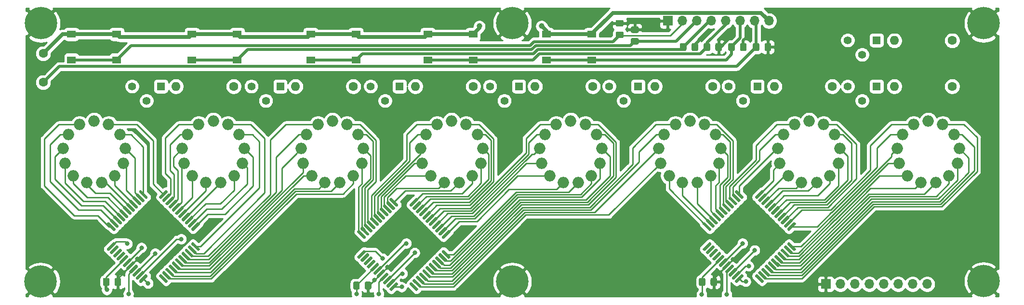
<source format=gbr>
G04 #@! TF.GenerationSoftware,KiCad,Pcbnew,5.1.7*
G04 #@! TF.CreationDate,2020-10-09T13:13:43+08:00*
G04 #@! TF.ProjectId,Nixie,4e697869-652e-46b6-9963-61645f706362,rev?*
G04 #@! TF.SameCoordinates,Original*
G04 #@! TF.FileFunction,Copper,L1,Top*
G04 #@! TF.FilePolarity,Positive*
%FSLAX46Y46*%
G04 Gerber Fmt 4.6, Leading zero omitted, Abs format (unit mm)*
G04 Created by KiCad (PCBNEW 5.1.7) date 2020-10-09 13:13:43*
%MOMM*%
%LPD*%
G01*
G04 APERTURE LIST*
G04 #@! TA.AperFunction,ComponentPad*
%ADD10C,1.400000*%
G04 #@! TD*
G04 #@! TA.AperFunction,ComponentPad*
%ADD11R,1.400000X1.400000*%
G04 #@! TD*
G04 #@! TA.AperFunction,ComponentPad*
%ADD12C,5.700000*%
G04 #@! TD*
G04 #@! TA.AperFunction,ComponentPad*
%ADD13O,2.000000X2.000000*%
G04 #@! TD*
G04 #@! TA.AperFunction,SMDPad,CuDef*
%ADD14R,1.550000X1.300000*%
G04 #@! TD*
G04 #@! TA.AperFunction,ComponentPad*
%ADD15O,1.600000X1.600000*%
G04 #@! TD*
G04 #@! TA.AperFunction,ComponentPad*
%ADD16C,1.600000*%
G04 #@! TD*
G04 #@! TA.AperFunction,ComponentPad*
%ADD17O,1.700000X1.700000*%
G04 #@! TD*
G04 #@! TA.AperFunction,ComponentPad*
%ADD18R,1.700000X1.700000*%
G04 #@! TD*
G04 #@! TA.AperFunction,ViaPad*
%ADD19C,0.800000*%
G04 #@! TD*
G04 #@! TA.AperFunction,ViaPad*
%ADD20C,1.000000*%
G04 #@! TD*
G04 #@! TA.AperFunction,Conductor*
%ADD21C,0.500000*%
G04 #@! TD*
G04 #@! TA.AperFunction,Conductor*
%ADD22C,0.250000*%
G04 #@! TD*
G04 #@! TA.AperFunction,Conductor*
%ADD23C,0.700000*%
G04 #@! TD*
G04 #@! TA.AperFunction,Conductor*
%ADD24C,0.254000*%
G04 #@! TD*
G04 #@! TA.AperFunction,Conductor*
%ADD25C,0.100000*%
G04 #@! TD*
G04 APERTURE END LIST*
G04 #@! TO.P,U3,44*
G04 #@! TO.N,Net-(N8-Pad4)*
G04 #@! TA.AperFunction,SMDPad,CuDef*
G36*
G01*
X192655051Y-111488788D02*
X193786422Y-112620159D01*
G75*
G02*
X193786422Y-112814613I-97227J-97227D01*
G01*
X193591967Y-113009068D01*
G75*
G02*
X193397513Y-113009068I-97227J97227D01*
G01*
X192266142Y-111877697D01*
G75*
G02*
X192266142Y-111683243I97227J97227D01*
G01*
X192460597Y-111488788D01*
G75*
G02*
X192655051Y-111488788I97227J-97227D01*
G01*
G37*
G04 #@! TD.AperFunction*
G04 #@! TO.P,U3,43*
G04 #@! TO.N,Net-(N8-Pad5)*
G04 #@! TA.AperFunction,SMDPad,CuDef*
G36*
G01*
X192089366Y-112054474D02*
X193220737Y-113185845D01*
G75*
G02*
X193220737Y-113380299I-97227J-97227D01*
G01*
X193026282Y-113574754D01*
G75*
G02*
X192831828Y-113574754I-97227J97227D01*
G01*
X191700457Y-112443383D01*
G75*
G02*
X191700457Y-112248929I97227J97227D01*
G01*
X191894912Y-112054474D01*
G75*
G02*
X192089366Y-112054474I97227J-97227D01*
G01*
G37*
G04 #@! TD.AperFunction*
G04 #@! TO.P,U3,42*
G04 #@! TO.N,Net-(N8-Pad6)*
G04 #@! TA.AperFunction,SMDPad,CuDef*
G36*
G01*
X191523681Y-112620159D02*
X192655052Y-113751530D01*
G75*
G02*
X192655052Y-113945984I-97227J-97227D01*
G01*
X192460597Y-114140439D01*
G75*
G02*
X192266143Y-114140439I-97227J97227D01*
G01*
X191134772Y-113009068D01*
G75*
G02*
X191134772Y-112814614I97227J97227D01*
G01*
X191329227Y-112620159D01*
G75*
G02*
X191523681Y-112620159I97227J-97227D01*
G01*
G37*
G04 #@! TD.AperFunction*
G04 #@! TO.P,U3,41*
G04 #@! TO.N,Net-(N8-Pad7)*
G04 #@! TA.AperFunction,SMDPad,CuDef*
G36*
G01*
X190957995Y-113185844D02*
X192089366Y-114317215D01*
G75*
G02*
X192089366Y-114511669I-97227J-97227D01*
G01*
X191894911Y-114706124D01*
G75*
G02*
X191700457Y-114706124I-97227J97227D01*
G01*
X190569086Y-113574753D01*
G75*
G02*
X190569086Y-113380299I97227J97227D01*
G01*
X190763541Y-113185844D01*
G75*
G02*
X190957995Y-113185844I97227J-97227D01*
G01*
G37*
G04 #@! TD.AperFunction*
G04 #@! TO.P,U3,40*
G04 #@! TO.N,Net-(N8-Pad8)*
G04 #@! TA.AperFunction,SMDPad,CuDef*
G36*
G01*
X190392310Y-113751530D02*
X191523681Y-114882901D01*
G75*
G02*
X191523681Y-115077355I-97227J-97227D01*
G01*
X191329226Y-115271810D01*
G75*
G02*
X191134772Y-115271810I-97227J97227D01*
G01*
X190003401Y-114140439D01*
G75*
G02*
X190003401Y-113945985I97227J97227D01*
G01*
X190197856Y-113751530D01*
G75*
G02*
X190392310Y-113751530I97227J-97227D01*
G01*
G37*
G04 #@! TD.AperFunction*
G04 #@! TO.P,U3,39*
G04 #@! TO.N,Net-(N8-Pad9)*
G04 #@! TA.AperFunction,SMDPad,CuDef*
G36*
G01*
X189826624Y-114317215D02*
X190957995Y-115448586D01*
G75*
G02*
X190957995Y-115643040I-97227J-97227D01*
G01*
X190763540Y-115837495D01*
G75*
G02*
X190569086Y-115837495I-97227J97227D01*
G01*
X189437715Y-114706124D01*
G75*
G02*
X189437715Y-114511670I97227J97227D01*
G01*
X189632170Y-114317215D01*
G75*
G02*
X189826624Y-114317215I97227J-97227D01*
G01*
G37*
G04 #@! TD.AperFunction*
G04 #@! TO.P,U3,38*
G04 #@! TO.N,Net-(N8-Pad10)*
G04 #@! TA.AperFunction,SMDPad,CuDef*
G36*
G01*
X189260939Y-114882901D02*
X190392310Y-116014272D01*
G75*
G02*
X190392310Y-116208726I-97227J-97227D01*
G01*
X190197855Y-116403181D01*
G75*
G02*
X190003401Y-116403181I-97227J97227D01*
G01*
X188872030Y-115271810D01*
G75*
G02*
X188872030Y-115077356I97227J97227D01*
G01*
X189066485Y-114882901D01*
G75*
G02*
X189260939Y-114882901I97227J-97227D01*
G01*
G37*
G04 #@! TD.AperFunction*
G04 #@! TO.P,U3,37*
G04 #@! TO.N,Net-(N8-Pad11)*
G04 #@! TA.AperFunction,SMDPad,CuDef*
G36*
G01*
X188695253Y-115448586D02*
X189826624Y-116579957D01*
G75*
G02*
X189826624Y-116774411I-97227J-97227D01*
G01*
X189632169Y-116968866D01*
G75*
G02*
X189437715Y-116968866I-97227J97227D01*
G01*
X188306344Y-115837495D01*
G75*
G02*
X188306344Y-115643041I97227J97227D01*
G01*
X188500799Y-115448586D01*
G75*
G02*
X188695253Y-115448586I97227J-97227D01*
G01*
G37*
G04 #@! TD.AperFunction*
G04 #@! TO.P,U3,36*
G04 #@! TO.N,Net-(N8-Pad12)*
G04 #@! TA.AperFunction,SMDPad,CuDef*
G36*
G01*
X188129568Y-116014272D02*
X189260939Y-117145643D01*
G75*
G02*
X189260939Y-117340097I-97227J-97227D01*
G01*
X189066484Y-117534552D01*
G75*
G02*
X188872030Y-117534552I-97227J97227D01*
G01*
X187740659Y-116403181D01*
G75*
G02*
X187740659Y-116208727I97227J97227D01*
G01*
X187935114Y-116014272D01*
G75*
G02*
X188129568Y-116014272I97227J-97227D01*
G01*
G37*
G04 #@! TD.AperFunction*
G04 #@! TO.P,U3,35*
G04 #@! TO.N,Net-(N8-Pad13)*
G04 #@! TA.AperFunction,SMDPad,CuDef*
G36*
G01*
X187563883Y-116579957D02*
X188695254Y-117711328D01*
G75*
G02*
X188695254Y-117905782I-97227J-97227D01*
G01*
X188500799Y-118100237D01*
G75*
G02*
X188306345Y-118100237I-97227J97227D01*
G01*
X187174974Y-116968866D01*
G75*
G02*
X187174974Y-116774412I97227J97227D01*
G01*
X187369429Y-116579957D01*
G75*
G02*
X187563883Y-116579957I97227J-97227D01*
G01*
G37*
G04 #@! TD.AperFunction*
G04 #@! TO.P,U3,34*
G04 #@! TO.N,Net-(U3-Pad34)*
G04 #@! TA.AperFunction,SMDPad,CuDef*
G36*
G01*
X186998197Y-117145642D02*
X188129568Y-118277013D01*
G75*
G02*
X188129568Y-118471467I-97227J-97227D01*
G01*
X187935113Y-118665922D01*
G75*
G02*
X187740659Y-118665922I-97227J97227D01*
G01*
X186609288Y-117534551D01*
G75*
G02*
X186609288Y-117340097I97227J97227D01*
G01*
X186803743Y-117145642D01*
G75*
G02*
X186998197Y-117145642I97227J-97227D01*
G01*
G37*
G04 #@! TD.AperFunction*
G04 #@! TO.P,U3,33*
G04 #@! TO.N,Net-(J1-Pad2)*
G04 #@! TA.AperFunction,SMDPad,CuDef*
G36*
G01*
X184417257Y-117145642D02*
X184611712Y-117340097D01*
G75*
G02*
X184611712Y-117534551I-97227J-97227D01*
G01*
X183480341Y-118665922D01*
G75*
G02*
X183285887Y-118665922I-97227J97227D01*
G01*
X183091432Y-118471467D01*
G75*
G02*
X183091432Y-118277013I97227J97227D01*
G01*
X184222803Y-117145642D01*
G75*
G02*
X184417257Y-117145642I97227J-97227D01*
G01*
G37*
G04 #@! TD.AperFunction*
G04 #@! TO.P,U3,32*
G04 #@! TO.N,Net-(U2-Pad23)*
G04 #@! TA.AperFunction,SMDPad,CuDef*
G36*
G01*
X183851571Y-116579957D02*
X184046026Y-116774412D01*
G75*
G02*
X184046026Y-116968866I-97227J-97227D01*
G01*
X182914655Y-118100237D01*
G75*
G02*
X182720201Y-118100237I-97227J97227D01*
G01*
X182525746Y-117905782D01*
G75*
G02*
X182525746Y-117711328I97227J97227D01*
G01*
X183657117Y-116579957D01*
G75*
G02*
X183851571Y-116579957I97227J-97227D01*
G01*
G37*
G04 #@! TD.AperFunction*
G04 #@! TO.P,U3,31*
G04 #@! TO.N,Net-(J1-Pad3)*
G04 #@! TA.AperFunction,SMDPad,CuDef*
G36*
G01*
X183285886Y-116014272D02*
X183480341Y-116208727D01*
G75*
G02*
X183480341Y-116403181I-97227J-97227D01*
G01*
X182348970Y-117534552D01*
G75*
G02*
X182154516Y-117534552I-97227J97227D01*
G01*
X181960061Y-117340097D01*
G75*
G02*
X181960061Y-117145643I97227J97227D01*
G01*
X183091432Y-116014272D01*
G75*
G02*
X183285886Y-116014272I97227J-97227D01*
G01*
G37*
G04 #@! TD.AperFunction*
G04 #@! TO.P,U3,30*
G04 #@! TO.N,+12V*
G04 #@! TA.AperFunction,SMDPad,CuDef*
G36*
G01*
X182720201Y-115448586D02*
X182914656Y-115643041D01*
G75*
G02*
X182914656Y-115837495I-97227J-97227D01*
G01*
X181783285Y-116968866D01*
G75*
G02*
X181588831Y-116968866I-97227J97227D01*
G01*
X181394376Y-116774411D01*
G75*
G02*
X181394376Y-116579957I97227J97227D01*
G01*
X182525747Y-115448586D01*
G75*
G02*
X182720201Y-115448586I97227J-97227D01*
G01*
G37*
G04 #@! TD.AperFunction*
G04 #@! TO.P,U3,29*
G04 #@! TO.N,GND*
G04 #@! TA.AperFunction,SMDPad,CuDef*
G36*
G01*
X182154515Y-114882901D02*
X182348970Y-115077356D01*
G75*
G02*
X182348970Y-115271810I-97227J-97227D01*
G01*
X181217599Y-116403181D01*
G75*
G02*
X181023145Y-116403181I-97227J97227D01*
G01*
X180828690Y-116208726D01*
G75*
G02*
X180828690Y-116014272I97227J97227D01*
G01*
X181960061Y-114882901D01*
G75*
G02*
X182154515Y-114882901I97227J-97227D01*
G01*
G37*
G04 #@! TD.AperFunction*
G04 #@! TO.P,U3,28*
G04 #@! TO.N,Net-(J1-Pad4)*
G04 #@! TA.AperFunction,SMDPad,CuDef*
G36*
G01*
X181588830Y-114317215D02*
X181783285Y-114511670D01*
G75*
G02*
X181783285Y-114706124I-97227J-97227D01*
G01*
X180651914Y-115837495D01*
G75*
G02*
X180457460Y-115837495I-97227J97227D01*
G01*
X180263005Y-115643040D01*
G75*
G02*
X180263005Y-115448586I97227J97227D01*
G01*
X181394376Y-114317215D01*
G75*
G02*
X181588830Y-114317215I97227J-97227D01*
G01*
G37*
G04 #@! TD.AperFunction*
G04 #@! TO.P,U3,27*
G04 #@! TO.N,+12V*
G04 #@! TA.AperFunction,SMDPad,CuDef*
G36*
G01*
X181023144Y-113751530D02*
X181217599Y-113945985D01*
G75*
G02*
X181217599Y-114140439I-97227J-97227D01*
G01*
X180086228Y-115271810D01*
G75*
G02*
X179891774Y-115271810I-97227J97227D01*
G01*
X179697319Y-115077355D01*
G75*
G02*
X179697319Y-114882901I97227J97227D01*
G01*
X180828690Y-113751530D01*
G75*
G02*
X181023144Y-113751530I97227J-97227D01*
G01*
G37*
G04 #@! TD.AperFunction*
G04 #@! TO.P,U3,26*
G04 #@! TO.N,Net-(U3-Pad26)*
G04 #@! TA.AperFunction,SMDPad,CuDef*
G36*
G01*
X180457459Y-113185844D02*
X180651914Y-113380299D01*
G75*
G02*
X180651914Y-113574753I-97227J-97227D01*
G01*
X179520543Y-114706124D01*
G75*
G02*
X179326089Y-114706124I-97227J97227D01*
G01*
X179131634Y-114511669D01*
G75*
G02*
X179131634Y-114317215I97227J97227D01*
G01*
X180263005Y-113185844D01*
G75*
G02*
X180457459Y-113185844I97227J-97227D01*
G01*
G37*
G04 #@! TD.AperFunction*
G04 #@! TO.P,U3,25*
G04 #@! TO.N,Net-(U3-Pad25)*
G04 #@! TA.AperFunction,SMDPad,CuDef*
G36*
G01*
X179891773Y-112620159D02*
X180086228Y-112814614D01*
G75*
G02*
X180086228Y-113009068I-97227J-97227D01*
G01*
X178954857Y-114140439D01*
G75*
G02*
X178760403Y-114140439I-97227J97227D01*
G01*
X178565948Y-113945984D01*
G75*
G02*
X178565948Y-113751530I97227J97227D01*
G01*
X179697319Y-112620159D01*
G75*
G02*
X179891773Y-112620159I97227J-97227D01*
G01*
G37*
G04 #@! TD.AperFunction*
G04 #@! TO.P,U3,24*
G04 #@! TO.N,Net-(U3-Pad24)*
G04 #@! TA.AperFunction,SMDPad,CuDef*
G36*
G01*
X179326088Y-112054474D02*
X179520543Y-112248929D01*
G75*
G02*
X179520543Y-112443383I-97227J-97227D01*
G01*
X178389172Y-113574754D01*
G75*
G02*
X178194718Y-113574754I-97227J97227D01*
G01*
X178000263Y-113380299D01*
G75*
G02*
X178000263Y-113185845I97227J97227D01*
G01*
X179131634Y-112054474D01*
G75*
G02*
X179326088Y-112054474I97227J-97227D01*
G01*
G37*
G04 #@! TD.AperFunction*
G04 #@! TO.P,U3,23*
G04 #@! TO.N,Net-(U3-Pad23)*
G04 #@! TA.AperFunction,SMDPad,CuDef*
G36*
G01*
X178760403Y-111488788D02*
X178954858Y-111683243D01*
G75*
G02*
X178954858Y-111877697I-97227J-97227D01*
G01*
X177823487Y-113009068D01*
G75*
G02*
X177629033Y-113009068I-97227J97227D01*
G01*
X177434578Y-112814613D01*
G75*
G02*
X177434578Y-112620159I97227J97227D01*
G01*
X178565949Y-111488788D01*
G75*
G02*
X178760403Y-111488788I97227J-97227D01*
G01*
G37*
G04 #@! TD.AperFunction*
G04 #@! TO.P,U3,22*
G04 #@! TO.N,Net-(N6-Pad6)*
G04 #@! TA.AperFunction,SMDPad,CuDef*
G36*
G01*
X177823487Y-107970932D02*
X178954858Y-109102303D01*
G75*
G02*
X178954858Y-109296757I-97227J-97227D01*
G01*
X178760403Y-109491212D01*
G75*
G02*
X178565949Y-109491212I-97227J97227D01*
G01*
X177434578Y-108359841D01*
G75*
G02*
X177434578Y-108165387I97227J97227D01*
G01*
X177629033Y-107970932D01*
G75*
G02*
X177823487Y-107970932I97227J-97227D01*
G01*
G37*
G04 #@! TD.AperFunction*
G04 #@! TO.P,U3,21*
G04 #@! TO.N,Net-(N6-Pad7)*
G04 #@! TA.AperFunction,SMDPad,CuDef*
G36*
G01*
X178389172Y-107405246D02*
X179520543Y-108536617D01*
G75*
G02*
X179520543Y-108731071I-97227J-97227D01*
G01*
X179326088Y-108925526D01*
G75*
G02*
X179131634Y-108925526I-97227J97227D01*
G01*
X178000263Y-107794155D01*
G75*
G02*
X178000263Y-107599701I97227J97227D01*
G01*
X178194718Y-107405246D01*
G75*
G02*
X178389172Y-107405246I97227J-97227D01*
G01*
G37*
G04 #@! TD.AperFunction*
G04 #@! TO.P,U3,20*
G04 #@! TO.N,Net-(N6-Pad8)*
G04 #@! TA.AperFunction,SMDPad,CuDef*
G36*
G01*
X178954857Y-106839561D02*
X180086228Y-107970932D01*
G75*
G02*
X180086228Y-108165386I-97227J-97227D01*
G01*
X179891773Y-108359841D01*
G75*
G02*
X179697319Y-108359841I-97227J97227D01*
G01*
X178565948Y-107228470D01*
G75*
G02*
X178565948Y-107034016I97227J97227D01*
G01*
X178760403Y-106839561D01*
G75*
G02*
X178954857Y-106839561I97227J-97227D01*
G01*
G37*
G04 #@! TD.AperFunction*
G04 #@! TO.P,U3,19*
G04 #@! TO.N,Net-(N6-Pad9)*
G04 #@! TA.AperFunction,SMDPad,CuDef*
G36*
G01*
X179520543Y-106273876D02*
X180651914Y-107405247D01*
G75*
G02*
X180651914Y-107599701I-97227J-97227D01*
G01*
X180457459Y-107794156D01*
G75*
G02*
X180263005Y-107794156I-97227J97227D01*
G01*
X179131634Y-106662785D01*
G75*
G02*
X179131634Y-106468331I97227J97227D01*
G01*
X179326089Y-106273876D01*
G75*
G02*
X179520543Y-106273876I97227J-97227D01*
G01*
G37*
G04 #@! TD.AperFunction*
G04 #@! TO.P,U3,18*
G04 #@! TO.N,Net-(N6-Pad10)*
G04 #@! TA.AperFunction,SMDPad,CuDef*
G36*
G01*
X180086228Y-105708190D02*
X181217599Y-106839561D01*
G75*
G02*
X181217599Y-107034015I-97227J-97227D01*
G01*
X181023144Y-107228470D01*
G75*
G02*
X180828690Y-107228470I-97227J97227D01*
G01*
X179697319Y-106097099D01*
G75*
G02*
X179697319Y-105902645I97227J97227D01*
G01*
X179891774Y-105708190D01*
G75*
G02*
X180086228Y-105708190I97227J-97227D01*
G01*
G37*
G04 #@! TD.AperFunction*
G04 #@! TO.P,U3,17*
G04 #@! TO.N,Net-(N6-Pad11)*
G04 #@! TA.AperFunction,SMDPad,CuDef*
G36*
G01*
X180651914Y-105142505D02*
X181783285Y-106273876D01*
G75*
G02*
X181783285Y-106468330I-97227J-97227D01*
G01*
X181588830Y-106662785D01*
G75*
G02*
X181394376Y-106662785I-97227J97227D01*
G01*
X180263005Y-105531414D01*
G75*
G02*
X180263005Y-105336960I97227J97227D01*
G01*
X180457460Y-105142505D01*
G75*
G02*
X180651914Y-105142505I97227J-97227D01*
G01*
G37*
G04 #@! TD.AperFunction*
G04 #@! TO.P,U3,16*
G04 #@! TO.N,Net-(N6-Pad12)*
G04 #@! TA.AperFunction,SMDPad,CuDef*
G36*
G01*
X181217599Y-104576819D02*
X182348970Y-105708190D01*
G75*
G02*
X182348970Y-105902644I-97227J-97227D01*
G01*
X182154515Y-106097099D01*
G75*
G02*
X181960061Y-106097099I-97227J97227D01*
G01*
X180828690Y-104965728D01*
G75*
G02*
X180828690Y-104771274I97227J97227D01*
G01*
X181023145Y-104576819D01*
G75*
G02*
X181217599Y-104576819I97227J-97227D01*
G01*
G37*
G04 #@! TD.AperFunction*
G04 #@! TO.P,U3,15*
G04 #@! TO.N,Net-(N6-Pad13)*
G04 #@! TA.AperFunction,SMDPad,CuDef*
G36*
G01*
X181783285Y-104011134D02*
X182914656Y-105142505D01*
G75*
G02*
X182914656Y-105336959I-97227J-97227D01*
G01*
X182720201Y-105531414D01*
G75*
G02*
X182525747Y-105531414I-97227J97227D01*
G01*
X181394376Y-104400043D01*
G75*
G02*
X181394376Y-104205589I97227J97227D01*
G01*
X181588831Y-104011134D01*
G75*
G02*
X181783285Y-104011134I97227J-97227D01*
G01*
G37*
G04 #@! TD.AperFunction*
G04 #@! TO.P,U3,14*
G04 #@! TO.N,Net-(N7-Pad2)*
G04 #@! TA.AperFunction,SMDPad,CuDef*
G36*
G01*
X182348970Y-103445448D02*
X183480341Y-104576819D01*
G75*
G02*
X183480341Y-104771273I-97227J-97227D01*
G01*
X183285886Y-104965728D01*
G75*
G02*
X183091432Y-104965728I-97227J97227D01*
G01*
X181960061Y-103834357D01*
G75*
G02*
X181960061Y-103639903I97227J97227D01*
G01*
X182154516Y-103445448D01*
G75*
G02*
X182348970Y-103445448I97227J-97227D01*
G01*
G37*
G04 #@! TD.AperFunction*
G04 #@! TO.P,U3,13*
G04 #@! TO.N,Net-(N7-Pad3)*
G04 #@! TA.AperFunction,SMDPad,CuDef*
G36*
G01*
X182914655Y-102879763D02*
X184046026Y-104011134D01*
G75*
G02*
X184046026Y-104205588I-97227J-97227D01*
G01*
X183851571Y-104400043D01*
G75*
G02*
X183657117Y-104400043I-97227J97227D01*
G01*
X182525746Y-103268672D01*
G75*
G02*
X182525746Y-103074218I97227J97227D01*
G01*
X182720201Y-102879763D01*
G75*
G02*
X182914655Y-102879763I97227J-97227D01*
G01*
G37*
G04 #@! TD.AperFunction*
G04 #@! TO.P,U3,12*
G04 #@! TO.N,Net-(N7-Pad4)*
G04 #@! TA.AperFunction,SMDPad,CuDef*
G36*
G01*
X183480341Y-102314078D02*
X184611712Y-103445449D01*
G75*
G02*
X184611712Y-103639903I-97227J-97227D01*
G01*
X184417257Y-103834358D01*
G75*
G02*
X184222803Y-103834358I-97227J97227D01*
G01*
X183091432Y-102702987D01*
G75*
G02*
X183091432Y-102508533I97227J97227D01*
G01*
X183285887Y-102314078D01*
G75*
G02*
X183480341Y-102314078I97227J-97227D01*
G01*
G37*
G04 #@! TD.AperFunction*
G04 #@! TO.P,U3,11*
G04 #@! TO.N,Net-(N7-Pad5)*
G04 #@! TA.AperFunction,SMDPad,CuDef*
G36*
G01*
X187935113Y-102314078D02*
X188129568Y-102508533D01*
G75*
G02*
X188129568Y-102702987I-97227J-97227D01*
G01*
X186998197Y-103834358D01*
G75*
G02*
X186803743Y-103834358I-97227J97227D01*
G01*
X186609288Y-103639903D01*
G75*
G02*
X186609288Y-103445449I97227J97227D01*
G01*
X187740659Y-102314078D01*
G75*
G02*
X187935113Y-102314078I97227J-97227D01*
G01*
G37*
G04 #@! TD.AperFunction*
G04 #@! TO.P,U3,10*
G04 #@! TO.N,Net-(N7-Pad6)*
G04 #@! TA.AperFunction,SMDPad,CuDef*
G36*
G01*
X188500799Y-102879763D02*
X188695254Y-103074218D01*
G75*
G02*
X188695254Y-103268672I-97227J-97227D01*
G01*
X187563883Y-104400043D01*
G75*
G02*
X187369429Y-104400043I-97227J97227D01*
G01*
X187174974Y-104205588D01*
G75*
G02*
X187174974Y-104011134I97227J97227D01*
G01*
X188306345Y-102879763D01*
G75*
G02*
X188500799Y-102879763I97227J-97227D01*
G01*
G37*
G04 #@! TD.AperFunction*
G04 #@! TO.P,U3,9*
G04 #@! TO.N,Net-(N7-Pad7)*
G04 #@! TA.AperFunction,SMDPad,CuDef*
G36*
G01*
X189066484Y-103445448D02*
X189260939Y-103639903D01*
G75*
G02*
X189260939Y-103834357I-97227J-97227D01*
G01*
X188129568Y-104965728D01*
G75*
G02*
X187935114Y-104965728I-97227J97227D01*
G01*
X187740659Y-104771273D01*
G75*
G02*
X187740659Y-104576819I97227J97227D01*
G01*
X188872030Y-103445448D01*
G75*
G02*
X189066484Y-103445448I97227J-97227D01*
G01*
G37*
G04 #@! TD.AperFunction*
G04 #@! TO.P,U3,8*
G04 #@! TO.N,Net-(N7-Pad8)*
G04 #@! TA.AperFunction,SMDPad,CuDef*
G36*
G01*
X189632169Y-104011134D02*
X189826624Y-104205589D01*
G75*
G02*
X189826624Y-104400043I-97227J-97227D01*
G01*
X188695253Y-105531414D01*
G75*
G02*
X188500799Y-105531414I-97227J97227D01*
G01*
X188306344Y-105336959D01*
G75*
G02*
X188306344Y-105142505I97227J97227D01*
G01*
X189437715Y-104011134D01*
G75*
G02*
X189632169Y-104011134I97227J-97227D01*
G01*
G37*
G04 #@! TD.AperFunction*
G04 #@! TO.P,U3,7*
G04 #@! TO.N,Net-(N7-Pad9)*
G04 #@! TA.AperFunction,SMDPad,CuDef*
G36*
G01*
X190197855Y-104576819D02*
X190392310Y-104771274D01*
G75*
G02*
X190392310Y-104965728I-97227J-97227D01*
G01*
X189260939Y-106097099D01*
G75*
G02*
X189066485Y-106097099I-97227J97227D01*
G01*
X188872030Y-105902644D01*
G75*
G02*
X188872030Y-105708190I97227J97227D01*
G01*
X190003401Y-104576819D01*
G75*
G02*
X190197855Y-104576819I97227J-97227D01*
G01*
G37*
G04 #@! TD.AperFunction*
G04 #@! TO.P,U3,6*
G04 #@! TO.N,Net-(N7-Pad10)*
G04 #@! TA.AperFunction,SMDPad,CuDef*
G36*
G01*
X190763540Y-105142505D02*
X190957995Y-105336960D01*
G75*
G02*
X190957995Y-105531414I-97227J-97227D01*
G01*
X189826624Y-106662785D01*
G75*
G02*
X189632170Y-106662785I-97227J97227D01*
G01*
X189437715Y-106468330D01*
G75*
G02*
X189437715Y-106273876I97227J97227D01*
G01*
X190569086Y-105142505D01*
G75*
G02*
X190763540Y-105142505I97227J-97227D01*
G01*
G37*
G04 #@! TD.AperFunction*
G04 #@! TO.P,U3,5*
G04 #@! TO.N,Net-(N7-Pad11)*
G04 #@! TA.AperFunction,SMDPad,CuDef*
G36*
G01*
X191329226Y-105708190D02*
X191523681Y-105902645D01*
G75*
G02*
X191523681Y-106097099I-97227J-97227D01*
G01*
X190392310Y-107228470D01*
G75*
G02*
X190197856Y-107228470I-97227J97227D01*
G01*
X190003401Y-107034015D01*
G75*
G02*
X190003401Y-106839561I97227J97227D01*
G01*
X191134772Y-105708190D01*
G75*
G02*
X191329226Y-105708190I97227J-97227D01*
G01*
G37*
G04 #@! TD.AperFunction*
G04 #@! TO.P,U3,4*
G04 #@! TO.N,Net-(N7-Pad12)*
G04 #@! TA.AperFunction,SMDPad,CuDef*
G36*
G01*
X191894911Y-106273876D02*
X192089366Y-106468331D01*
G75*
G02*
X192089366Y-106662785I-97227J-97227D01*
G01*
X190957995Y-107794156D01*
G75*
G02*
X190763541Y-107794156I-97227J97227D01*
G01*
X190569086Y-107599701D01*
G75*
G02*
X190569086Y-107405247I97227J97227D01*
G01*
X191700457Y-106273876D01*
G75*
G02*
X191894911Y-106273876I97227J-97227D01*
G01*
G37*
G04 #@! TD.AperFunction*
G04 #@! TO.P,U3,3*
G04 #@! TO.N,Net-(N7-Pad13)*
G04 #@! TA.AperFunction,SMDPad,CuDef*
G36*
G01*
X192460597Y-106839561D02*
X192655052Y-107034016D01*
G75*
G02*
X192655052Y-107228470I-97227J-97227D01*
G01*
X191523681Y-108359841D01*
G75*
G02*
X191329227Y-108359841I-97227J97227D01*
G01*
X191134772Y-108165386D01*
G75*
G02*
X191134772Y-107970932I97227J97227D01*
G01*
X192266143Y-106839561D01*
G75*
G02*
X192460597Y-106839561I97227J-97227D01*
G01*
G37*
G04 #@! TD.AperFunction*
G04 #@! TO.P,U3,2*
G04 #@! TO.N,Net-(N8-Pad2)*
G04 #@! TA.AperFunction,SMDPad,CuDef*
G36*
G01*
X193026282Y-107405246D02*
X193220737Y-107599701D01*
G75*
G02*
X193220737Y-107794155I-97227J-97227D01*
G01*
X192089366Y-108925526D01*
G75*
G02*
X191894912Y-108925526I-97227J97227D01*
G01*
X191700457Y-108731071D01*
G75*
G02*
X191700457Y-108536617I97227J97227D01*
G01*
X192831828Y-107405246D01*
G75*
G02*
X193026282Y-107405246I97227J-97227D01*
G01*
G37*
G04 #@! TD.AperFunction*
G04 #@! TO.P,U3,1*
G04 #@! TO.N,Net-(N8-Pad3)*
G04 #@! TA.AperFunction,SMDPad,CuDef*
G36*
G01*
X193591967Y-107970932D02*
X193786422Y-108165387D01*
G75*
G02*
X193786422Y-108359841I-97227J-97227D01*
G01*
X192655051Y-109491212D01*
G75*
G02*
X192460597Y-109491212I-97227J97227D01*
G01*
X192266142Y-109296757D01*
G75*
G02*
X192266142Y-109102303I97227J97227D01*
G01*
X193397513Y-107970932D01*
G75*
G02*
X193591967Y-107970932I97227J-97227D01*
G01*
G37*
G04 #@! TD.AperFunction*
G04 #@! TD*
G04 #@! TO.P,U2,44*
G04 #@! TO.N,Net-(N5-Pad8)*
G04 #@! TA.AperFunction,SMDPad,CuDef*
G36*
G01*
X131949051Y-112885788D02*
X133080422Y-114017159D01*
G75*
G02*
X133080422Y-114211613I-97227J-97227D01*
G01*
X132885967Y-114406068D01*
G75*
G02*
X132691513Y-114406068I-97227J97227D01*
G01*
X131560142Y-113274697D01*
G75*
G02*
X131560142Y-113080243I97227J97227D01*
G01*
X131754597Y-112885788D01*
G75*
G02*
X131949051Y-112885788I97227J-97227D01*
G01*
G37*
G04 #@! TD.AperFunction*
G04 #@! TO.P,U2,43*
G04 #@! TO.N,Net-(N5-Pad9)*
G04 #@! TA.AperFunction,SMDPad,CuDef*
G36*
G01*
X131383366Y-113451474D02*
X132514737Y-114582845D01*
G75*
G02*
X132514737Y-114777299I-97227J-97227D01*
G01*
X132320282Y-114971754D01*
G75*
G02*
X132125828Y-114971754I-97227J97227D01*
G01*
X130994457Y-113840383D01*
G75*
G02*
X130994457Y-113645929I97227J97227D01*
G01*
X131188912Y-113451474D01*
G75*
G02*
X131383366Y-113451474I97227J-97227D01*
G01*
G37*
G04 #@! TD.AperFunction*
G04 #@! TO.P,U2,42*
G04 #@! TO.N,Net-(N5-Pad10)*
G04 #@! TA.AperFunction,SMDPad,CuDef*
G36*
G01*
X130817681Y-114017159D02*
X131949052Y-115148530D01*
G75*
G02*
X131949052Y-115342984I-97227J-97227D01*
G01*
X131754597Y-115537439D01*
G75*
G02*
X131560143Y-115537439I-97227J97227D01*
G01*
X130428772Y-114406068D01*
G75*
G02*
X130428772Y-114211614I97227J97227D01*
G01*
X130623227Y-114017159D01*
G75*
G02*
X130817681Y-114017159I97227J-97227D01*
G01*
G37*
G04 #@! TD.AperFunction*
G04 #@! TO.P,U2,41*
G04 #@! TO.N,Net-(N5-Pad11)*
G04 #@! TA.AperFunction,SMDPad,CuDef*
G36*
G01*
X130251995Y-114582844D02*
X131383366Y-115714215D01*
G75*
G02*
X131383366Y-115908669I-97227J-97227D01*
G01*
X131188911Y-116103124D01*
G75*
G02*
X130994457Y-116103124I-97227J97227D01*
G01*
X129863086Y-114971753D01*
G75*
G02*
X129863086Y-114777299I97227J97227D01*
G01*
X130057541Y-114582844D01*
G75*
G02*
X130251995Y-114582844I97227J-97227D01*
G01*
G37*
G04 #@! TD.AperFunction*
G04 #@! TO.P,U2,40*
G04 #@! TO.N,Net-(N5-Pad12)*
G04 #@! TA.AperFunction,SMDPad,CuDef*
G36*
G01*
X129686310Y-115148530D02*
X130817681Y-116279901D01*
G75*
G02*
X130817681Y-116474355I-97227J-97227D01*
G01*
X130623226Y-116668810D01*
G75*
G02*
X130428772Y-116668810I-97227J97227D01*
G01*
X129297401Y-115537439D01*
G75*
G02*
X129297401Y-115342985I97227J97227D01*
G01*
X129491856Y-115148530D01*
G75*
G02*
X129686310Y-115148530I97227J-97227D01*
G01*
G37*
G04 #@! TD.AperFunction*
G04 #@! TO.P,U2,39*
G04 #@! TO.N,Net-(N5-Pad13)*
G04 #@! TA.AperFunction,SMDPad,CuDef*
G36*
G01*
X129120624Y-115714215D02*
X130251995Y-116845586D01*
G75*
G02*
X130251995Y-117040040I-97227J-97227D01*
G01*
X130057540Y-117234495D01*
G75*
G02*
X129863086Y-117234495I-97227J97227D01*
G01*
X128731715Y-116103124D01*
G75*
G02*
X128731715Y-115908670I97227J97227D01*
G01*
X128926170Y-115714215D01*
G75*
G02*
X129120624Y-115714215I97227J-97227D01*
G01*
G37*
G04 #@! TD.AperFunction*
G04 #@! TO.P,U2,38*
G04 #@! TO.N,Net-(N6-Pad2)*
G04 #@! TA.AperFunction,SMDPad,CuDef*
G36*
G01*
X128554939Y-116279901D02*
X129686310Y-117411272D01*
G75*
G02*
X129686310Y-117605726I-97227J-97227D01*
G01*
X129491855Y-117800181D01*
G75*
G02*
X129297401Y-117800181I-97227J97227D01*
G01*
X128166030Y-116668810D01*
G75*
G02*
X128166030Y-116474356I97227J97227D01*
G01*
X128360485Y-116279901D01*
G75*
G02*
X128554939Y-116279901I97227J-97227D01*
G01*
G37*
G04 #@! TD.AperFunction*
G04 #@! TO.P,U2,37*
G04 #@! TO.N,Net-(N6-Pad3)*
G04 #@! TA.AperFunction,SMDPad,CuDef*
G36*
G01*
X127989253Y-116845586D02*
X129120624Y-117976957D01*
G75*
G02*
X129120624Y-118171411I-97227J-97227D01*
G01*
X128926169Y-118365866D01*
G75*
G02*
X128731715Y-118365866I-97227J97227D01*
G01*
X127600344Y-117234495D01*
G75*
G02*
X127600344Y-117040041I97227J97227D01*
G01*
X127794799Y-116845586D01*
G75*
G02*
X127989253Y-116845586I97227J-97227D01*
G01*
G37*
G04 #@! TD.AperFunction*
G04 #@! TO.P,U2,36*
G04 #@! TO.N,Net-(N6-Pad4)*
G04 #@! TA.AperFunction,SMDPad,CuDef*
G36*
G01*
X127423568Y-117411272D02*
X128554939Y-118542643D01*
G75*
G02*
X128554939Y-118737097I-97227J-97227D01*
G01*
X128360484Y-118931552D01*
G75*
G02*
X128166030Y-118931552I-97227J97227D01*
G01*
X127034659Y-117800181D01*
G75*
G02*
X127034659Y-117605727I97227J97227D01*
G01*
X127229114Y-117411272D01*
G75*
G02*
X127423568Y-117411272I97227J-97227D01*
G01*
G37*
G04 #@! TD.AperFunction*
G04 #@! TO.P,U2,35*
G04 #@! TO.N,Net-(N6-Pad5)*
G04 #@! TA.AperFunction,SMDPad,CuDef*
G36*
G01*
X126857883Y-117976957D02*
X127989254Y-119108328D01*
G75*
G02*
X127989254Y-119302782I-97227J-97227D01*
G01*
X127794799Y-119497237D01*
G75*
G02*
X127600345Y-119497237I-97227J97227D01*
G01*
X126468974Y-118365866D01*
G75*
G02*
X126468974Y-118171412I97227J97227D01*
G01*
X126663429Y-117976957D01*
G75*
G02*
X126857883Y-117976957I97227J-97227D01*
G01*
G37*
G04 #@! TD.AperFunction*
G04 #@! TO.P,U2,34*
G04 #@! TO.N,Net-(U2-Pad34)*
G04 #@! TA.AperFunction,SMDPad,CuDef*
G36*
G01*
X126292197Y-118542642D02*
X127423568Y-119674013D01*
G75*
G02*
X127423568Y-119868467I-97227J-97227D01*
G01*
X127229113Y-120062922D01*
G75*
G02*
X127034659Y-120062922I-97227J97227D01*
G01*
X125903288Y-118931551D01*
G75*
G02*
X125903288Y-118737097I97227J97227D01*
G01*
X126097743Y-118542642D01*
G75*
G02*
X126292197Y-118542642I97227J-97227D01*
G01*
G37*
G04 #@! TD.AperFunction*
G04 #@! TO.P,U2,33*
G04 #@! TO.N,Net-(J1-Pad2)*
G04 #@! TA.AperFunction,SMDPad,CuDef*
G36*
G01*
X123711257Y-118542642D02*
X123905712Y-118737097D01*
G75*
G02*
X123905712Y-118931551I-97227J-97227D01*
G01*
X122774341Y-120062922D01*
G75*
G02*
X122579887Y-120062922I-97227J97227D01*
G01*
X122385432Y-119868467D01*
G75*
G02*
X122385432Y-119674013I97227J97227D01*
G01*
X123516803Y-118542642D01*
G75*
G02*
X123711257Y-118542642I97227J-97227D01*
G01*
G37*
G04 #@! TD.AperFunction*
G04 #@! TO.P,U2,32*
G04 #@! TO.N,Net-(U1-Pad23)*
G04 #@! TA.AperFunction,SMDPad,CuDef*
G36*
G01*
X123145571Y-117976957D02*
X123340026Y-118171412D01*
G75*
G02*
X123340026Y-118365866I-97227J-97227D01*
G01*
X122208655Y-119497237D01*
G75*
G02*
X122014201Y-119497237I-97227J97227D01*
G01*
X121819746Y-119302782D01*
G75*
G02*
X121819746Y-119108328I97227J97227D01*
G01*
X122951117Y-117976957D01*
G75*
G02*
X123145571Y-117976957I97227J-97227D01*
G01*
G37*
G04 #@! TD.AperFunction*
G04 #@! TO.P,U2,31*
G04 #@! TO.N,Net-(J1-Pad3)*
G04 #@! TA.AperFunction,SMDPad,CuDef*
G36*
G01*
X122579886Y-117411272D02*
X122774341Y-117605727D01*
G75*
G02*
X122774341Y-117800181I-97227J-97227D01*
G01*
X121642970Y-118931552D01*
G75*
G02*
X121448516Y-118931552I-97227J97227D01*
G01*
X121254061Y-118737097D01*
G75*
G02*
X121254061Y-118542643I97227J97227D01*
G01*
X122385432Y-117411272D01*
G75*
G02*
X122579886Y-117411272I97227J-97227D01*
G01*
G37*
G04 #@! TD.AperFunction*
G04 #@! TO.P,U2,30*
G04 #@! TO.N,+12V*
G04 #@! TA.AperFunction,SMDPad,CuDef*
G36*
G01*
X122014201Y-116845586D02*
X122208656Y-117040041D01*
G75*
G02*
X122208656Y-117234495I-97227J-97227D01*
G01*
X121077285Y-118365866D01*
G75*
G02*
X120882831Y-118365866I-97227J97227D01*
G01*
X120688376Y-118171411D01*
G75*
G02*
X120688376Y-117976957I97227J97227D01*
G01*
X121819747Y-116845586D01*
G75*
G02*
X122014201Y-116845586I97227J-97227D01*
G01*
G37*
G04 #@! TD.AperFunction*
G04 #@! TO.P,U2,29*
G04 #@! TO.N,GND*
G04 #@! TA.AperFunction,SMDPad,CuDef*
G36*
G01*
X121448515Y-116279901D02*
X121642970Y-116474356D01*
G75*
G02*
X121642970Y-116668810I-97227J-97227D01*
G01*
X120511599Y-117800181D01*
G75*
G02*
X120317145Y-117800181I-97227J97227D01*
G01*
X120122690Y-117605726D01*
G75*
G02*
X120122690Y-117411272I97227J97227D01*
G01*
X121254061Y-116279901D01*
G75*
G02*
X121448515Y-116279901I97227J-97227D01*
G01*
G37*
G04 #@! TD.AperFunction*
G04 #@! TO.P,U2,28*
G04 #@! TO.N,Net-(J1-Pad4)*
G04 #@! TA.AperFunction,SMDPad,CuDef*
G36*
G01*
X120882830Y-115714215D02*
X121077285Y-115908670D01*
G75*
G02*
X121077285Y-116103124I-97227J-97227D01*
G01*
X119945914Y-117234495D01*
G75*
G02*
X119751460Y-117234495I-97227J97227D01*
G01*
X119557005Y-117040040D01*
G75*
G02*
X119557005Y-116845586I97227J97227D01*
G01*
X120688376Y-115714215D01*
G75*
G02*
X120882830Y-115714215I97227J-97227D01*
G01*
G37*
G04 #@! TD.AperFunction*
G04 #@! TO.P,U2,27*
G04 #@! TO.N,+12V*
G04 #@! TA.AperFunction,SMDPad,CuDef*
G36*
G01*
X120317144Y-115148530D02*
X120511599Y-115342985D01*
G75*
G02*
X120511599Y-115537439I-97227J-97227D01*
G01*
X119380228Y-116668810D01*
G75*
G02*
X119185774Y-116668810I-97227J97227D01*
G01*
X118991319Y-116474355D01*
G75*
G02*
X118991319Y-116279901I97227J97227D01*
G01*
X120122690Y-115148530D01*
G75*
G02*
X120317144Y-115148530I97227J-97227D01*
G01*
G37*
G04 #@! TD.AperFunction*
G04 #@! TO.P,U2,26*
G04 #@! TO.N,Net-(U2-Pad26)*
G04 #@! TA.AperFunction,SMDPad,CuDef*
G36*
G01*
X119751459Y-114582844D02*
X119945914Y-114777299D01*
G75*
G02*
X119945914Y-114971753I-97227J-97227D01*
G01*
X118814543Y-116103124D01*
G75*
G02*
X118620089Y-116103124I-97227J97227D01*
G01*
X118425634Y-115908669D01*
G75*
G02*
X118425634Y-115714215I97227J97227D01*
G01*
X119557005Y-114582844D01*
G75*
G02*
X119751459Y-114582844I97227J-97227D01*
G01*
G37*
G04 #@! TD.AperFunction*
G04 #@! TO.P,U2,25*
G04 #@! TO.N,Net-(U2-Pad25)*
G04 #@! TA.AperFunction,SMDPad,CuDef*
G36*
G01*
X119185773Y-114017159D02*
X119380228Y-114211614D01*
G75*
G02*
X119380228Y-114406068I-97227J-97227D01*
G01*
X118248857Y-115537439D01*
G75*
G02*
X118054403Y-115537439I-97227J97227D01*
G01*
X117859948Y-115342984D01*
G75*
G02*
X117859948Y-115148530I97227J97227D01*
G01*
X118991319Y-114017159D01*
G75*
G02*
X119185773Y-114017159I97227J-97227D01*
G01*
G37*
G04 #@! TD.AperFunction*
G04 #@! TO.P,U2,24*
G04 #@! TO.N,Net-(U2-Pad24)*
G04 #@! TA.AperFunction,SMDPad,CuDef*
G36*
G01*
X118620088Y-113451474D02*
X118814543Y-113645929D01*
G75*
G02*
X118814543Y-113840383I-97227J-97227D01*
G01*
X117683172Y-114971754D01*
G75*
G02*
X117488718Y-114971754I-97227J97227D01*
G01*
X117294263Y-114777299D01*
G75*
G02*
X117294263Y-114582845I97227J97227D01*
G01*
X118425634Y-113451474D01*
G75*
G02*
X118620088Y-113451474I97227J-97227D01*
G01*
G37*
G04 #@! TD.AperFunction*
G04 #@! TO.P,U2,23*
G04 #@! TO.N,Net-(U2-Pad23)*
G04 #@! TA.AperFunction,SMDPad,CuDef*
G36*
G01*
X118054403Y-112885788D02*
X118248858Y-113080243D01*
G75*
G02*
X118248858Y-113274697I-97227J-97227D01*
G01*
X117117487Y-114406068D01*
G75*
G02*
X116923033Y-114406068I-97227J97227D01*
G01*
X116728578Y-114211613D01*
G75*
G02*
X116728578Y-114017159I97227J97227D01*
G01*
X117859949Y-112885788D01*
G75*
G02*
X118054403Y-112885788I97227J-97227D01*
G01*
G37*
G04 #@! TD.AperFunction*
G04 #@! TO.P,U2,22*
G04 #@! TO.N,Net-(N3-Pad10)*
G04 #@! TA.AperFunction,SMDPad,CuDef*
G36*
G01*
X117117487Y-109367932D02*
X118248858Y-110499303D01*
G75*
G02*
X118248858Y-110693757I-97227J-97227D01*
G01*
X118054403Y-110888212D01*
G75*
G02*
X117859949Y-110888212I-97227J97227D01*
G01*
X116728578Y-109756841D01*
G75*
G02*
X116728578Y-109562387I97227J97227D01*
G01*
X116923033Y-109367932D01*
G75*
G02*
X117117487Y-109367932I97227J-97227D01*
G01*
G37*
G04 #@! TD.AperFunction*
G04 #@! TO.P,U2,21*
G04 #@! TO.N,Net-(N3-Pad11)*
G04 #@! TA.AperFunction,SMDPad,CuDef*
G36*
G01*
X117683172Y-108802246D02*
X118814543Y-109933617D01*
G75*
G02*
X118814543Y-110128071I-97227J-97227D01*
G01*
X118620088Y-110322526D01*
G75*
G02*
X118425634Y-110322526I-97227J97227D01*
G01*
X117294263Y-109191155D01*
G75*
G02*
X117294263Y-108996701I97227J97227D01*
G01*
X117488718Y-108802246D01*
G75*
G02*
X117683172Y-108802246I97227J-97227D01*
G01*
G37*
G04 #@! TD.AperFunction*
G04 #@! TO.P,U2,20*
G04 #@! TO.N,Net-(N3-Pad12)*
G04 #@! TA.AperFunction,SMDPad,CuDef*
G36*
G01*
X118248857Y-108236561D02*
X119380228Y-109367932D01*
G75*
G02*
X119380228Y-109562386I-97227J-97227D01*
G01*
X119185773Y-109756841D01*
G75*
G02*
X118991319Y-109756841I-97227J97227D01*
G01*
X117859948Y-108625470D01*
G75*
G02*
X117859948Y-108431016I97227J97227D01*
G01*
X118054403Y-108236561D01*
G75*
G02*
X118248857Y-108236561I97227J-97227D01*
G01*
G37*
G04 #@! TD.AperFunction*
G04 #@! TO.P,U2,19*
G04 #@! TO.N,Net-(N3-Pad13)*
G04 #@! TA.AperFunction,SMDPad,CuDef*
G36*
G01*
X118814543Y-107670876D02*
X119945914Y-108802247D01*
G75*
G02*
X119945914Y-108996701I-97227J-97227D01*
G01*
X119751459Y-109191156D01*
G75*
G02*
X119557005Y-109191156I-97227J97227D01*
G01*
X118425634Y-108059785D01*
G75*
G02*
X118425634Y-107865331I97227J97227D01*
G01*
X118620089Y-107670876D01*
G75*
G02*
X118814543Y-107670876I97227J-97227D01*
G01*
G37*
G04 #@! TD.AperFunction*
G04 #@! TO.P,U2,18*
G04 #@! TO.N,Net-(N4-Pad2)*
G04 #@! TA.AperFunction,SMDPad,CuDef*
G36*
G01*
X119380228Y-107105190D02*
X120511599Y-108236561D01*
G75*
G02*
X120511599Y-108431015I-97227J-97227D01*
G01*
X120317144Y-108625470D01*
G75*
G02*
X120122690Y-108625470I-97227J97227D01*
G01*
X118991319Y-107494099D01*
G75*
G02*
X118991319Y-107299645I97227J97227D01*
G01*
X119185774Y-107105190D01*
G75*
G02*
X119380228Y-107105190I97227J-97227D01*
G01*
G37*
G04 #@! TD.AperFunction*
G04 #@! TO.P,U2,17*
G04 #@! TO.N,Net-(N4-Pad3)*
G04 #@! TA.AperFunction,SMDPad,CuDef*
G36*
G01*
X119945914Y-106539505D02*
X121077285Y-107670876D01*
G75*
G02*
X121077285Y-107865330I-97227J-97227D01*
G01*
X120882830Y-108059785D01*
G75*
G02*
X120688376Y-108059785I-97227J97227D01*
G01*
X119557005Y-106928414D01*
G75*
G02*
X119557005Y-106733960I97227J97227D01*
G01*
X119751460Y-106539505D01*
G75*
G02*
X119945914Y-106539505I97227J-97227D01*
G01*
G37*
G04 #@! TD.AperFunction*
G04 #@! TO.P,U2,16*
G04 #@! TO.N,Net-(N4-Pad4)*
G04 #@! TA.AperFunction,SMDPad,CuDef*
G36*
G01*
X120511599Y-105973819D02*
X121642970Y-107105190D01*
G75*
G02*
X121642970Y-107299644I-97227J-97227D01*
G01*
X121448515Y-107494099D01*
G75*
G02*
X121254061Y-107494099I-97227J97227D01*
G01*
X120122690Y-106362728D01*
G75*
G02*
X120122690Y-106168274I97227J97227D01*
G01*
X120317145Y-105973819D01*
G75*
G02*
X120511599Y-105973819I97227J-97227D01*
G01*
G37*
G04 #@! TD.AperFunction*
G04 #@! TO.P,U2,15*
G04 #@! TO.N,Net-(N4-Pad5)*
G04 #@! TA.AperFunction,SMDPad,CuDef*
G36*
G01*
X121077285Y-105408134D02*
X122208656Y-106539505D01*
G75*
G02*
X122208656Y-106733959I-97227J-97227D01*
G01*
X122014201Y-106928414D01*
G75*
G02*
X121819747Y-106928414I-97227J97227D01*
G01*
X120688376Y-105797043D01*
G75*
G02*
X120688376Y-105602589I97227J97227D01*
G01*
X120882831Y-105408134D01*
G75*
G02*
X121077285Y-105408134I97227J-97227D01*
G01*
G37*
G04 #@! TD.AperFunction*
G04 #@! TO.P,U2,14*
G04 #@! TO.N,Net-(N4-Pad6)*
G04 #@! TA.AperFunction,SMDPad,CuDef*
G36*
G01*
X121642970Y-104842448D02*
X122774341Y-105973819D01*
G75*
G02*
X122774341Y-106168273I-97227J-97227D01*
G01*
X122579886Y-106362728D01*
G75*
G02*
X122385432Y-106362728I-97227J97227D01*
G01*
X121254061Y-105231357D01*
G75*
G02*
X121254061Y-105036903I97227J97227D01*
G01*
X121448516Y-104842448D01*
G75*
G02*
X121642970Y-104842448I97227J-97227D01*
G01*
G37*
G04 #@! TD.AperFunction*
G04 #@! TO.P,U2,13*
G04 #@! TO.N,Net-(N4-Pad7)*
G04 #@! TA.AperFunction,SMDPad,CuDef*
G36*
G01*
X122208655Y-104276763D02*
X123340026Y-105408134D01*
G75*
G02*
X123340026Y-105602588I-97227J-97227D01*
G01*
X123145571Y-105797043D01*
G75*
G02*
X122951117Y-105797043I-97227J97227D01*
G01*
X121819746Y-104665672D01*
G75*
G02*
X121819746Y-104471218I97227J97227D01*
G01*
X122014201Y-104276763D01*
G75*
G02*
X122208655Y-104276763I97227J-97227D01*
G01*
G37*
G04 #@! TD.AperFunction*
G04 #@! TO.P,U2,12*
G04 #@! TO.N,Net-(N4-Pad8)*
G04 #@! TA.AperFunction,SMDPad,CuDef*
G36*
G01*
X122774341Y-103711078D02*
X123905712Y-104842449D01*
G75*
G02*
X123905712Y-105036903I-97227J-97227D01*
G01*
X123711257Y-105231358D01*
G75*
G02*
X123516803Y-105231358I-97227J97227D01*
G01*
X122385432Y-104099987D01*
G75*
G02*
X122385432Y-103905533I97227J97227D01*
G01*
X122579887Y-103711078D01*
G75*
G02*
X122774341Y-103711078I97227J-97227D01*
G01*
G37*
G04 #@! TD.AperFunction*
G04 #@! TO.P,U2,11*
G04 #@! TO.N,Net-(N4-Pad9)*
G04 #@! TA.AperFunction,SMDPad,CuDef*
G36*
G01*
X127229113Y-103711078D02*
X127423568Y-103905533D01*
G75*
G02*
X127423568Y-104099987I-97227J-97227D01*
G01*
X126292197Y-105231358D01*
G75*
G02*
X126097743Y-105231358I-97227J97227D01*
G01*
X125903288Y-105036903D01*
G75*
G02*
X125903288Y-104842449I97227J97227D01*
G01*
X127034659Y-103711078D01*
G75*
G02*
X127229113Y-103711078I97227J-97227D01*
G01*
G37*
G04 #@! TD.AperFunction*
G04 #@! TO.P,U2,10*
G04 #@! TO.N,Net-(N4-Pad10)*
G04 #@! TA.AperFunction,SMDPad,CuDef*
G36*
G01*
X127794799Y-104276763D02*
X127989254Y-104471218D01*
G75*
G02*
X127989254Y-104665672I-97227J-97227D01*
G01*
X126857883Y-105797043D01*
G75*
G02*
X126663429Y-105797043I-97227J97227D01*
G01*
X126468974Y-105602588D01*
G75*
G02*
X126468974Y-105408134I97227J97227D01*
G01*
X127600345Y-104276763D01*
G75*
G02*
X127794799Y-104276763I97227J-97227D01*
G01*
G37*
G04 #@! TD.AperFunction*
G04 #@! TO.P,U2,9*
G04 #@! TO.N,Net-(N4-Pad11)*
G04 #@! TA.AperFunction,SMDPad,CuDef*
G36*
G01*
X128360484Y-104842448D02*
X128554939Y-105036903D01*
G75*
G02*
X128554939Y-105231357I-97227J-97227D01*
G01*
X127423568Y-106362728D01*
G75*
G02*
X127229114Y-106362728I-97227J97227D01*
G01*
X127034659Y-106168273D01*
G75*
G02*
X127034659Y-105973819I97227J97227D01*
G01*
X128166030Y-104842448D01*
G75*
G02*
X128360484Y-104842448I97227J-97227D01*
G01*
G37*
G04 #@! TD.AperFunction*
G04 #@! TO.P,U2,8*
G04 #@! TO.N,Net-(N4-Pad12)*
G04 #@! TA.AperFunction,SMDPad,CuDef*
G36*
G01*
X128926169Y-105408134D02*
X129120624Y-105602589D01*
G75*
G02*
X129120624Y-105797043I-97227J-97227D01*
G01*
X127989253Y-106928414D01*
G75*
G02*
X127794799Y-106928414I-97227J97227D01*
G01*
X127600344Y-106733959D01*
G75*
G02*
X127600344Y-106539505I97227J97227D01*
G01*
X128731715Y-105408134D01*
G75*
G02*
X128926169Y-105408134I97227J-97227D01*
G01*
G37*
G04 #@! TD.AperFunction*
G04 #@! TO.P,U2,7*
G04 #@! TO.N,Net-(N4-Pad13)*
G04 #@! TA.AperFunction,SMDPad,CuDef*
G36*
G01*
X129491855Y-105973819D02*
X129686310Y-106168274D01*
G75*
G02*
X129686310Y-106362728I-97227J-97227D01*
G01*
X128554939Y-107494099D01*
G75*
G02*
X128360485Y-107494099I-97227J97227D01*
G01*
X128166030Y-107299644D01*
G75*
G02*
X128166030Y-107105190I97227J97227D01*
G01*
X129297401Y-105973819D01*
G75*
G02*
X129491855Y-105973819I97227J-97227D01*
G01*
G37*
G04 #@! TD.AperFunction*
G04 #@! TO.P,U2,6*
G04 #@! TO.N,Net-(N5-Pad2)*
G04 #@! TA.AperFunction,SMDPad,CuDef*
G36*
G01*
X130057540Y-106539505D02*
X130251995Y-106733960D01*
G75*
G02*
X130251995Y-106928414I-97227J-97227D01*
G01*
X129120624Y-108059785D01*
G75*
G02*
X128926170Y-108059785I-97227J97227D01*
G01*
X128731715Y-107865330D01*
G75*
G02*
X128731715Y-107670876I97227J97227D01*
G01*
X129863086Y-106539505D01*
G75*
G02*
X130057540Y-106539505I97227J-97227D01*
G01*
G37*
G04 #@! TD.AperFunction*
G04 #@! TO.P,U2,5*
G04 #@! TO.N,Net-(N5-Pad3)*
G04 #@! TA.AperFunction,SMDPad,CuDef*
G36*
G01*
X130623226Y-107105190D02*
X130817681Y-107299645D01*
G75*
G02*
X130817681Y-107494099I-97227J-97227D01*
G01*
X129686310Y-108625470D01*
G75*
G02*
X129491856Y-108625470I-97227J97227D01*
G01*
X129297401Y-108431015D01*
G75*
G02*
X129297401Y-108236561I97227J97227D01*
G01*
X130428772Y-107105190D01*
G75*
G02*
X130623226Y-107105190I97227J-97227D01*
G01*
G37*
G04 #@! TD.AperFunction*
G04 #@! TO.P,U2,4*
G04 #@! TO.N,Net-(N5-Pad4)*
G04 #@! TA.AperFunction,SMDPad,CuDef*
G36*
G01*
X131188911Y-107670876D02*
X131383366Y-107865331D01*
G75*
G02*
X131383366Y-108059785I-97227J-97227D01*
G01*
X130251995Y-109191156D01*
G75*
G02*
X130057541Y-109191156I-97227J97227D01*
G01*
X129863086Y-108996701D01*
G75*
G02*
X129863086Y-108802247I97227J97227D01*
G01*
X130994457Y-107670876D01*
G75*
G02*
X131188911Y-107670876I97227J-97227D01*
G01*
G37*
G04 #@! TD.AperFunction*
G04 #@! TO.P,U2,3*
G04 #@! TO.N,Net-(N5-Pad5)*
G04 #@! TA.AperFunction,SMDPad,CuDef*
G36*
G01*
X131754597Y-108236561D02*
X131949052Y-108431016D01*
G75*
G02*
X131949052Y-108625470I-97227J-97227D01*
G01*
X130817681Y-109756841D01*
G75*
G02*
X130623227Y-109756841I-97227J97227D01*
G01*
X130428772Y-109562386D01*
G75*
G02*
X130428772Y-109367932I97227J97227D01*
G01*
X131560143Y-108236561D01*
G75*
G02*
X131754597Y-108236561I97227J-97227D01*
G01*
G37*
G04 #@! TD.AperFunction*
G04 #@! TO.P,U2,2*
G04 #@! TO.N,Net-(N5-Pad6)*
G04 #@! TA.AperFunction,SMDPad,CuDef*
G36*
G01*
X132320282Y-108802246D02*
X132514737Y-108996701D01*
G75*
G02*
X132514737Y-109191155I-97227J-97227D01*
G01*
X131383366Y-110322526D01*
G75*
G02*
X131188912Y-110322526I-97227J97227D01*
G01*
X130994457Y-110128071D01*
G75*
G02*
X130994457Y-109933617I97227J97227D01*
G01*
X132125828Y-108802246D01*
G75*
G02*
X132320282Y-108802246I97227J-97227D01*
G01*
G37*
G04 #@! TD.AperFunction*
G04 #@! TO.P,U2,1*
G04 #@! TO.N,Net-(N5-Pad7)*
G04 #@! TA.AperFunction,SMDPad,CuDef*
G36*
G01*
X132885967Y-109367932D02*
X133080422Y-109562387D01*
G75*
G02*
X133080422Y-109756841I-97227J-97227D01*
G01*
X131949051Y-110888212D01*
G75*
G02*
X131754597Y-110888212I-97227J97227D01*
G01*
X131560142Y-110693757D01*
G75*
G02*
X131560142Y-110499303I97227J97227D01*
G01*
X132691513Y-109367932D01*
G75*
G02*
X132885967Y-109367932I97227J-97227D01*
G01*
G37*
G04 #@! TD.AperFunction*
G04 #@! TD*
G04 #@! TO.P,U1,44*
G04 #@! TO.N,Net-(N2-Pad12)*
G04 #@! TA.AperFunction,SMDPad,CuDef*
G36*
G01*
X87943551Y-111488788D02*
X89074922Y-112620159D01*
G75*
G02*
X89074922Y-112814613I-97227J-97227D01*
G01*
X88880467Y-113009068D01*
G75*
G02*
X88686013Y-113009068I-97227J97227D01*
G01*
X87554642Y-111877697D01*
G75*
G02*
X87554642Y-111683243I97227J97227D01*
G01*
X87749097Y-111488788D01*
G75*
G02*
X87943551Y-111488788I97227J-97227D01*
G01*
G37*
G04 #@! TD.AperFunction*
G04 #@! TO.P,U1,43*
G04 #@! TO.N,Net-(N2-Pad13)*
G04 #@! TA.AperFunction,SMDPad,CuDef*
G36*
G01*
X87377866Y-112054474D02*
X88509237Y-113185845D01*
G75*
G02*
X88509237Y-113380299I-97227J-97227D01*
G01*
X88314782Y-113574754D01*
G75*
G02*
X88120328Y-113574754I-97227J97227D01*
G01*
X86988957Y-112443383D01*
G75*
G02*
X86988957Y-112248929I97227J97227D01*
G01*
X87183412Y-112054474D01*
G75*
G02*
X87377866Y-112054474I97227J-97227D01*
G01*
G37*
G04 #@! TD.AperFunction*
G04 #@! TO.P,U1,42*
G04 #@! TO.N,Net-(N3-Pad2)*
G04 #@! TA.AperFunction,SMDPad,CuDef*
G36*
G01*
X86812181Y-112620159D02*
X87943552Y-113751530D01*
G75*
G02*
X87943552Y-113945984I-97227J-97227D01*
G01*
X87749097Y-114140439D01*
G75*
G02*
X87554643Y-114140439I-97227J97227D01*
G01*
X86423272Y-113009068D01*
G75*
G02*
X86423272Y-112814614I97227J97227D01*
G01*
X86617727Y-112620159D01*
G75*
G02*
X86812181Y-112620159I97227J-97227D01*
G01*
G37*
G04 #@! TD.AperFunction*
G04 #@! TO.P,U1,41*
G04 #@! TO.N,Net-(N3-Pad3)*
G04 #@! TA.AperFunction,SMDPad,CuDef*
G36*
G01*
X86246495Y-113185844D02*
X87377866Y-114317215D01*
G75*
G02*
X87377866Y-114511669I-97227J-97227D01*
G01*
X87183411Y-114706124D01*
G75*
G02*
X86988957Y-114706124I-97227J97227D01*
G01*
X85857586Y-113574753D01*
G75*
G02*
X85857586Y-113380299I97227J97227D01*
G01*
X86052041Y-113185844D01*
G75*
G02*
X86246495Y-113185844I97227J-97227D01*
G01*
G37*
G04 #@! TD.AperFunction*
G04 #@! TO.P,U1,40*
G04 #@! TO.N,Net-(N3-Pad4)*
G04 #@! TA.AperFunction,SMDPad,CuDef*
G36*
G01*
X85680810Y-113751530D02*
X86812181Y-114882901D01*
G75*
G02*
X86812181Y-115077355I-97227J-97227D01*
G01*
X86617726Y-115271810D01*
G75*
G02*
X86423272Y-115271810I-97227J97227D01*
G01*
X85291901Y-114140439D01*
G75*
G02*
X85291901Y-113945985I97227J97227D01*
G01*
X85486356Y-113751530D01*
G75*
G02*
X85680810Y-113751530I97227J-97227D01*
G01*
G37*
G04 #@! TD.AperFunction*
G04 #@! TO.P,U1,39*
G04 #@! TO.N,Net-(N3-Pad5)*
G04 #@! TA.AperFunction,SMDPad,CuDef*
G36*
G01*
X85115124Y-114317215D02*
X86246495Y-115448586D01*
G75*
G02*
X86246495Y-115643040I-97227J-97227D01*
G01*
X86052040Y-115837495D01*
G75*
G02*
X85857586Y-115837495I-97227J97227D01*
G01*
X84726215Y-114706124D01*
G75*
G02*
X84726215Y-114511670I97227J97227D01*
G01*
X84920670Y-114317215D01*
G75*
G02*
X85115124Y-114317215I97227J-97227D01*
G01*
G37*
G04 #@! TD.AperFunction*
G04 #@! TO.P,U1,38*
G04 #@! TO.N,Net-(N3-Pad6)*
G04 #@! TA.AperFunction,SMDPad,CuDef*
G36*
G01*
X84549439Y-114882901D02*
X85680810Y-116014272D01*
G75*
G02*
X85680810Y-116208726I-97227J-97227D01*
G01*
X85486355Y-116403181D01*
G75*
G02*
X85291901Y-116403181I-97227J97227D01*
G01*
X84160530Y-115271810D01*
G75*
G02*
X84160530Y-115077356I97227J97227D01*
G01*
X84354985Y-114882901D01*
G75*
G02*
X84549439Y-114882901I97227J-97227D01*
G01*
G37*
G04 #@! TD.AperFunction*
G04 #@! TO.P,U1,37*
G04 #@! TO.N,Net-(N3-Pad7)*
G04 #@! TA.AperFunction,SMDPad,CuDef*
G36*
G01*
X83983753Y-115448586D02*
X85115124Y-116579957D01*
G75*
G02*
X85115124Y-116774411I-97227J-97227D01*
G01*
X84920669Y-116968866D01*
G75*
G02*
X84726215Y-116968866I-97227J97227D01*
G01*
X83594844Y-115837495D01*
G75*
G02*
X83594844Y-115643041I97227J97227D01*
G01*
X83789299Y-115448586D01*
G75*
G02*
X83983753Y-115448586I97227J-97227D01*
G01*
G37*
G04 #@! TD.AperFunction*
G04 #@! TO.P,U1,36*
G04 #@! TO.N,Net-(N3-Pad8)*
G04 #@! TA.AperFunction,SMDPad,CuDef*
G36*
G01*
X83418068Y-116014272D02*
X84549439Y-117145643D01*
G75*
G02*
X84549439Y-117340097I-97227J-97227D01*
G01*
X84354984Y-117534552D01*
G75*
G02*
X84160530Y-117534552I-97227J97227D01*
G01*
X83029159Y-116403181D01*
G75*
G02*
X83029159Y-116208727I97227J97227D01*
G01*
X83223614Y-116014272D01*
G75*
G02*
X83418068Y-116014272I97227J-97227D01*
G01*
G37*
G04 #@! TD.AperFunction*
G04 #@! TO.P,U1,35*
G04 #@! TO.N,Net-(N3-Pad9)*
G04 #@! TA.AperFunction,SMDPad,CuDef*
G36*
G01*
X82852383Y-116579957D02*
X83983754Y-117711328D01*
G75*
G02*
X83983754Y-117905782I-97227J-97227D01*
G01*
X83789299Y-118100237D01*
G75*
G02*
X83594845Y-118100237I-97227J97227D01*
G01*
X82463474Y-116968866D01*
G75*
G02*
X82463474Y-116774412I97227J97227D01*
G01*
X82657929Y-116579957D01*
G75*
G02*
X82852383Y-116579957I97227J-97227D01*
G01*
G37*
G04 #@! TD.AperFunction*
G04 #@! TO.P,U1,34*
G04 #@! TO.N,Net-(U1-Pad34)*
G04 #@! TA.AperFunction,SMDPad,CuDef*
G36*
G01*
X82286697Y-117145642D02*
X83418068Y-118277013D01*
G75*
G02*
X83418068Y-118471467I-97227J-97227D01*
G01*
X83223613Y-118665922D01*
G75*
G02*
X83029159Y-118665922I-97227J97227D01*
G01*
X81897788Y-117534551D01*
G75*
G02*
X81897788Y-117340097I97227J97227D01*
G01*
X82092243Y-117145642D01*
G75*
G02*
X82286697Y-117145642I97227J-97227D01*
G01*
G37*
G04 #@! TD.AperFunction*
G04 #@! TO.P,U1,33*
G04 #@! TO.N,Net-(J1-Pad2)*
G04 #@! TA.AperFunction,SMDPad,CuDef*
G36*
G01*
X79705757Y-117145642D02*
X79900212Y-117340097D01*
G75*
G02*
X79900212Y-117534551I-97227J-97227D01*
G01*
X78768841Y-118665922D01*
G75*
G02*
X78574387Y-118665922I-97227J97227D01*
G01*
X78379932Y-118471467D01*
G75*
G02*
X78379932Y-118277013I97227J97227D01*
G01*
X79511303Y-117145642D01*
G75*
G02*
X79705757Y-117145642I97227J-97227D01*
G01*
G37*
G04 #@! TD.AperFunction*
G04 #@! TO.P,U1,32*
G04 #@! TO.N,Net-(J1-Pad5)*
G04 #@! TA.AperFunction,SMDPad,CuDef*
G36*
G01*
X79140071Y-116579957D02*
X79334526Y-116774412D01*
G75*
G02*
X79334526Y-116968866I-97227J-97227D01*
G01*
X78203155Y-118100237D01*
G75*
G02*
X78008701Y-118100237I-97227J97227D01*
G01*
X77814246Y-117905782D01*
G75*
G02*
X77814246Y-117711328I97227J97227D01*
G01*
X78945617Y-116579957D01*
G75*
G02*
X79140071Y-116579957I97227J-97227D01*
G01*
G37*
G04 #@! TD.AperFunction*
G04 #@! TO.P,U1,31*
G04 #@! TO.N,Net-(J1-Pad3)*
G04 #@! TA.AperFunction,SMDPad,CuDef*
G36*
G01*
X78574386Y-116014272D02*
X78768841Y-116208727D01*
G75*
G02*
X78768841Y-116403181I-97227J-97227D01*
G01*
X77637470Y-117534552D01*
G75*
G02*
X77443016Y-117534552I-97227J97227D01*
G01*
X77248561Y-117340097D01*
G75*
G02*
X77248561Y-117145643I97227J97227D01*
G01*
X78379932Y-116014272D01*
G75*
G02*
X78574386Y-116014272I97227J-97227D01*
G01*
G37*
G04 #@! TD.AperFunction*
G04 #@! TO.P,U1,30*
G04 #@! TO.N,+12V*
G04 #@! TA.AperFunction,SMDPad,CuDef*
G36*
G01*
X78008701Y-115448586D02*
X78203156Y-115643041D01*
G75*
G02*
X78203156Y-115837495I-97227J-97227D01*
G01*
X77071785Y-116968866D01*
G75*
G02*
X76877331Y-116968866I-97227J97227D01*
G01*
X76682876Y-116774411D01*
G75*
G02*
X76682876Y-116579957I97227J97227D01*
G01*
X77814247Y-115448586D01*
G75*
G02*
X78008701Y-115448586I97227J-97227D01*
G01*
G37*
G04 #@! TD.AperFunction*
G04 #@! TO.P,U1,29*
G04 #@! TO.N,GND*
G04 #@! TA.AperFunction,SMDPad,CuDef*
G36*
G01*
X77443015Y-114882901D02*
X77637470Y-115077356D01*
G75*
G02*
X77637470Y-115271810I-97227J-97227D01*
G01*
X76506099Y-116403181D01*
G75*
G02*
X76311645Y-116403181I-97227J97227D01*
G01*
X76117190Y-116208726D01*
G75*
G02*
X76117190Y-116014272I97227J97227D01*
G01*
X77248561Y-114882901D01*
G75*
G02*
X77443015Y-114882901I97227J-97227D01*
G01*
G37*
G04 #@! TD.AperFunction*
G04 #@! TO.P,U1,28*
G04 #@! TO.N,Net-(J1-Pad4)*
G04 #@! TA.AperFunction,SMDPad,CuDef*
G36*
G01*
X76877330Y-114317215D02*
X77071785Y-114511670D01*
G75*
G02*
X77071785Y-114706124I-97227J-97227D01*
G01*
X75940414Y-115837495D01*
G75*
G02*
X75745960Y-115837495I-97227J97227D01*
G01*
X75551505Y-115643040D01*
G75*
G02*
X75551505Y-115448586I97227J97227D01*
G01*
X76682876Y-114317215D01*
G75*
G02*
X76877330Y-114317215I97227J-97227D01*
G01*
G37*
G04 #@! TD.AperFunction*
G04 #@! TO.P,U1,27*
G04 #@! TO.N,+12V*
G04 #@! TA.AperFunction,SMDPad,CuDef*
G36*
G01*
X76311644Y-113751530D02*
X76506099Y-113945985D01*
G75*
G02*
X76506099Y-114140439I-97227J-97227D01*
G01*
X75374728Y-115271810D01*
G75*
G02*
X75180274Y-115271810I-97227J97227D01*
G01*
X74985819Y-115077355D01*
G75*
G02*
X74985819Y-114882901I97227J97227D01*
G01*
X76117190Y-113751530D01*
G75*
G02*
X76311644Y-113751530I97227J-97227D01*
G01*
G37*
G04 #@! TD.AperFunction*
G04 #@! TO.P,U1,26*
G04 #@! TO.N,Net-(U1-Pad26)*
G04 #@! TA.AperFunction,SMDPad,CuDef*
G36*
G01*
X75745959Y-113185844D02*
X75940414Y-113380299D01*
G75*
G02*
X75940414Y-113574753I-97227J-97227D01*
G01*
X74809043Y-114706124D01*
G75*
G02*
X74614589Y-114706124I-97227J97227D01*
G01*
X74420134Y-114511669D01*
G75*
G02*
X74420134Y-114317215I97227J97227D01*
G01*
X75551505Y-113185844D01*
G75*
G02*
X75745959Y-113185844I97227J-97227D01*
G01*
G37*
G04 #@! TD.AperFunction*
G04 #@! TO.P,U1,25*
G04 #@! TO.N,Net-(U1-Pad25)*
G04 #@! TA.AperFunction,SMDPad,CuDef*
G36*
G01*
X75180273Y-112620159D02*
X75374728Y-112814614D01*
G75*
G02*
X75374728Y-113009068I-97227J-97227D01*
G01*
X74243357Y-114140439D01*
G75*
G02*
X74048903Y-114140439I-97227J97227D01*
G01*
X73854448Y-113945984D01*
G75*
G02*
X73854448Y-113751530I97227J97227D01*
G01*
X74985819Y-112620159D01*
G75*
G02*
X75180273Y-112620159I97227J-97227D01*
G01*
G37*
G04 #@! TD.AperFunction*
G04 #@! TO.P,U1,24*
G04 #@! TO.N,Net-(U1-Pad24)*
G04 #@! TA.AperFunction,SMDPad,CuDef*
G36*
G01*
X74614588Y-112054474D02*
X74809043Y-112248929D01*
G75*
G02*
X74809043Y-112443383I-97227J-97227D01*
G01*
X73677672Y-113574754D01*
G75*
G02*
X73483218Y-113574754I-97227J97227D01*
G01*
X73288763Y-113380299D01*
G75*
G02*
X73288763Y-113185845I97227J97227D01*
G01*
X74420134Y-112054474D01*
G75*
G02*
X74614588Y-112054474I97227J-97227D01*
G01*
G37*
G04 #@! TD.AperFunction*
G04 #@! TO.P,U1,23*
G04 #@! TO.N,Net-(U1-Pad23)*
G04 #@! TA.AperFunction,SMDPad,CuDef*
G36*
G01*
X74048903Y-111488788D02*
X74243358Y-111683243D01*
G75*
G02*
X74243358Y-111877697I-97227J-97227D01*
G01*
X73111987Y-113009068D01*
G75*
G02*
X72917533Y-113009068I-97227J97227D01*
G01*
X72723078Y-112814613D01*
G75*
G02*
X72723078Y-112620159I97227J97227D01*
G01*
X73854449Y-111488788D01*
G75*
G02*
X74048903Y-111488788I97227J-97227D01*
G01*
G37*
G04 #@! TD.AperFunction*
G04 #@! TO.P,U1,22*
G04 #@! TO.N,Net-(N1-Pad2)*
G04 #@! TA.AperFunction,SMDPad,CuDef*
G36*
G01*
X73111987Y-107970932D02*
X74243358Y-109102303D01*
G75*
G02*
X74243358Y-109296757I-97227J-97227D01*
G01*
X74048903Y-109491212D01*
G75*
G02*
X73854449Y-109491212I-97227J97227D01*
G01*
X72723078Y-108359841D01*
G75*
G02*
X72723078Y-108165387I97227J97227D01*
G01*
X72917533Y-107970932D01*
G75*
G02*
X73111987Y-107970932I97227J-97227D01*
G01*
G37*
G04 #@! TD.AperFunction*
G04 #@! TO.P,U1,21*
G04 #@! TO.N,Net-(N1-Pad3)*
G04 #@! TA.AperFunction,SMDPad,CuDef*
G36*
G01*
X73677672Y-107405246D02*
X74809043Y-108536617D01*
G75*
G02*
X74809043Y-108731071I-97227J-97227D01*
G01*
X74614588Y-108925526D01*
G75*
G02*
X74420134Y-108925526I-97227J97227D01*
G01*
X73288763Y-107794155D01*
G75*
G02*
X73288763Y-107599701I97227J97227D01*
G01*
X73483218Y-107405246D01*
G75*
G02*
X73677672Y-107405246I97227J-97227D01*
G01*
G37*
G04 #@! TD.AperFunction*
G04 #@! TO.P,U1,20*
G04 #@! TO.N,Net-(N1-Pad4)*
G04 #@! TA.AperFunction,SMDPad,CuDef*
G36*
G01*
X74243357Y-106839561D02*
X75374728Y-107970932D01*
G75*
G02*
X75374728Y-108165386I-97227J-97227D01*
G01*
X75180273Y-108359841D01*
G75*
G02*
X74985819Y-108359841I-97227J97227D01*
G01*
X73854448Y-107228470D01*
G75*
G02*
X73854448Y-107034016I97227J97227D01*
G01*
X74048903Y-106839561D01*
G75*
G02*
X74243357Y-106839561I97227J-97227D01*
G01*
G37*
G04 #@! TD.AperFunction*
G04 #@! TO.P,U1,19*
G04 #@! TO.N,Net-(N1-Pad5)*
G04 #@! TA.AperFunction,SMDPad,CuDef*
G36*
G01*
X74809043Y-106273876D02*
X75940414Y-107405247D01*
G75*
G02*
X75940414Y-107599701I-97227J-97227D01*
G01*
X75745959Y-107794156D01*
G75*
G02*
X75551505Y-107794156I-97227J97227D01*
G01*
X74420134Y-106662785D01*
G75*
G02*
X74420134Y-106468331I97227J97227D01*
G01*
X74614589Y-106273876D01*
G75*
G02*
X74809043Y-106273876I97227J-97227D01*
G01*
G37*
G04 #@! TD.AperFunction*
G04 #@! TO.P,U1,18*
G04 #@! TO.N,Net-(N1-Pad6)*
G04 #@! TA.AperFunction,SMDPad,CuDef*
G36*
G01*
X75374728Y-105708190D02*
X76506099Y-106839561D01*
G75*
G02*
X76506099Y-107034015I-97227J-97227D01*
G01*
X76311644Y-107228470D01*
G75*
G02*
X76117190Y-107228470I-97227J97227D01*
G01*
X74985819Y-106097099D01*
G75*
G02*
X74985819Y-105902645I97227J97227D01*
G01*
X75180274Y-105708190D01*
G75*
G02*
X75374728Y-105708190I97227J-97227D01*
G01*
G37*
G04 #@! TD.AperFunction*
G04 #@! TO.P,U1,17*
G04 #@! TO.N,Net-(N1-Pad7)*
G04 #@! TA.AperFunction,SMDPad,CuDef*
G36*
G01*
X75940414Y-105142505D02*
X77071785Y-106273876D01*
G75*
G02*
X77071785Y-106468330I-97227J-97227D01*
G01*
X76877330Y-106662785D01*
G75*
G02*
X76682876Y-106662785I-97227J97227D01*
G01*
X75551505Y-105531414D01*
G75*
G02*
X75551505Y-105336960I97227J97227D01*
G01*
X75745960Y-105142505D01*
G75*
G02*
X75940414Y-105142505I97227J-97227D01*
G01*
G37*
G04 #@! TD.AperFunction*
G04 #@! TO.P,U1,16*
G04 #@! TO.N,Net-(N1-Pad8)*
G04 #@! TA.AperFunction,SMDPad,CuDef*
G36*
G01*
X76506099Y-104576819D02*
X77637470Y-105708190D01*
G75*
G02*
X77637470Y-105902644I-97227J-97227D01*
G01*
X77443015Y-106097099D01*
G75*
G02*
X77248561Y-106097099I-97227J97227D01*
G01*
X76117190Y-104965728D01*
G75*
G02*
X76117190Y-104771274I97227J97227D01*
G01*
X76311645Y-104576819D01*
G75*
G02*
X76506099Y-104576819I97227J-97227D01*
G01*
G37*
G04 #@! TD.AperFunction*
G04 #@! TO.P,U1,15*
G04 #@! TO.N,Net-(N1-Pad9)*
G04 #@! TA.AperFunction,SMDPad,CuDef*
G36*
G01*
X77071785Y-104011134D02*
X78203156Y-105142505D01*
G75*
G02*
X78203156Y-105336959I-97227J-97227D01*
G01*
X78008701Y-105531414D01*
G75*
G02*
X77814247Y-105531414I-97227J97227D01*
G01*
X76682876Y-104400043D01*
G75*
G02*
X76682876Y-104205589I97227J97227D01*
G01*
X76877331Y-104011134D01*
G75*
G02*
X77071785Y-104011134I97227J-97227D01*
G01*
G37*
G04 #@! TD.AperFunction*
G04 #@! TO.P,U1,14*
G04 #@! TO.N,Net-(N1-Pad10)*
G04 #@! TA.AperFunction,SMDPad,CuDef*
G36*
G01*
X77637470Y-103445448D02*
X78768841Y-104576819D01*
G75*
G02*
X78768841Y-104771273I-97227J-97227D01*
G01*
X78574386Y-104965728D01*
G75*
G02*
X78379932Y-104965728I-97227J97227D01*
G01*
X77248561Y-103834357D01*
G75*
G02*
X77248561Y-103639903I97227J97227D01*
G01*
X77443016Y-103445448D01*
G75*
G02*
X77637470Y-103445448I97227J-97227D01*
G01*
G37*
G04 #@! TD.AperFunction*
G04 #@! TO.P,U1,13*
G04 #@! TO.N,Net-(N1-Pad11)*
G04 #@! TA.AperFunction,SMDPad,CuDef*
G36*
G01*
X78203155Y-102879763D02*
X79334526Y-104011134D01*
G75*
G02*
X79334526Y-104205588I-97227J-97227D01*
G01*
X79140071Y-104400043D01*
G75*
G02*
X78945617Y-104400043I-97227J97227D01*
G01*
X77814246Y-103268672D01*
G75*
G02*
X77814246Y-103074218I97227J97227D01*
G01*
X78008701Y-102879763D01*
G75*
G02*
X78203155Y-102879763I97227J-97227D01*
G01*
G37*
G04 #@! TD.AperFunction*
G04 #@! TO.P,U1,12*
G04 #@! TO.N,Net-(N1-Pad12)*
G04 #@! TA.AperFunction,SMDPad,CuDef*
G36*
G01*
X78768841Y-102314078D02*
X79900212Y-103445449D01*
G75*
G02*
X79900212Y-103639903I-97227J-97227D01*
G01*
X79705757Y-103834358D01*
G75*
G02*
X79511303Y-103834358I-97227J97227D01*
G01*
X78379932Y-102702987D01*
G75*
G02*
X78379932Y-102508533I97227J97227D01*
G01*
X78574387Y-102314078D01*
G75*
G02*
X78768841Y-102314078I97227J-97227D01*
G01*
G37*
G04 #@! TD.AperFunction*
G04 #@! TO.P,U1,11*
G04 #@! TO.N,Net-(N1-Pad13)*
G04 #@! TA.AperFunction,SMDPad,CuDef*
G36*
G01*
X83223613Y-102314078D02*
X83418068Y-102508533D01*
G75*
G02*
X83418068Y-102702987I-97227J-97227D01*
G01*
X82286697Y-103834358D01*
G75*
G02*
X82092243Y-103834358I-97227J97227D01*
G01*
X81897788Y-103639903D01*
G75*
G02*
X81897788Y-103445449I97227J97227D01*
G01*
X83029159Y-102314078D01*
G75*
G02*
X83223613Y-102314078I97227J-97227D01*
G01*
G37*
G04 #@! TD.AperFunction*
G04 #@! TO.P,U1,10*
G04 #@! TO.N,Net-(N2-Pad2)*
G04 #@! TA.AperFunction,SMDPad,CuDef*
G36*
G01*
X83789299Y-102879763D02*
X83983754Y-103074218D01*
G75*
G02*
X83983754Y-103268672I-97227J-97227D01*
G01*
X82852383Y-104400043D01*
G75*
G02*
X82657929Y-104400043I-97227J97227D01*
G01*
X82463474Y-104205588D01*
G75*
G02*
X82463474Y-104011134I97227J97227D01*
G01*
X83594845Y-102879763D01*
G75*
G02*
X83789299Y-102879763I97227J-97227D01*
G01*
G37*
G04 #@! TD.AperFunction*
G04 #@! TO.P,U1,9*
G04 #@! TO.N,Net-(N2-Pad3)*
G04 #@! TA.AperFunction,SMDPad,CuDef*
G36*
G01*
X84354984Y-103445448D02*
X84549439Y-103639903D01*
G75*
G02*
X84549439Y-103834357I-97227J-97227D01*
G01*
X83418068Y-104965728D01*
G75*
G02*
X83223614Y-104965728I-97227J97227D01*
G01*
X83029159Y-104771273D01*
G75*
G02*
X83029159Y-104576819I97227J97227D01*
G01*
X84160530Y-103445448D01*
G75*
G02*
X84354984Y-103445448I97227J-97227D01*
G01*
G37*
G04 #@! TD.AperFunction*
G04 #@! TO.P,U1,8*
G04 #@! TO.N,Net-(N2-Pad4)*
G04 #@! TA.AperFunction,SMDPad,CuDef*
G36*
G01*
X84920669Y-104011134D02*
X85115124Y-104205589D01*
G75*
G02*
X85115124Y-104400043I-97227J-97227D01*
G01*
X83983753Y-105531414D01*
G75*
G02*
X83789299Y-105531414I-97227J97227D01*
G01*
X83594844Y-105336959D01*
G75*
G02*
X83594844Y-105142505I97227J97227D01*
G01*
X84726215Y-104011134D01*
G75*
G02*
X84920669Y-104011134I97227J-97227D01*
G01*
G37*
G04 #@! TD.AperFunction*
G04 #@! TO.P,U1,7*
G04 #@! TO.N,Net-(N2-Pad5)*
G04 #@! TA.AperFunction,SMDPad,CuDef*
G36*
G01*
X85486355Y-104576819D02*
X85680810Y-104771274D01*
G75*
G02*
X85680810Y-104965728I-97227J-97227D01*
G01*
X84549439Y-106097099D01*
G75*
G02*
X84354985Y-106097099I-97227J97227D01*
G01*
X84160530Y-105902644D01*
G75*
G02*
X84160530Y-105708190I97227J97227D01*
G01*
X85291901Y-104576819D01*
G75*
G02*
X85486355Y-104576819I97227J-97227D01*
G01*
G37*
G04 #@! TD.AperFunction*
G04 #@! TO.P,U1,6*
G04 #@! TO.N,Net-(N2-Pad6)*
G04 #@! TA.AperFunction,SMDPad,CuDef*
G36*
G01*
X86052040Y-105142505D02*
X86246495Y-105336960D01*
G75*
G02*
X86246495Y-105531414I-97227J-97227D01*
G01*
X85115124Y-106662785D01*
G75*
G02*
X84920670Y-106662785I-97227J97227D01*
G01*
X84726215Y-106468330D01*
G75*
G02*
X84726215Y-106273876I97227J97227D01*
G01*
X85857586Y-105142505D01*
G75*
G02*
X86052040Y-105142505I97227J-97227D01*
G01*
G37*
G04 #@! TD.AperFunction*
G04 #@! TO.P,U1,5*
G04 #@! TO.N,Net-(N2-Pad7)*
G04 #@! TA.AperFunction,SMDPad,CuDef*
G36*
G01*
X86617726Y-105708190D02*
X86812181Y-105902645D01*
G75*
G02*
X86812181Y-106097099I-97227J-97227D01*
G01*
X85680810Y-107228470D01*
G75*
G02*
X85486356Y-107228470I-97227J97227D01*
G01*
X85291901Y-107034015D01*
G75*
G02*
X85291901Y-106839561I97227J97227D01*
G01*
X86423272Y-105708190D01*
G75*
G02*
X86617726Y-105708190I97227J-97227D01*
G01*
G37*
G04 #@! TD.AperFunction*
G04 #@! TO.P,U1,4*
G04 #@! TO.N,Net-(N2-Pad8)*
G04 #@! TA.AperFunction,SMDPad,CuDef*
G36*
G01*
X87183411Y-106273876D02*
X87377866Y-106468331D01*
G75*
G02*
X87377866Y-106662785I-97227J-97227D01*
G01*
X86246495Y-107794156D01*
G75*
G02*
X86052041Y-107794156I-97227J97227D01*
G01*
X85857586Y-107599701D01*
G75*
G02*
X85857586Y-107405247I97227J97227D01*
G01*
X86988957Y-106273876D01*
G75*
G02*
X87183411Y-106273876I97227J-97227D01*
G01*
G37*
G04 #@! TD.AperFunction*
G04 #@! TO.P,U1,3*
G04 #@! TO.N,Net-(N2-Pad9)*
G04 #@! TA.AperFunction,SMDPad,CuDef*
G36*
G01*
X87749097Y-106839561D02*
X87943552Y-107034016D01*
G75*
G02*
X87943552Y-107228470I-97227J-97227D01*
G01*
X86812181Y-108359841D01*
G75*
G02*
X86617727Y-108359841I-97227J97227D01*
G01*
X86423272Y-108165386D01*
G75*
G02*
X86423272Y-107970932I97227J97227D01*
G01*
X87554643Y-106839561D01*
G75*
G02*
X87749097Y-106839561I97227J-97227D01*
G01*
G37*
G04 #@! TD.AperFunction*
G04 #@! TO.P,U1,2*
G04 #@! TO.N,Net-(N2-Pad10)*
G04 #@! TA.AperFunction,SMDPad,CuDef*
G36*
G01*
X88314782Y-107405246D02*
X88509237Y-107599701D01*
G75*
G02*
X88509237Y-107794155I-97227J-97227D01*
G01*
X87377866Y-108925526D01*
G75*
G02*
X87183412Y-108925526I-97227J97227D01*
G01*
X86988957Y-108731071D01*
G75*
G02*
X86988957Y-108536617I97227J97227D01*
G01*
X88120328Y-107405246D01*
G75*
G02*
X88314782Y-107405246I97227J-97227D01*
G01*
G37*
G04 #@! TD.AperFunction*
G04 #@! TO.P,U1,1*
G04 #@! TO.N,Net-(N2-Pad11)*
G04 #@! TA.AperFunction,SMDPad,CuDef*
G36*
G01*
X88880467Y-107970932D02*
X89074922Y-108165387D01*
G75*
G02*
X89074922Y-108359841I-97227J-97227D01*
G01*
X87943551Y-109491212D01*
G75*
G02*
X87749097Y-109491212I-97227J97227D01*
G01*
X87554642Y-109296757D01*
G75*
G02*
X87554642Y-109102303I97227J97227D01*
G01*
X88686013Y-107970932D01*
G75*
G02*
X88880467Y-107970932I97227J-97227D01*
G01*
G37*
G04 #@! TD.AperFunction*
G04 #@! TD*
D10*
G04 #@! TO.P,RV1,2*
G04 #@! TO.N,Net-(N1-Pad1)*
X79692500Y-86550500D03*
G04 #@! TO.P,RV1,3*
G04 #@! TO.N,Net-(RV1-Pad3)*
X77152500Y-84010500D03*
D11*
G04 #@! TO.P,RV1,1*
G04 #@! TO.N,Net-(R3-Pad2)*
X82232500Y-84010500D03*
G04 #@! TD*
D10*
G04 #@! TO.P,RV8,2*
G04 #@! TO.N,Net-(N8-Pad1)*
X205422500Y-78422500D03*
G04 #@! TO.P,RV8,3*
G04 #@! TO.N,Net-(RV8-Pad3)*
X202882500Y-75882500D03*
D11*
G04 #@! TO.P,RV8,1*
G04 #@! TO.N,Net-(R10-Pad2)*
X207962500Y-75882500D03*
G04 #@! TD*
D10*
G04 #@! TO.P,RV7,2*
G04 #@! TO.N,Net-(N7-Pad1)*
X205422500Y-86550500D03*
G04 #@! TO.P,RV7,3*
G04 #@! TO.N,Net-(RV7-Pad3)*
X202882500Y-84010500D03*
D11*
G04 #@! TO.P,RV7,1*
G04 #@! TO.N,Net-(R9-Pad2)*
X207962500Y-84010500D03*
G04 #@! TD*
D10*
G04 #@! TO.P,RV6,2*
G04 #@! TO.N,Net-(N6-Pad1)*
X184467500Y-86550500D03*
G04 #@! TO.P,RV6,3*
G04 #@! TO.N,Net-(RV6-Pad3)*
X181927500Y-84010500D03*
D11*
G04 #@! TO.P,RV6,1*
G04 #@! TO.N,Net-(R8-Pad2)*
X187007500Y-84010500D03*
G04 #@! TD*
D10*
G04 #@! TO.P,RV5,2*
G04 #@! TO.N,Net-(N5-Pad1)*
X163512500Y-86550500D03*
G04 #@! TO.P,RV5,3*
G04 #@! TO.N,Net-(RV5-Pad3)*
X160972500Y-84010500D03*
D11*
G04 #@! TO.P,RV5,1*
G04 #@! TO.N,Net-(R7-Pad2)*
X166052500Y-84010500D03*
G04 #@! TD*
D10*
G04 #@! TO.P,RV4,2*
G04 #@! TO.N,Net-(N4-Pad1)*
X142557500Y-86550500D03*
G04 #@! TO.P,RV4,3*
G04 #@! TO.N,Net-(RV4-Pad3)*
X140017500Y-84010500D03*
D11*
G04 #@! TO.P,RV4,1*
G04 #@! TO.N,Net-(R6-Pad2)*
X145097500Y-84010500D03*
G04 #@! TD*
D10*
G04 #@! TO.P,RV3,2*
G04 #@! TO.N,Net-(N3-Pad1)*
X121602500Y-86550500D03*
G04 #@! TO.P,RV3,3*
G04 #@! TO.N,Net-(RV3-Pad3)*
X119062500Y-84010500D03*
D11*
G04 #@! TO.P,RV3,1*
G04 #@! TO.N,Net-(R5-Pad2)*
X124142500Y-84010500D03*
G04 #@! TD*
D10*
G04 #@! TO.P,RV2,2*
G04 #@! TO.N,Net-(N2-Pad1)*
X100647500Y-86550500D03*
G04 #@! TO.P,RV2,3*
G04 #@! TO.N,Net-(RV2-Pad3)*
X98107500Y-84010500D03*
D11*
G04 #@! TO.P,RV2,1*
G04 #@! TO.N,Net-(R4-Pad2)*
X103187500Y-84010500D03*
G04 #@! TD*
G04 #@! TO.P,R15,2*
G04 #@! TO.N,GND*
G04 #@! TA.AperFunction,SMDPad,CuDef*
G36*
G01*
X163264001Y-73464000D02*
X162363999Y-73464000D01*
G75*
G02*
X162114000Y-73214001I0J249999D01*
G01*
X162114000Y-72563999D01*
G75*
G02*
X162363999Y-72314000I249999J0D01*
G01*
X163264001Y-72314000D01*
G75*
G02*
X163514000Y-72563999I0J-249999D01*
G01*
X163514000Y-73214001D01*
G75*
G02*
X163264001Y-73464000I-249999J0D01*
G01*
G37*
G04 #@! TD.AperFunction*
G04 #@! TO.P,R15,1*
G04 #@! TO.N,BUTTON1*
G04 #@! TA.AperFunction,SMDPad,CuDef*
G36*
G01*
X163264001Y-75514000D02*
X162363999Y-75514000D01*
G75*
G02*
X162114000Y-75264001I0J249999D01*
G01*
X162114000Y-74613999D01*
G75*
G02*
X162363999Y-74364000I249999J0D01*
G01*
X163264001Y-74364000D01*
G75*
G02*
X163514000Y-74613999I0J-249999D01*
G01*
X163514000Y-75264001D01*
G75*
G02*
X163264001Y-75514000I-249999J0D01*
G01*
G37*
G04 #@! TD.AperFunction*
G04 #@! TD*
G04 #@! TO.P,R14,2*
G04 #@! TO.N,GND*
G04 #@! TA.AperFunction,SMDPad,CuDef*
G36*
G01*
X165931001Y-74607000D02*
X165030999Y-74607000D01*
G75*
G02*
X164781000Y-74357001I0J249999D01*
G01*
X164781000Y-73706999D01*
G75*
G02*
X165030999Y-73457000I249999J0D01*
G01*
X165931001Y-73457000D01*
G75*
G02*
X166181000Y-73706999I0J-249999D01*
G01*
X166181000Y-74357001D01*
G75*
G02*
X165931001Y-74607000I-249999J0D01*
G01*
G37*
G04 #@! TD.AperFunction*
G04 #@! TO.P,R14,1*
G04 #@! TO.N,BUTTON2*
G04 #@! TA.AperFunction,SMDPad,CuDef*
G36*
G01*
X165931001Y-76657000D02*
X165030999Y-76657000D01*
G75*
G02*
X164781000Y-76407001I0J249999D01*
G01*
X164781000Y-75756999D01*
G75*
G02*
X165030999Y-75507000I249999J0D01*
G01*
X165931001Y-75507000D01*
G75*
G02*
X166181000Y-75756999I0J-249999D01*
G01*
X166181000Y-76407001D01*
G75*
G02*
X165931001Y-76657000I-249999J0D01*
G01*
G37*
G04 #@! TD.AperFunction*
G04 #@! TD*
G04 #@! TO.P,R13,2*
G04 #@! TO.N,GND*
G04 #@! TA.AperFunction,SMDPad,CuDef*
G36*
G01*
X175465000Y-77539001D02*
X175465000Y-76638999D01*
G75*
G02*
X175714999Y-76389000I249999J0D01*
G01*
X176365001Y-76389000D01*
G75*
G02*
X176615000Y-76638999I0J-249999D01*
G01*
X176615000Y-77539001D01*
G75*
G02*
X176365001Y-77789000I-249999J0D01*
G01*
X175714999Y-77789000D01*
G75*
G02*
X175465000Y-77539001I0J249999D01*
G01*
G37*
G04 #@! TD.AperFunction*
G04 #@! TO.P,R13,1*
G04 #@! TO.N,BUTTON3*
G04 #@! TA.AperFunction,SMDPad,CuDef*
G36*
G01*
X173415000Y-77539001D02*
X173415000Y-76638999D01*
G75*
G02*
X173664999Y-76389000I249999J0D01*
G01*
X174315001Y-76389000D01*
G75*
G02*
X174565000Y-76638999I0J-249999D01*
G01*
X174565000Y-77539001D01*
G75*
G02*
X174315001Y-77789000I-249999J0D01*
G01*
X173664999Y-77789000D01*
G75*
G02*
X173415000Y-77539001I0J249999D01*
G01*
G37*
G04 #@! TD.AperFunction*
G04 #@! TD*
G04 #@! TO.P,R12,2*
G04 #@! TO.N,GND*
G04 #@! TA.AperFunction,SMDPad,CuDef*
G36*
G01*
X179638000Y-77539001D02*
X179638000Y-76638999D01*
G75*
G02*
X179887999Y-76389000I249999J0D01*
G01*
X180538001Y-76389000D01*
G75*
G02*
X180788000Y-76638999I0J-249999D01*
G01*
X180788000Y-77539001D01*
G75*
G02*
X180538001Y-77789000I-249999J0D01*
G01*
X179887999Y-77789000D01*
G75*
G02*
X179638000Y-77539001I0J249999D01*
G01*
G37*
G04 #@! TD.AperFunction*
G04 #@! TO.P,R12,1*
G04 #@! TO.N,BUTTON4*
G04 #@! TA.AperFunction,SMDPad,CuDef*
G36*
G01*
X177588000Y-77539001D02*
X177588000Y-76638999D01*
G75*
G02*
X177837999Y-76389000I249999J0D01*
G01*
X178488001Y-76389000D01*
G75*
G02*
X178738000Y-76638999I0J-249999D01*
G01*
X178738000Y-77539001D01*
G75*
G02*
X178488001Y-77789000I-249999J0D01*
G01*
X177837999Y-77789000D01*
G75*
G02*
X177588000Y-77539001I0J249999D01*
G01*
G37*
G04 #@! TD.AperFunction*
G04 #@! TD*
G04 #@! TO.P,R11,2*
G04 #@! TO.N,GND*
G04 #@! TA.AperFunction,SMDPad,CuDef*
G36*
G01*
X183965000Y-77539001D02*
X183965000Y-76638999D01*
G75*
G02*
X184214999Y-76389000I249999J0D01*
G01*
X184865001Y-76389000D01*
G75*
G02*
X185115000Y-76638999I0J-249999D01*
G01*
X185115000Y-77539001D01*
G75*
G02*
X184865001Y-77789000I-249999J0D01*
G01*
X184214999Y-77789000D01*
G75*
G02*
X183965000Y-77539001I0J249999D01*
G01*
G37*
G04 #@! TD.AperFunction*
G04 #@! TO.P,R11,1*
G04 #@! TO.N,BUTTON5*
G04 #@! TA.AperFunction,SMDPad,CuDef*
G36*
G01*
X181915000Y-77539001D02*
X181915000Y-76638999D01*
G75*
G02*
X182164999Y-76389000I249999J0D01*
G01*
X182815001Y-76389000D01*
G75*
G02*
X183065000Y-76638999I0J-249999D01*
G01*
X183065000Y-77539001D01*
G75*
G02*
X182815001Y-77789000I-249999J0D01*
G01*
X182164999Y-77789000D01*
G75*
G02*
X181915000Y-77539001I0J249999D01*
G01*
G37*
G04 #@! TD.AperFunction*
G04 #@! TD*
D12*
G04 #@! TO.P,H6,1*
G04 #@! TO.N,GND*
X143954500Y-118427500D03*
G04 #@! TD*
G04 #@! TO.P,H5,1*
G04 #@! TO.N,GND*
X143954500Y-72898000D03*
G04 #@! TD*
G04 #@! TO.P,H4,1*
G04 #@! TO.N,GND*
X226758500Y-118364000D03*
G04 #@! TD*
G04 #@! TO.P,H3,1*
G04 #@! TO.N,GND*
X61087000Y-118427500D03*
G04 #@! TD*
G04 #@! TO.P,H2,1*
G04 #@! TO.N,GND*
X226758500Y-72898000D03*
G04 #@! TD*
G04 #@! TO.P,H1,1*
G04 #@! TO.N,GND*
X61150500Y-72898000D03*
G04 #@! TD*
D13*
G04 #@! TO.P,N1,13*
G04 #@! TO.N,Net-(N1-Pad13)*
X73040977Y-90760992D03*
G04 #@! TO.P,N1,12*
G04 #@! TO.N,Net-(N1-Pad12)*
X75011411Y-92506644D03*
G04 #@! TO.P,N1,11*
G04 #@! TO.N,Net-(N1-Pad11)*
X75944898Y-94968049D03*
G04 #@! TO.P,N1,10*
G04 #@! TO.N,Net-(N1-Pad10)*
X75627589Y-97581326D03*
G04 #@! TO.P,N1,9*
G04 #@! TO.N,Net-(N1-Pad9)*
X74132174Y-99747809D03*
G04 #@! TO.P,N1,8*
G04 #@! TO.N,Net-(N1-Pad8)*
X71801236Y-100971179D03*
G04 #@! TO.P,N1,7*
G04 #@! TO.N,Net-(N1-Pad7)*
X69168764Y-100971179D03*
G04 #@! TO.P,N1,6*
G04 #@! TO.N,Net-(N1-Pad6)*
X66837826Y-99747809D03*
G04 #@! TO.P,N1,5*
G04 #@! TO.N,Net-(N1-Pad5)*
X65342411Y-97581326D03*
G04 #@! TO.P,N1,4*
G04 #@! TO.N,Net-(N1-Pad4)*
X65025102Y-94968049D03*
G04 #@! TO.P,N1,3*
G04 #@! TO.N,Net-(N1-Pad3)*
X65958589Y-92506644D03*
G04 #@! TO.P,N1,2*
G04 #@! TO.N,Net-(N1-Pad2)*
X67929023Y-90760992D03*
G04 #@! TO.P,N1,1*
G04 #@! TO.N,Net-(N1-Pad1)*
X70485000Y-90131000D03*
G04 #@! TD*
D14*
G04 #@! TO.P,SW5,2*
G04 #@! TO.N,+3V0*
X149944000Y-74839000D03*
G04 #@! TO.P,SW5,1*
G04 #@! TO.N,BUTTON5*
X149944000Y-79339000D03*
X157904000Y-79339000D03*
G04 #@! TO.P,SW5,2*
G04 #@! TO.N,+3V0*
X157904000Y-74839000D03*
G04 #@! TD*
G04 #@! TO.P,SW4,2*
G04 #@! TO.N,+3V0*
X129116000Y-74839000D03*
G04 #@! TO.P,SW4,1*
G04 #@! TO.N,BUTTON4*
X129116000Y-79339000D03*
X137076000Y-79339000D03*
G04 #@! TO.P,SW4,2*
G04 #@! TO.N,+3V0*
X137076000Y-74839000D03*
G04 #@! TD*
G04 #@! TO.P,SW3,2*
G04 #@! TO.N,+3V0*
X108542000Y-74839000D03*
G04 #@! TO.P,SW3,1*
G04 #@! TO.N,BUTTON3*
X108542000Y-79339000D03*
X116502000Y-79339000D03*
G04 #@! TO.P,SW3,2*
G04 #@! TO.N,+3V0*
X116502000Y-74839000D03*
G04 #@! TD*
G04 #@! TO.P,SW2,2*
G04 #@! TO.N,+3V0*
X87678000Y-74839000D03*
G04 #@! TO.P,SW2,1*
G04 #@! TO.N,BUTTON2*
X87678000Y-79339000D03*
X95638000Y-79339000D03*
G04 #@! TO.P,SW2,2*
G04 #@! TO.N,+3V0*
X95638000Y-74839000D03*
G04 #@! TD*
G04 #@! TO.P,SW1,2*
G04 #@! TO.N,+3V0*
X66505000Y-74839000D03*
G04 #@! TO.P,SW1,1*
G04 #@! TO.N,BUTTON1*
X66505000Y-79339000D03*
X74465000Y-79339000D03*
G04 #@! TO.P,SW1,2*
G04 #@! TO.N,+3V0*
X74465000Y-74839000D03*
G04 #@! TD*
D15*
G04 #@! TO.P,R3,2*
G04 #@! TO.N,Net-(R3-Pad2)*
X84836000Y-84010500D03*
D16*
G04 #@! TO.P,R3,1*
G04 #@! TO.N,+HV*
X94996000Y-84010500D03*
G04 #@! TD*
D15*
G04 #@! TO.P,R4,2*
G04 #@! TO.N,Net-(R4-Pad2)*
X105875666Y-84010500D03*
D16*
G04 #@! TO.P,R4,1*
G04 #@! TO.N,+HV*
X116035666Y-84010500D03*
G04 #@! TD*
D15*
G04 #@! TO.P,R5,2*
G04 #@! TO.N,Net-(R5-Pad2)*
X126915332Y-84010500D03*
D16*
G04 #@! TO.P,R5,1*
G04 #@! TO.N,+HV*
X137075332Y-84010500D03*
G04 #@! TD*
D15*
G04 #@! TO.P,R6,2*
G04 #@! TO.N,Net-(R6-Pad2)*
X147954998Y-84010500D03*
D16*
G04 #@! TO.P,R6,1*
G04 #@! TO.N,+HV*
X158114998Y-84010500D03*
G04 #@! TD*
D15*
G04 #@! TO.P,R7,2*
G04 #@! TO.N,Net-(R7-Pad2)*
X168994664Y-84010500D03*
D16*
G04 #@! TO.P,R7,1*
G04 #@! TO.N,+HV*
X179154664Y-84010500D03*
G04 #@! TD*
D15*
G04 #@! TO.P,R8,2*
G04 #@! TO.N,Net-(R8-Pad2)*
X190034330Y-84010500D03*
D16*
G04 #@! TO.P,R8,1*
G04 #@! TO.N,+HV*
X200194330Y-84010500D03*
G04 #@! TD*
D15*
G04 #@! TO.P,R9,2*
G04 #@! TO.N,Net-(R9-Pad2)*
X211074000Y-84010500D03*
D16*
G04 #@! TO.P,R9,1*
G04 #@! TO.N,+HV*
X221234000Y-84010500D03*
G04 #@! TD*
D15*
G04 #@! TO.P,R10,2*
G04 #@! TO.N,Net-(R10-Pad2)*
X211074000Y-75946000D03*
D16*
G04 #@! TO.P,R10,1*
G04 #@! TO.N,+HV*
X221234000Y-75946000D03*
G04 #@! TD*
G04 #@! TO.P,R2,2*
G04 #@! TO.N,GND*
G04 #@! TA.AperFunction,SMDPad,CuDef*
G36*
G01*
X188283000Y-77539001D02*
X188283000Y-76638999D01*
G75*
G02*
X188532999Y-76389000I249999J0D01*
G01*
X189183001Y-76389000D01*
G75*
G02*
X189433000Y-76638999I0J-249999D01*
G01*
X189433000Y-77539001D01*
G75*
G02*
X189183001Y-77789000I-249999J0D01*
G01*
X188532999Y-77789000D01*
G75*
G02*
X188283000Y-77539001I0J249999D01*
G01*
G37*
G04 #@! TD.AperFunction*
G04 #@! TO.P,R2,1*
G04 #@! TO.N,Net-(J2-Pad7)*
G04 #@! TA.AperFunction,SMDPad,CuDef*
G36*
G01*
X186233000Y-77539001D02*
X186233000Y-76638999D01*
G75*
G02*
X186482999Y-76389000I249999J0D01*
G01*
X187133001Y-76389000D01*
G75*
G02*
X187383000Y-76638999I0J-249999D01*
G01*
X187383000Y-77539001D01*
G75*
G02*
X187133001Y-77789000I-249999J0D01*
G01*
X186482999Y-77789000D01*
G75*
G02*
X186233000Y-77539001I0J249999D01*
G01*
G37*
G04 #@! TD.AperFunction*
G04 #@! TD*
G04 #@! TO.P,R1,2*
G04 #@! TO.N,Net-(J2-Pad7)*
X61531500Y-83312000D03*
G04 #@! TO.P,R1,1*
G04 #@! TO.N,+3V0*
X61531500Y-78232000D03*
G04 #@! TD*
D13*
G04 #@! TO.P,N2,13*
G04 #@! TO.N,Net-(N2-Pad13)*
X93977834Y-90760992D03*
G04 #@! TO.P,N2,12*
G04 #@! TO.N,Net-(N2-Pad12)*
X95948268Y-92506644D03*
G04 #@! TO.P,N2,11*
G04 #@! TO.N,Net-(N2-Pad11)*
X96881755Y-94968049D03*
G04 #@! TO.P,N2,10*
G04 #@! TO.N,Net-(N2-Pad10)*
X96564446Y-97581326D03*
G04 #@! TO.P,N2,9*
G04 #@! TO.N,Net-(N2-Pad9)*
X95069031Y-99747809D03*
G04 #@! TO.P,N2,8*
G04 #@! TO.N,Net-(N2-Pad8)*
X92738093Y-100971179D03*
G04 #@! TO.P,N2,7*
G04 #@! TO.N,Net-(N2-Pad7)*
X90105621Y-100971179D03*
G04 #@! TO.P,N2,6*
G04 #@! TO.N,Net-(N2-Pad6)*
X87774683Y-99747809D03*
G04 #@! TO.P,N2,5*
G04 #@! TO.N,Net-(N2-Pad5)*
X86279268Y-97581326D03*
G04 #@! TO.P,N2,4*
G04 #@! TO.N,Net-(N2-Pad4)*
X85961959Y-94968049D03*
G04 #@! TO.P,N2,3*
G04 #@! TO.N,Net-(N2-Pad3)*
X86895446Y-92506644D03*
G04 #@! TO.P,N2,2*
G04 #@! TO.N,Net-(N2-Pad2)*
X88865880Y-90760992D03*
G04 #@! TO.P,N2,1*
G04 #@! TO.N,Net-(N2-Pad1)*
X91421857Y-90131000D03*
G04 #@! TD*
G04 #@! TO.P,N3,13*
G04 #@! TO.N,Net-(N3-Pad13)*
X114914691Y-90760992D03*
G04 #@! TO.P,N3,12*
G04 #@! TO.N,Net-(N3-Pad12)*
X116885125Y-92506644D03*
G04 #@! TO.P,N3,11*
G04 #@! TO.N,Net-(N3-Pad11)*
X117818612Y-94968049D03*
G04 #@! TO.P,N3,10*
G04 #@! TO.N,Net-(N3-Pad10)*
X117501303Y-97581326D03*
G04 #@! TO.P,N3,9*
G04 #@! TO.N,Net-(N3-Pad9)*
X116005888Y-99747809D03*
G04 #@! TO.P,N3,8*
G04 #@! TO.N,Net-(N3-Pad8)*
X113674950Y-100971179D03*
G04 #@! TO.P,N3,7*
G04 #@! TO.N,Net-(N3-Pad7)*
X111042478Y-100971179D03*
G04 #@! TO.P,N3,6*
G04 #@! TO.N,Net-(N3-Pad6)*
X108711540Y-99747809D03*
G04 #@! TO.P,N3,5*
G04 #@! TO.N,Net-(N3-Pad5)*
X107216125Y-97581326D03*
G04 #@! TO.P,N3,4*
G04 #@! TO.N,Net-(N3-Pad4)*
X106898816Y-94968049D03*
G04 #@! TO.P,N3,3*
G04 #@! TO.N,Net-(N3-Pad3)*
X107832303Y-92506644D03*
G04 #@! TO.P,N3,2*
G04 #@! TO.N,Net-(N3-Pad2)*
X109802737Y-90760992D03*
G04 #@! TO.P,N3,1*
G04 #@! TO.N,Net-(N3-Pad1)*
X112358714Y-90131000D03*
G04 #@! TD*
G04 #@! TO.P,N4,13*
G04 #@! TO.N,Net-(N4-Pad13)*
X135851548Y-90760992D03*
G04 #@! TO.P,N4,12*
G04 #@! TO.N,Net-(N4-Pad12)*
X137821982Y-92506644D03*
G04 #@! TO.P,N4,11*
G04 #@! TO.N,Net-(N4-Pad11)*
X138755469Y-94968049D03*
G04 #@! TO.P,N4,10*
G04 #@! TO.N,Net-(N4-Pad10)*
X138438160Y-97581326D03*
G04 #@! TO.P,N4,9*
G04 #@! TO.N,Net-(N4-Pad9)*
X136942745Y-99747809D03*
G04 #@! TO.P,N4,8*
G04 #@! TO.N,Net-(N4-Pad8)*
X134611807Y-100971179D03*
G04 #@! TO.P,N4,7*
G04 #@! TO.N,Net-(N4-Pad7)*
X131979335Y-100971179D03*
G04 #@! TO.P,N4,6*
G04 #@! TO.N,Net-(N4-Pad6)*
X129648397Y-99747809D03*
G04 #@! TO.P,N4,5*
G04 #@! TO.N,Net-(N4-Pad5)*
X128152982Y-97581326D03*
G04 #@! TO.P,N4,4*
G04 #@! TO.N,Net-(N4-Pad4)*
X127835673Y-94968049D03*
G04 #@! TO.P,N4,3*
G04 #@! TO.N,Net-(N4-Pad3)*
X128769160Y-92506644D03*
G04 #@! TO.P,N4,2*
G04 #@! TO.N,Net-(N4-Pad2)*
X130739594Y-90760992D03*
G04 #@! TO.P,N4,1*
G04 #@! TO.N,Net-(N4-Pad1)*
X133295571Y-90131000D03*
G04 #@! TD*
G04 #@! TO.P,N5,13*
G04 #@! TO.N,Net-(N5-Pad13)*
X156788405Y-90760992D03*
G04 #@! TO.P,N5,12*
G04 #@! TO.N,Net-(N5-Pad12)*
X158758839Y-92506644D03*
G04 #@! TO.P,N5,11*
G04 #@! TO.N,Net-(N5-Pad11)*
X159692326Y-94968049D03*
G04 #@! TO.P,N5,10*
G04 #@! TO.N,Net-(N5-Pad10)*
X159375017Y-97581326D03*
G04 #@! TO.P,N5,9*
G04 #@! TO.N,Net-(N5-Pad9)*
X157879602Y-99747809D03*
G04 #@! TO.P,N5,8*
G04 #@! TO.N,Net-(N5-Pad8)*
X155548664Y-100971179D03*
G04 #@! TO.P,N5,7*
G04 #@! TO.N,Net-(N5-Pad7)*
X152916192Y-100971179D03*
G04 #@! TO.P,N5,6*
G04 #@! TO.N,Net-(N5-Pad6)*
X150585254Y-99747809D03*
G04 #@! TO.P,N5,5*
G04 #@! TO.N,Net-(N5-Pad5)*
X149089839Y-97581326D03*
G04 #@! TO.P,N5,4*
G04 #@! TO.N,Net-(N5-Pad4)*
X148772530Y-94968049D03*
G04 #@! TO.P,N5,3*
G04 #@! TO.N,Net-(N5-Pad3)*
X149706017Y-92506644D03*
G04 #@! TO.P,N5,2*
G04 #@! TO.N,Net-(N5-Pad2)*
X151676451Y-90760992D03*
G04 #@! TO.P,N5,1*
G04 #@! TO.N,Net-(N5-Pad1)*
X154232428Y-90131000D03*
G04 #@! TD*
G04 #@! TO.P,N6,13*
G04 #@! TO.N,Net-(N6-Pad13)*
X177725262Y-90760992D03*
G04 #@! TO.P,N6,12*
G04 #@! TO.N,Net-(N6-Pad12)*
X179695696Y-92506644D03*
G04 #@! TO.P,N6,11*
G04 #@! TO.N,Net-(N6-Pad11)*
X180629183Y-94968049D03*
G04 #@! TO.P,N6,10*
G04 #@! TO.N,Net-(N6-Pad10)*
X180311874Y-97581326D03*
G04 #@! TO.P,N6,9*
G04 #@! TO.N,Net-(N6-Pad9)*
X178816459Y-99747809D03*
G04 #@! TO.P,N6,8*
G04 #@! TO.N,Net-(N6-Pad8)*
X176485521Y-100971179D03*
G04 #@! TO.P,N6,7*
G04 #@! TO.N,Net-(N6-Pad7)*
X173853049Y-100971179D03*
G04 #@! TO.P,N6,6*
G04 #@! TO.N,Net-(N6-Pad6)*
X171522111Y-99747809D03*
G04 #@! TO.P,N6,5*
G04 #@! TO.N,Net-(N6-Pad5)*
X170026696Y-97581326D03*
G04 #@! TO.P,N6,4*
G04 #@! TO.N,Net-(N6-Pad4)*
X169709387Y-94968049D03*
G04 #@! TO.P,N6,3*
G04 #@! TO.N,Net-(N6-Pad3)*
X170642874Y-92506644D03*
G04 #@! TO.P,N6,2*
G04 #@! TO.N,Net-(N6-Pad2)*
X172613308Y-90760992D03*
G04 #@! TO.P,N6,1*
G04 #@! TO.N,Net-(N6-Pad1)*
X175169285Y-90131000D03*
G04 #@! TD*
G04 #@! TO.P,N7,13*
G04 #@! TO.N,Net-(N7-Pad13)*
X198662119Y-90760992D03*
G04 #@! TO.P,N7,12*
G04 #@! TO.N,Net-(N7-Pad12)*
X200632553Y-92506644D03*
G04 #@! TO.P,N7,11*
G04 #@! TO.N,Net-(N7-Pad11)*
X201566040Y-94968049D03*
G04 #@! TO.P,N7,10*
G04 #@! TO.N,Net-(N7-Pad10)*
X201248731Y-97581326D03*
G04 #@! TO.P,N7,9*
G04 #@! TO.N,Net-(N7-Pad9)*
X199753316Y-99747809D03*
G04 #@! TO.P,N7,8*
G04 #@! TO.N,Net-(N7-Pad8)*
X197422378Y-100971179D03*
G04 #@! TO.P,N7,7*
G04 #@! TO.N,Net-(N7-Pad7)*
X194789906Y-100971179D03*
G04 #@! TO.P,N7,6*
G04 #@! TO.N,Net-(N7-Pad6)*
X192458968Y-99747809D03*
G04 #@! TO.P,N7,5*
G04 #@! TO.N,Net-(N7-Pad5)*
X190963553Y-97581326D03*
G04 #@! TO.P,N7,4*
G04 #@! TO.N,Net-(N7-Pad4)*
X190646244Y-94968049D03*
G04 #@! TO.P,N7,3*
G04 #@! TO.N,Net-(N7-Pad3)*
X191579731Y-92506644D03*
G04 #@! TO.P,N7,2*
G04 #@! TO.N,Net-(N7-Pad2)*
X193550165Y-90760992D03*
G04 #@! TO.P,N7,1*
G04 #@! TO.N,Net-(N7-Pad1)*
X196106142Y-90131000D03*
G04 #@! TD*
G04 #@! TO.P,N8,13*
G04 #@! TO.N,Net-(N8-Pad13)*
X219598977Y-90760992D03*
G04 #@! TO.P,N8,12*
G04 #@! TO.N,Net-(N8-Pad12)*
X221569411Y-92506644D03*
G04 #@! TO.P,N8,11*
G04 #@! TO.N,Net-(N8-Pad11)*
X222502898Y-94968049D03*
G04 #@! TO.P,N8,10*
G04 #@! TO.N,Net-(N8-Pad10)*
X222185589Y-97581326D03*
G04 #@! TO.P,N8,9*
G04 #@! TO.N,Net-(N8-Pad9)*
X220690174Y-99747809D03*
G04 #@! TO.P,N8,8*
G04 #@! TO.N,Net-(N8-Pad8)*
X218359236Y-100971179D03*
G04 #@! TO.P,N8,7*
G04 #@! TO.N,Net-(N8-Pad7)*
X215726764Y-100971179D03*
G04 #@! TO.P,N8,6*
G04 #@! TO.N,Net-(N8-Pad6)*
X213395826Y-99747809D03*
G04 #@! TO.P,N8,5*
G04 #@! TO.N,Net-(N8-Pad5)*
X211900411Y-97581326D03*
G04 #@! TO.P,N8,4*
G04 #@! TO.N,Net-(N8-Pad4)*
X211583102Y-94968049D03*
G04 #@! TO.P,N8,3*
G04 #@! TO.N,Net-(N8-Pad3)*
X212516589Y-92506644D03*
G04 #@! TO.P,N8,2*
G04 #@! TO.N,Net-(N8-Pad2)*
X214487023Y-90760992D03*
G04 #@! TO.P,N8,1*
G04 #@! TO.N,Net-(N8-Pad1)*
X217043000Y-90131000D03*
G04 #@! TD*
D17*
G04 #@! TO.P,J2,8*
G04 #@! TO.N,+3V0*
X189039500Y-72453500D03*
G04 #@! TO.P,J2,7*
G04 #@! TO.N,Net-(J2-Pad7)*
X186499500Y-72453500D03*
G04 #@! TO.P,J2,6*
G04 #@! TO.N,BUTTON5*
X183959500Y-72453500D03*
G04 #@! TO.P,J2,5*
G04 #@! TO.N,BUTTON4*
X181419500Y-72453500D03*
G04 #@! TO.P,J2,4*
G04 #@! TO.N,BUTTON3*
X178879500Y-72453500D03*
G04 #@! TO.P,J2,3*
G04 #@! TO.N,BUTTON2*
X176339500Y-72453500D03*
G04 #@! TO.P,J2,2*
G04 #@! TO.N,BUTTON1*
X173799500Y-72453500D03*
D18*
G04 #@! TO.P,J2,1*
G04 #@! TO.N,GND*
X171259500Y-72453500D03*
G04 #@! TD*
D17*
G04 #@! TO.P,J1,8*
G04 #@! TO.N,+HV*
X216836500Y-118872000D03*
G04 #@! TO.P,J1,7*
G04 #@! TO.N,Net-(J1-Pad7)*
X214296500Y-118872000D03*
G04 #@! TO.P,J1,6*
G04 #@! TO.N,+12V*
X211756500Y-118872000D03*
G04 #@! TO.P,J1,5*
G04 #@! TO.N,Net-(J1-Pad5)*
X209216500Y-118872000D03*
G04 #@! TO.P,J1,4*
G04 #@! TO.N,Net-(J1-Pad4)*
X206676500Y-118872000D03*
G04 #@! TO.P,J1,3*
G04 #@! TO.N,Net-(J1-Pad3)*
X204136500Y-118872000D03*
G04 #@! TO.P,J1,2*
G04 #@! TO.N,Net-(J1-Pad2)*
X201596500Y-118872000D03*
D18*
G04 #@! TO.P,J1,1*
G04 #@! TO.N,GND*
X199056500Y-118872000D03*
G04 #@! TD*
G04 #@! TO.P,C3,2*
G04 #@! TO.N,GND*
G04 #@! TA.AperFunction,SMDPad,CuDef*
G36*
G01*
X178790500Y-118940001D02*
X178790500Y-118039999D01*
G75*
G02*
X179040499Y-117790000I249999J0D01*
G01*
X179690501Y-117790000D01*
G75*
G02*
X179940500Y-118039999I0J-249999D01*
G01*
X179940500Y-118940001D01*
G75*
G02*
X179690501Y-119190000I-249999J0D01*
G01*
X179040499Y-119190000D01*
G75*
G02*
X178790500Y-118940001I0J249999D01*
G01*
G37*
G04 #@! TD.AperFunction*
G04 #@! TO.P,C3,1*
G04 #@! TO.N,+12V*
G04 #@! TA.AperFunction,SMDPad,CuDef*
G36*
G01*
X176740500Y-118940001D02*
X176740500Y-118039999D01*
G75*
G02*
X176990499Y-117790000I249999J0D01*
G01*
X177640501Y-117790000D01*
G75*
G02*
X177890500Y-118039999I0J-249999D01*
G01*
X177890500Y-118940001D01*
G75*
G02*
X177640501Y-119190000I-249999J0D01*
G01*
X176990499Y-119190000D01*
G75*
G02*
X176740500Y-118940001I0J249999D01*
G01*
G37*
G04 #@! TD.AperFunction*
G04 #@! TD*
G04 #@! TO.P,C2,2*
G04 #@! TO.N,GND*
G04 #@! TA.AperFunction,SMDPad,CuDef*
G36*
G01*
X118052000Y-119576001D02*
X118052000Y-118675999D01*
G75*
G02*
X118301999Y-118426000I249999J0D01*
G01*
X118952001Y-118426000D01*
G75*
G02*
X119202000Y-118675999I0J-249999D01*
G01*
X119202000Y-119576001D01*
G75*
G02*
X118952001Y-119826000I-249999J0D01*
G01*
X118301999Y-119826000D01*
G75*
G02*
X118052000Y-119576001I0J249999D01*
G01*
G37*
G04 #@! TD.AperFunction*
G04 #@! TO.P,C2,1*
G04 #@! TO.N,+12V*
G04 #@! TA.AperFunction,SMDPad,CuDef*
G36*
G01*
X116002000Y-119576001D02*
X116002000Y-118675999D01*
G75*
G02*
X116251999Y-118426000I249999J0D01*
G01*
X116902001Y-118426000D01*
G75*
G02*
X117152000Y-118675999I0J-249999D01*
G01*
X117152000Y-119576001D01*
G75*
G02*
X116902001Y-119826000I-249999J0D01*
G01*
X116251999Y-119826000D01*
G75*
G02*
X116002000Y-119576001I0J249999D01*
G01*
G37*
G04 #@! TD.AperFunction*
G04 #@! TD*
G04 #@! TO.P,C1,2*
G04 #@! TO.N,GND*
G04 #@! TA.AperFunction,SMDPad,CuDef*
G36*
G01*
X74079000Y-118940001D02*
X74079000Y-118039999D01*
G75*
G02*
X74328999Y-117790000I249999J0D01*
G01*
X74979001Y-117790000D01*
G75*
G02*
X75229000Y-118039999I0J-249999D01*
G01*
X75229000Y-118940001D01*
G75*
G02*
X74979001Y-119190000I-249999J0D01*
G01*
X74328999Y-119190000D01*
G75*
G02*
X74079000Y-118940001I0J249999D01*
G01*
G37*
G04 #@! TD.AperFunction*
G04 #@! TO.P,C1,1*
G04 #@! TO.N,+12V*
G04 #@! TA.AperFunction,SMDPad,CuDef*
G36*
G01*
X72029000Y-118940001D02*
X72029000Y-118039999D01*
G75*
G02*
X72278999Y-117790000I249999J0D01*
G01*
X72929001Y-117790000D01*
G75*
G02*
X73179000Y-118039999I0J-249999D01*
G01*
X73179000Y-118940001D01*
G75*
G02*
X72929001Y-119190000I-249999J0D01*
G01*
X72278999Y-119190000D01*
G75*
G02*
X72029000Y-118940001I0J249999D01*
G01*
G37*
G04 #@! TD.AperFunction*
G04 #@! TD*
D19*
G04 #@! TO.N,GND*
X177419000Y-75311000D03*
X182499000Y-75184000D03*
X185166000Y-75311000D03*
X182753000Y-114554000D03*
X180334185Y-116897685D03*
X119755185Y-118167685D03*
X122047000Y-115887500D03*
X75622685Y-116897685D03*
X78105000Y-114427000D03*
G04 #@! TO.N,+12V*
X72707500Y-119888000D03*
X76517500Y-120586500D03*
X116586000Y-120586500D03*
X120523000Y-120586500D03*
X177228500Y-120713500D03*
X181610000Y-120713500D03*
G04 #@! TO.N,Net-(J1-Pad5)*
X85788500Y-110934500D03*
G04 #@! TO.N,Net-(J1-Pad4)*
X78803500Y-112458500D03*
X125349000Y-111696500D03*
X184403990Y-111696500D03*
G04 #@! TO.N,Net-(J1-Pad3)*
X81216500Y-113474500D03*
X126815009Y-113341991D03*
X186551980Y-112891980D03*
G04 #@! TO.N,Net-(J1-Pad2)*
X79946500Y-118745000D03*
X124523500Y-119380000D03*
X184975500Y-118427500D03*
G04 #@! TO.N,Net-(U1-Pad23)*
X124650500Y-117030500D03*
X76327000Y-111760000D03*
G04 #@! TO.N,Net-(U2-Pad23)*
X185483500Y-115697000D03*
X121158000Y-114363500D03*
D20*
G04 #@! TO.N,+3V0*
X149098000Y-73406000D03*
X138176000Y-73406000D03*
G04 #@! TD*
D21*
G04 #@! TO.N,BUTTON1*
X66505000Y-79339000D02*
X74465000Y-79339000D01*
X74465000Y-79339000D02*
X74585000Y-79339000D01*
X173769502Y-72453500D02*
X173799500Y-72453500D01*
X161614031Y-76138969D02*
X162814000Y-74939000D01*
X147088058Y-76838979D02*
X147788068Y-76138969D01*
X147068071Y-76818992D02*
X147088058Y-76838979D01*
X147788068Y-76138969D02*
X161614031Y-76138969D01*
X76985008Y-76818992D02*
X147068071Y-76818992D01*
X74465000Y-79339000D02*
X76985008Y-76818992D01*
D22*
X173799500Y-72961500D02*
X173799500Y-72453500D01*
X162932000Y-75057000D02*
X171704000Y-75057000D01*
X171704000Y-75057000D02*
X173799500Y-72961500D01*
X162814000Y-74939000D02*
X162932000Y-75057000D01*
D21*
G04 #@! TO.N,GND*
X176040000Y-76690000D02*
X177419000Y-75311000D01*
X176040000Y-77089000D02*
X176040000Y-76690000D01*
X180594000Y-77089000D02*
X182499000Y-75184000D01*
X180213000Y-77089000D02*
X180594000Y-77089000D01*
X184540000Y-77089000D02*
X184785000Y-77089000D01*
X184540000Y-75937000D02*
X185166000Y-75311000D01*
X184540000Y-77089000D02*
X184540000Y-75937000D01*
D22*
X118627000Y-119126000D02*
X118796871Y-119126000D01*
X74654000Y-118490000D02*
X74654000Y-117866371D01*
X179365500Y-118490000D02*
X179365500Y-117866371D01*
X181663959Y-115643041D02*
X182753000Y-114554000D01*
X181588830Y-115643041D02*
X181663959Y-115643041D01*
X181588829Y-115643041D02*
X180334185Y-116897685D01*
X181588830Y-115643041D02*
X181588829Y-115643041D01*
X180334185Y-116897685D02*
X181588830Y-115643041D01*
X179365500Y-117866371D02*
X180334185Y-116897685D01*
X120882829Y-117040041D02*
X119755185Y-118167685D01*
X120882830Y-117040041D02*
X120882829Y-117040041D01*
X119755185Y-118167685D02*
X120882830Y-117040041D01*
X118796871Y-119126000D02*
X119755185Y-118167685D01*
X120882830Y-117040041D02*
X120894459Y-117040041D01*
X120894459Y-117040041D02*
X122047000Y-115887500D01*
X76877329Y-115643041D02*
X75622685Y-116897685D01*
X76877330Y-115643041D02*
X76877329Y-115643041D01*
X75622685Y-116897685D02*
X76877330Y-115643041D01*
X74654000Y-117866371D02*
X75622685Y-116897685D01*
X76888959Y-115643041D02*
X78105000Y-114427000D01*
X76877330Y-115643041D02*
X76888959Y-115643041D01*
D21*
G04 #@! TO.N,BUTTON2*
X87678000Y-79339000D02*
X95638000Y-79339000D01*
X148078021Y-76838979D02*
X164724021Y-76838979D01*
X147378011Y-77538989D02*
X148078021Y-76838979D01*
X164724021Y-76838979D02*
X165481000Y-76082000D01*
X97477989Y-77538989D02*
X147378011Y-77538989D01*
X97458000Y-77519000D02*
X97477989Y-77538989D01*
X95638000Y-79339000D02*
X97458000Y-77519000D01*
X172711000Y-76082000D02*
X176339500Y-72453500D01*
X165481000Y-76082000D02*
X172711000Y-76082000D01*
G04 #@! TO.N,BUTTON3*
X108542000Y-79339000D02*
X116502000Y-79339000D01*
X178879500Y-72453500D02*
X178879500Y-72707500D01*
X148420048Y-77538989D02*
X173540011Y-77538989D01*
X147720038Y-78238999D02*
X148420048Y-77538989D01*
X117602001Y-78238999D02*
X147720038Y-78238999D01*
X173540011Y-77538989D02*
X173990000Y-77089000D01*
X116502000Y-79339000D02*
X117602001Y-78238999D01*
X173990000Y-77089000D02*
X174244000Y-77089000D01*
X178625500Y-72453500D02*
X178879500Y-72453500D01*
X173990000Y-77089000D02*
X178625500Y-72453500D01*
G04 #@! TO.N,BUTTON4*
X129116000Y-79339000D02*
X137076000Y-79339000D01*
X176654956Y-78239010D02*
X176654967Y-78238999D01*
X175425044Y-78239010D02*
X176654956Y-78239010D01*
X175425033Y-78238999D02*
X175425044Y-78239010D01*
X174604956Y-78239010D02*
X174604967Y-78238999D01*
X173375033Y-78238999D02*
X173375044Y-78239010D01*
X174604967Y-78238999D02*
X175425033Y-78238999D01*
X173375044Y-78239010D02*
X174604956Y-78239010D01*
X148710001Y-78238999D02*
X173375033Y-78238999D01*
X147610000Y-79339000D02*
X148710001Y-78238999D01*
X137076000Y-79339000D02*
X147610000Y-79339000D01*
X177012990Y-78239010D02*
X178163000Y-77089000D01*
X176654956Y-78239010D02*
X177012990Y-78239010D01*
X178163000Y-77089000D02*
X178163000Y-76345000D01*
X181419500Y-73088500D02*
X181419500Y-72453500D01*
X178163000Y-76345000D02*
X181419500Y-73088500D01*
G04 #@! TO.N,BUTTON5*
X149944000Y-79339000D02*
X157904000Y-79339000D01*
X181519000Y-79339000D02*
X182490000Y-78368000D01*
X182490000Y-78368000D02*
X182490000Y-77089000D01*
X157904000Y-79339000D02*
X181519000Y-79339000D01*
X182490000Y-77089000D02*
X182490000Y-76971000D01*
X183959500Y-75501500D02*
X183959500Y-72453500D01*
X182490000Y-76971000D02*
X183959500Y-75501500D01*
D22*
G04 #@! TO.N,+12V*
X116577000Y-119083129D02*
X119751459Y-115908670D01*
X116577000Y-119126000D02*
X116577000Y-119083129D01*
X72604000Y-117653629D02*
X75745959Y-114511670D01*
X72604000Y-118490000D02*
X72604000Y-117653629D01*
X177315500Y-117653629D02*
X180457459Y-114511670D01*
X177315500Y-118490000D02*
X177315500Y-117653629D01*
D21*
X72604000Y-119784500D02*
X72707500Y-119888000D01*
X72604000Y-118490000D02*
X72604000Y-119784500D01*
D22*
X76517500Y-117134242D02*
X76517500Y-120586500D01*
X77443016Y-116208726D02*
X76517500Y-117134242D01*
X116577000Y-120577500D02*
X116586000Y-120586500D01*
X116577000Y-119126000D02*
X116577000Y-120577500D01*
X120523000Y-118531242D02*
X120523000Y-120586500D01*
X121448516Y-117605726D02*
X120523000Y-118531242D01*
X177315500Y-120626500D02*
X177228500Y-120713500D01*
X177315500Y-118490000D02*
X177315500Y-120626500D01*
X181594778Y-120698278D02*
X181610000Y-120713500D01*
X181594778Y-116768464D02*
X181594778Y-120698278D01*
X182154516Y-116208726D02*
X181594778Y-116768464D01*
G04 #@! TO.N,Net-(J1-Pad5)*
X84979983Y-110934500D02*
X78574386Y-117340097D01*
X85788500Y-110934500D02*
X84979983Y-110934500D01*
G04 #@! TO.N,Net-(J1-Pad4)*
X76898500Y-114490500D02*
X76311645Y-115077355D01*
X78803500Y-112585500D02*
X76898500Y-114490500D01*
X78803500Y-112458500D02*
X78803500Y-112585500D01*
X125095000Y-111696500D02*
X125349000Y-111696500D01*
X120317145Y-116474355D02*
X125095000Y-111696500D01*
X181023145Y-115077355D02*
X184403990Y-111696510D01*
X184403990Y-111696510D02*
X184403990Y-111696500D01*
G04 #@! TO.N,Net-(J1-Pad3)*
X78008701Y-116745799D02*
X78008701Y-116774412D01*
X81216500Y-113538000D02*
X78008701Y-116745799D01*
X81216500Y-113474500D02*
X81216500Y-113538000D01*
X122014201Y-118142799D02*
X126815009Y-113341991D01*
X122014201Y-118171412D02*
X122014201Y-118142799D01*
X182720201Y-116774412D02*
X182720201Y-116745799D01*
X182720201Y-116745799D02*
X186124009Y-113341991D01*
X186124009Y-113319951D02*
X186551980Y-112891980D01*
X186124009Y-113341991D02*
X186124009Y-113319951D01*
G04 #@! TO.N,Net-(J1-Pad2)*
X79140072Y-117938572D02*
X79946500Y-118745000D01*
X79140072Y-117905782D02*
X79140072Y-117938572D01*
X123222790Y-119380000D02*
X123145572Y-119302782D01*
X124523500Y-119380000D02*
X123222790Y-119380000D01*
X184373290Y-118427500D02*
X183851572Y-117905782D01*
X184975500Y-118427500D02*
X184373290Y-118427500D01*
D21*
G04 #@! TO.N,Net-(J2-Pad7)*
X186808000Y-72762000D02*
X186499500Y-72453500D01*
X186808000Y-77089000D02*
X186808000Y-72762000D01*
X184277000Y-79620000D02*
X186808000Y-77089000D01*
X183413501Y-80492499D02*
X184277000Y-79629000D01*
X64351001Y-80492499D02*
X183413501Y-80492499D01*
X184277000Y-79629000D02*
X184277000Y-79620000D01*
X61531500Y-83312000D02*
X64351001Y-80492499D01*
D22*
G04 #@! TO.N,Net-(N1-Pad13)*
X77997492Y-90760992D02*
X73040977Y-90760992D01*
X80835500Y-93599000D02*
X77997492Y-90760992D01*
X80835500Y-101251790D02*
X80835500Y-93599000D01*
X82657928Y-103074218D02*
X80835500Y-101251790D01*
G04 #@! TO.N,Net-(N1-Pad12)*
X79140072Y-103074218D02*
X79140072Y-94697572D01*
X76949144Y-92506644D02*
X75011411Y-92506644D01*
X79140072Y-94697572D02*
X76949144Y-92506644D01*
G04 #@! TO.N,Net-(N1-Pad11)*
X78574386Y-103639903D02*
X77660500Y-102726017D01*
X77660500Y-96683651D02*
X75944898Y-94968049D01*
X77660500Y-102726017D02*
X77660500Y-96683651D01*
G04 #@! TO.N,Net-(N1-Pad10)*
X76136500Y-102333387D02*
X76136500Y-98090237D01*
X76136500Y-98090237D02*
X75627589Y-97581326D01*
X78008701Y-104205588D02*
X76136500Y-102333387D01*
G04 #@! TO.N,Net-(N1-Pad9)*
X74132174Y-101460432D02*
X74132174Y-99747809D01*
X77443016Y-104771274D02*
X74132174Y-101460432D01*
G04 #@! TO.N,Net-(N1-Pad8)*
X72511550Y-100971179D02*
X76877330Y-105336959D01*
X71801236Y-100971179D02*
X72511550Y-100971179D01*
G04 #@! TO.N,Net-(N1-Pad7)*
X73215500Y-102806500D02*
X76311645Y-105902645D01*
X70675500Y-102806500D02*
X73215500Y-102806500D01*
X69168764Y-101299764D02*
X70675500Y-102806500D01*
X69168764Y-100971179D02*
X69168764Y-101299764D01*
G04 #@! TO.N,Net-(N1-Pad6)*
X66837826Y-101162022D02*
X66837826Y-99747809D01*
X69307804Y-103632000D02*
X66837826Y-101162022D01*
X72909629Y-103632000D02*
X69307804Y-103632000D01*
X75745959Y-106468330D02*
X72909629Y-103632000D01*
G04 #@! TO.N,Net-(N1-Pad5)*
X65342411Y-101029411D02*
X65342411Y-97581326D01*
X68580000Y-104267000D02*
X65342411Y-101029411D01*
X72413258Y-104267000D02*
X68580000Y-104267000D01*
X75180274Y-107034016D02*
X72413258Y-104267000D01*
G04 #@! TO.N,Net-(N1-Pad4)*
X63627000Y-96366151D02*
X65025102Y-94968049D01*
X63627000Y-100393500D02*
X63627000Y-96366151D01*
X68262500Y-105029000D02*
X63627000Y-100393500D01*
X72043887Y-105029000D02*
X68262500Y-105029000D01*
X74614588Y-107599701D02*
X72043887Y-105029000D01*
G04 #@! TO.N,Net-(N1-Pad3)*
X62738000Y-100774500D02*
X62738000Y-94313020D01*
X71674517Y-105791000D02*
X67754500Y-105791000D01*
X64544376Y-92506644D02*
X65958589Y-92506644D01*
X62738000Y-94313020D02*
X64544376Y-92506644D01*
X67754500Y-105791000D02*
X62738000Y-100774500D01*
X74048903Y-108165386D02*
X71674517Y-105791000D01*
G04 #@! TO.N,Net-(N1-Pad2)*
X64242508Y-90760992D02*
X67929023Y-90760992D01*
X61722000Y-101536500D02*
X61722000Y-93281500D01*
X66992500Y-106807000D02*
X61722000Y-101536500D01*
X71170237Y-106807000D02*
X66992500Y-106807000D01*
X61722000Y-93281500D02*
X64242508Y-90760992D01*
X73094309Y-108731072D02*
X71170237Y-106807000D01*
X73483218Y-108731072D02*
X73094309Y-108731072D01*
G04 #@! TO.N,Net-(N2-Pad13)*
X89725500Y-113474500D02*
X88408983Y-113474500D01*
X100457000Y-102743000D02*
X89725500Y-113474500D01*
X100457000Y-93218000D02*
X100457000Y-102743000D01*
X88408983Y-113474500D02*
X87749097Y-112814614D01*
X97999992Y-90760992D02*
X100457000Y-93218000D01*
X93977834Y-90760992D02*
X97999992Y-90760992D01*
G04 #@! TO.N,Net-(N2-Pad12)*
X89173072Y-112248928D02*
X88314782Y-112248928D01*
X99510010Y-101911990D02*
X89173072Y-112248928D01*
X98285144Y-92506644D02*
X99510010Y-93731510D01*
X99510010Y-93731510D02*
X99510010Y-101911990D01*
X95948268Y-92506644D02*
X98285144Y-92506644D01*
G04 #@! TO.N,Net-(N2-Pad11)*
X98425000Y-96511294D02*
X96881755Y-94968049D01*
X98425000Y-101600000D02*
X98425000Y-96511294D01*
X93472000Y-106553000D02*
X98425000Y-101600000D01*
X88314782Y-108662218D02*
X90424000Y-106553000D01*
X90424000Y-106553000D02*
X93472000Y-106553000D01*
X88314782Y-108731072D02*
X88314782Y-108662218D01*
G04 #@! TO.N,Net-(N2-Pad10)*
X97345500Y-98362380D02*
X96564446Y-97581326D01*
X97345500Y-101219000D02*
X97345500Y-98362380D01*
X92900500Y-105664000D02*
X97345500Y-101219000D01*
X90233500Y-105664000D02*
X92900500Y-105664000D01*
X88308834Y-107588666D02*
X90233500Y-105664000D01*
X88308834Y-107605649D02*
X88308834Y-107588666D01*
X87749097Y-108165386D02*
X88308834Y-107605649D01*
G04 #@! TO.N,Net-(N2-Pad9)*
X87183412Y-107599701D02*
X90071613Y-104711500D01*
X90071613Y-104711500D02*
X92646500Y-104711500D01*
X95069031Y-102288969D02*
X95069031Y-99747809D01*
X92646500Y-104711500D02*
X95069031Y-102288969D01*
G04 #@! TO.N,Net-(N2-Pad8)*
X86675256Y-107034016D02*
X92738093Y-100971179D01*
X86617726Y-107034016D02*
X86675256Y-107034016D01*
G04 #@! TO.N,Net-(N2-Pad7)*
X90105621Y-102414750D02*
X90105621Y-100971179D01*
X86052041Y-106468330D02*
X90105621Y-102414750D01*
G04 #@! TO.N,Net-(N2-Pad6)*
X87774683Y-103614317D02*
X87774683Y-99747809D01*
X85486355Y-105902645D02*
X87774683Y-103614317D01*
G04 #@! TO.N,Net-(N2-Pad5)*
X84920670Y-105336959D02*
X85852000Y-104405629D01*
X85852000Y-98008594D02*
X86279268Y-97581326D01*
X85852000Y-104405629D02*
X85852000Y-98008594D01*
G04 #@! TO.N,Net-(N2-Pad4)*
X84391500Y-96538508D02*
X85961959Y-94968049D01*
X84391500Y-98107500D02*
X84391500Y-96538508D01*
X85153500Y-98869500D02*
X84391500Y-98107500D01*
X85153500Y-103972758D02*
X85153500Y-98869500D01*
X84354984Y-104771274D02*
X85153500Y-103972758D01*
G04 #@! TO.N,Net-(N2-Pad3)*
X84518500Y-103476387D02*
X83789299Y-104205588D01*
X84518500Y-99568000D02*
X84518500Y-103476387D01*
X83820000Y-98869500D02*
X84518500Y-99568000D01*
X83820000Y-94297500D02*
X83820000Y-98869500D01*
X85610856Y-92506644D02*
X83820000Y-94297500D01*
X86895446Y-92506644D02*
X85610856Y-92506644D01*
G04 #@! TO.N,Net-(N2-Pad2)*
X85324508Y-90760992D02*
X88865880Y-90760992D01*
X82994500Y-93091000D02*
X85324508Y-90760992D01*
X82994500Y-99377500D02*
X82994500Y-93091000D01*
X83947000Y-100330000D02*
X82994500Y-99377500D01*
X83947000Y-102916517D02*
X83947000Y-100330000D01*
X83223614Y-103639903D02*
X83947000Y-102916517D01*
G04 #@! TO.N,Net-(N3-Pad13)*
X118554500Y-107799742D02*
X119185774Y-108431016D01*
X118554500Y-102235000D02*
X118554500Y-107799742D01*
X119962522Y-100826978D02*
X118554500Y-102235000D01*
X117190096Y-90760992D02*
X119962522Y-93533418D01*
X114914691Y-90760992D02*
X117190096Y-90760992D01*
X119962522Y-93533418D02*
X119962522Y-100826978D01*
G04 #@! TO.N,Net-(N3-Pad12)*
X118620088Y-108996701D02*
X118060351Y-108436964D01*
X118060351Y-101906469D02*
X119512511Y-100454310D01*
X119512511Y-93719817D02*
X118299338Y-92506644D01*
X118060351Y-108436964D02*
X118060351Y-101906469D01*
X119512511Y-100454310D02*
X119512511Y-93719817D01*
X118299338Y-92506644D02*
X116885125Y-92506644D01*
G04 #@! TO.N,Net-(N3-Pad11)*
X119062500Y-100267910D02*
X119062500Y-96211937D01*
X117494665Y-108719822D02*
X117494665Y-101835745D01*
X118054403Y-109279560D02*
X117494665Y-108719822D01*
X119062500Y-96211937D02*
X117818612Y-94968049D01*
X117494665Y-101835745D02*
X119062500Y-100267910D01*
X118054403Y-109562386D02*
X118054403Y-109279560D01*
G04 #@! TO.N,Net-(N3-Pad10)*
X117501303Y-97581326D02*
X117501303Y-101192697D01*
X116928980Y-109568334D02*
X117488718Y-110128072D01*
X116928980Y-101765020D02*
X116928980Y-109568334D01*
X117501303Y-101192697D02*
X116928980Y-101765020D01*
G04 #@! TO.N,Net-(N3-Pad9)*
X116005888Y-101162022D02*
X116005888Y-99747809D01*
X83223614Y-117340097D02*
X83783352Y-117899835D01*
X83808526Y-117925009D02*
X91056311Y-117925009D01*
X83223614Y-117340097D02*
X83808526Y-117925009D01*
X114196445Y-102971465D02*
X116005888Y-101162022D01*
X106009855Y-102971465D02*
X114196445Y-102971465D01*
X91056311Y-117925009D02*
X106009855Y-102971465D01*
G04 #@! TO.N,Net-(N3-Pad8)*
X112124674Y-102521455D02*
X113674950Y-100971179D01*
X90869910Y-117475000D02*
X105823455Y-102521455D01*
X84489887Y-117475000D02*
X90869910Y-117475000D01*
X83789300Y-116774412D02*
X84489887Y-117475000D01*
X105823455Y-102521455D02*
X112124674Y-102521455D01*
X83789299Y-116774412D02*
X83789300Y-116774412D01*
G04 #@! TO.N,Net-(N3-Pad7)*
X110483821Y-100971179D02*
X111042478Y-100971179D01*
X84354984Y-116208726D02*
X84914722Y-116768464D01*
X84914722Y-116768464D02*
X90940036Y-116768464D01*
X90940036Y-116768464D02*
X105664000Y-102044500D01*
X105664000Y-102044500D02*
X109969157Y-102044500D01*
X109969157Y-102044500D02*
X111042478Y-100971179D01*
G04 #@! TO.N,Net-(N3-Pad6)*
X108711540Y-99747809D02*
X107262191Y-99747809D01*
X107262191Y-99747809D02*
X90807222Y-116202778D01*
X90807222Y-116202778D02*
X85480407Y-116202778D01*
X85480407Y-116202778D02*
X84920670Y-115643041D01*
G04 #@! TO.N,Net-(N3-Pad5)*
X85486355Y-115077355D02*
X86046093Y-115637093D01*
X86046093Y-115637093D02*
X90736497Y-115637093D01*
X90736497Y-115637093D02*
X107216125Y-99157465D01*
X107216125Y-99157465D02*
X107216125Y-97581326D01*
G04 #@! TO.N,Net-(N3-Pad4)*
X105898817Y-95968048D02*
X106898816Y-94968049D01*
X86611778Y-115071407D02*
X90665772Y-115071407D01*
X103441500Y-102295680D02*
X103441500Y-98425365D01*
X86052041Y-114511670D02*
X86611778Y-115071407D01*
X103441500Y-98425365D02*
X105898817Y-95968048D01*
X90665772Y-115071407D02*
X103441500Y-102295680D01*
G04 #@! TO.N,Net-(N3-Pad3)*
X102425500Y-102675270D02*
X102425500Y-96499234D01*
X106418090Y-92506644D02*
X107832303Y-92506644D01*
X90595047Y-114505722D02*
X102425500Y-102675270D01*
X87177464Y-114505722D02*
X90595047Y-114505722D01*
X86617726Y-113945984D02*
X87177464Y-114505722D01*
X102425500Y-96499234D02*
X106418090Y-92506644D01*
G04 #@! TO.N,Net-(N3-Pad2)*
X87183412Y-113380299D02*
X87743150Y-113940037D01*
X87743150Y-113940037D02*
X90524322Y-113940037D01*
X101409500Y-103054860D02*
X101409500Y-93472000D01*
X90524322Y-113940037D02*
X101409500Y-103054860D01*
X104120508Y-90760992D02*
X109802737Y-90760992D01*
X101409500Y-93472000D02*
X104120508Y-90760992D01*
G04 #@! TO.N,Net-(N4-Pad13)*
X138126953Y-90760992D02*
X140663181Y-93297220D01*
X140663181Y-93297220D02*
X140663180Y-100820267D01*
X135851548Y-90760992D02*
X138126953Y-90760992D01*
X130694629Y-104965500D02*
X128926170Y-106733959D01*
X140663180Y-100820267D02*
X136517946Y-104965500D01*
X136517946Y-104965500D02*
X130694629Y-104965500D01*
G04 #@! TO.N,Net-(N4-Pad12)*
X128360484Y-106168274D02*
X130071258Y-104457500D01*
X130071258Y-104457500D02*
X136389536Y-104457500D01*
X136389536Y-104457500D02*
X140213170Y-100633867D01*
X140213170Y-100633867D02*
X140213170Y-93483619D01*
X140213170Y-93483619D02*
X139236195Y-92506644D01*
X139236195Y-92506644D02*
X137821982Y-92506644D01*
G04 #@! TO.N,Net-(N4-Pad11)*
X139763161Y-95975741D02*
X138755469Y-94968049D01*
X139763161Y-100395249D02*
X139763161Y-95975741D01*
X136324891Y-103833519D02*
X139763161Y-100395249D01*
X129563868Y-103833519D02*
X136324891Y-103833519D01*
X127794799Y-105602588D02*
X129563868Y-103833519D01*
G04 #@! TO.N,Net-(N4-Pad10)*
X136138490Y-103383510D02*
X138438160Y-101083840D01*
X128882507Y-103383510D02*
X136138490Y-103383510D01*
X138438160Y-101083840D02*
X138438160Y-97581326D01*
X127229114Y-105036903D02*
X128882507Y-103383510D01*
G04 #@! TO.N,Net-(N4-Pad9)*
X136942745Y-101118755D02*
X136942745Y-99747809D01*
X135128000Y-102933500D02*
X136942745Y-101118755D01*
X128201146Y-102933500D02*
X135128000Y-102933500D01*
X126663428Y-104471218D02*
X128201146Y-102933500D01*
G04 #@! TO.N,Net-(N4-Pad8)*
X133157486Y-102425500D02*
X134611807Y-100971179D01*
X125191290Y-102425500D02*
X133157486Y-102425500D01*
X123145572Y-104471218D02*
X125191290Y-102425500D01*
G04 #@! TO.N,Net-(N4-Pad7)*
X122020149Y-103602401D02*
X123651374Y-101971178D01*
X123651374Y-101971178D02*
X130979336Y-101971178D01*
X130979336Y-101971178D02*
X131979335Y-100971179D01*
X122579886Y-105036903D02*
X122020149Y-104477166D01*
X122020149Y-104477166D02*
X122020149Y-103602401D01*
G04 #@! TO.N,Net-(N4-Pad6)*
X122014201Y-105602588D02*
X121454463Y-105042850D01*
X121454463Y-105042850D02*
X121454463Y-103531677D01*
X125238334Y-99747809D02*
X129648397Y-99747809D01*
X121454463Y-103531677D02*
X125238334Y-99747809D01*
G04 #@! TO.N,Net-(N4-Pad5)*
X120888778Y-103460952D02*
X126768404Y-97581326D01*
X121448516Y-106168274D02*
X120888778Y-105608536D01*
X120888778Y-105608536D02*
X120888778Y-103460952D01*
X126768404Y-97581326D02*
X128152982Y-97581326D01*
G04 #@! TO.N,Net-(N4-Pad4)*
X127835673Y-95877647D02*
X127835673Y-94968049D01*
X120882830Y-106733959D02*
X120323093Y-106174222D01*
X120323093Y-106174222D02*
X120323093Y-103390227D01*
X120323093Y-103390227D02*
X127835673Y-95877647D01*
G04 #@! TO.N,Net-(N4-Pad3)*
X125920500Y-93941091D02*
X127354947Y-92506644D01*
X127354947Y-92506644D02*
X128769160Y-92506644D01*
X125920500Y-97156410D02*
X125920500Y-93941091D01*
X119757407Y-103319503D02*
X125920500Y-97156410D01*
X119757407Y-106457080D02*
X119757407Y-103319503D01*
X120317145Y-107299645D02*
X120317145Y-107016818D01*
X120317145Y-107016818D02*
X119757407Y-106457080D01*
G04 #@! TO.N,Net-(N4-Pad2)*
X127171008Y-90760992D02*
X130739594Y-90760992D01*
X125412500Y-92519500D02*
X127171008Y-90760992D01*
X125412500Y-97028000D02*
X125412500Y-92519500D01*
X119191722Y-107305593D02*
X119191722Y-103248778D01*
X119191722Y-103248778D02*
X125412500Y-97028000D01*
X119751459Y-107865330D02*
X119191722Y-107305593D01*
G04 #@! TO.N,Net-(N5-Pad13)*
X162184511Y-100009810D02*
X162184511Y-93881692D01*
X130051593Y-117034093D02*
X133404264Y-117034093D01*
X129491855Y-116474355D02*
X130051593Y-117034093D01*
X162184511Y-93881692D02*
X159063810Y-90760992D01*
X133404264Y-117034093D02*
X145558400Y-104879956D01*
X145558400Y-104879956D02*
X157314365Y-104879956D01*
X157314365Y-104879956D02*
X162184511Y-100009810D01*
X159063810Y-90760992D02*
X156788405Y-90760992D01*
G04 #@! TO.N,Net-(N5-Pad12)*
X161734500Y-94068092D02*
X161734500Y-99823410D01*
X160173052Y-92506644D02*
X161734500Y-94068092D01*
X158758839Y-92506644D02*
X160173052Y-92506644D01*
X161734500Y-99823410D02*
X157127965Y-104429945D01*
X157127965Y-104429945D02*
X145372000Y-104429945D01*
X145372000Y-104429945D02*
X133331924Y-116470022D01*
X133331924Y-116470022D02*
X130618893Y-116470022D01*
X130618893Y-116470022D02*
X130057541Y-115908670D01*
G04 #@! TO.N,Net-(N5-Pad11)*
X131300253Y-116020011D02*
X133145524Y-116020011D01*
X161099500Y-99822000D02*
X161099500Y-96375223D01*
X130623226Y-115342984D02*
X131300253Y-116020011D01*
X156941566Y-103979934D02*
X161099500Y-99822000D01*
X161099500Y-96375223D02*
X159692326Y-94968049D01*
X145185600Y-103979934D02*
X156941566Y-103979934D01*
X133145524Y-116020011D02*
X145185600Y-103979934D01*
G04 #@! TO.N,Net-(N5-Pad10)*
X159375017Y-100303018D02*
X156148112Y-103529923D01*
X144999200Y-103529923D02*
X132959124Y-115570000D01*
X156148112Y-103529923D02*
X144999200Y-103529923D01*
X131981613Y-115570000D02*
X131188912Y-114777299D01*
X159375017Y-97581326D02*
X159375017Y-100303018D01*
X132959124Y-115570000D02*
X131981613Y-115570000D01*
G04 #@! TO.N,Net-(N5-Pad9)*
X157543500Y-100083911D02*
X157879602Y-99747809D01*
X132314334Y-114771351D02*
X131754597Y-114211614D01*
X155961712Y-103079912D02*
X144812800Y-103079912D01*
X157879602Y-99747809D02*
X157879602Y-101162022D01*
X133121362Y-114771351D02*
X132314334Y-114771351D01*
X144812800Y-103079912D02*
X133121362Y-114771351D01*
X157879602Y-101162022D02*
X155961712Y-103079912D01*
G04 #@! TO.N,Net-(N5-Pad8)*
X153889942Y-102629901D02*
X155548664Y-100971179D01*
X144626400Y-102629901D02*
X153889942Y-102629901D01*
X133610374Y-113645928D02*
X144626400Y-102629901D01*
X132320282Y-113645928D02*
X133610374Y-113645928D01*
G04 #@! TO.N,Net-(N5-Pad7)*
X152647821Y-100971179D02*
X152916192Y-100971179D01*
X132320282Y-110128072D02*
X134625354Y-107823000D01*
X134625354Y-107823000D02*
X137731500Y-107823000D01*
X137731500Y-107823000D02*
X143383000Y-102171500D01*
X151715871Y-102171500D02*
X152916192Y-100971179D01*
X143383000Y-102171500D02*
X151715871Y-102171500D01*
G04 #@! TO.N,Net-(N5-Pad6)*
X150585254Y-99747809D02*
X144917691Y-99747809D01*
X144917691Y-99747809D02*
X137339480Y-107326020D01*
X137339480Y-107326020D02*
X133990963Y-107326020D01*
X133990963Y-107326020D02*
X131754597Y-109562386D01*
G04 #@! TO.N,Net-(N5-Pad5)*
X146447763Y-97581326D02*
X137153080Y-106876009D01*
X133309603Y-106876010D02*
X131188912Y-108996701D01*
X149089839Y-97581326D02*
X146447763Y-97581326D01*
X137153080Y-106876009D02*
X133309603Y-106876010D01*
G04 #@! TO.N,Net-(N5-Pad4)*
X136966679Y-106426000D02*
X147424631Y-95968048D01*
X147772531Y-95968048D02*
X148772530Y-94968049D01*
X147424631Y-95968048D02*
X147772531Y-95968048D01*
X130623226Y-108431016D02*
X132628242Y-106426000D01*
X132628242Y-106426000D02*
X136966679Y-106426000D01*
G04 #@! TO.N,Net-(N5-Pad3)*
X149706017Y-92506644D02*
X149439161Y-92773500D01*
X148291804Y-92506644D02*
X149706017Y-92506644D01*
X146817511Y-95938757D02*
X146817511Y-93980937D01*
X131946882Y-105975989D02*
X136780279Y-105975989D01*
X130057541Y-107865330D02*
X131946882Y-105975989D01*
X146817511Y-93980937D02*
X148291804Y-92506644D01*
X136780279Y-105975989D02*
X146817511Y-95938757D01*
G04 #@! TO.N,Net-(N5-Pad2)*
X148824508Y-90760992D02*
X151676451Y-90760992D01*
X146367500Y-93218000D02*
X148824508Y-90760992D01*
X136593879Y-105525978D02*
X146367500Y-95752357D01*
X129491855Y-107299645D02*
X131265522Y-105525978D01*
X131265522Y-105525978D02*
X136593879Y-105525978D01*
X146367500Y-95752357D02*
X146367500Y-93218000D01*
G04 #@! TO.N,Net-(N6-Pad13)*
X182700519Y-93608609D02*
X179852902Y-90760992D01*
X182700519Y-100445981D02*
X182700519Y-93608609D01*
X181483000Y-101663500D02*
X182700519Y-100445981D01*
X179852902Y-90760992D02*
X177725262Y-90760992D01*
X182154516Y-104771274D02*
X181483000Y-104099758D01*
X181483000Y-104099758D02*
X181483000Y-101663500D01*
G04 #@! TO.N,Net-(N6-Pad12)*
X182250508Y-93795008D02*
X180962144Y-92506644D01*
X181588830Y-105336959D02*
X181029093Y-104777222D01*
X181029093Y-101480997D02*
X182250508Y-100259582D01*
X180962144Y-92506644D02*
X179695696Y-92506644D01*
X181029093Y-104777222D02*
X181029093Y-101480997D01*
X182250508Y-100259582D02*
X182250508Y-93795008D01*
G04 #@! TO.N,Net-(N6-Pad11)*
X181800497Y-96139363D02*
X180629183Y-94968049D01*
X181800497Y-100073183D02*
X181800497Y-96139363D01*
X180463407Y-101410273D02*
X181800497Y-100073183D01*
X181023145Y-105902645D02*
X180463407Y-105342907D01*
X180463407Y-105342907D02*
X180463407Y-101410273D01*
G04 #@! TO.N,Net-(N6-Pad10)*
X180457459Y-106468330D02*
X179641500Y-105652371D01*
X179641500Y-105652371D02*
X179641500Y-101536500D01*
X180311874Y-100866126D02*
X180311874Y-97581326D01*
X179641500Y-101536500D02*
X180311874Y-100866126D01*
G04 #@! TO.N,Net-(N6-Pad9)*
X178816459Y-105958701D02*
X178816459Y-99747809D01*
X179891774Y-107034016D02*
X178816459Y-105958701D01*
G04 #@! TO.N,Net-(N6-Pad8)*
X179326088Y-107571088D02*
X176485521Y-104730521D01*
X176485521Y-104730521D02*
X176485521Y-100971179D01*
X179326088Y-107599701D02*
X179326088Y-107571088D01*
G04 #@! TO.N,Net-(N6-Pad7)*
X173853049Y-103258032D02*
X178760403Y-108165386D01*
X173853049Y-100971179D02*
X173853049Y-103258032D01*
G04 #@! TO.N,Net-(N6-Pad6)*
X171522111Y-102058465D02*
X178194718Y-108731072D01*
X171522111Y-99747809D02*
X171522111Y-102058465D01*
G04 #@! TO.N,Net-(N6-Pad5)*
X160928022Y-106680000D02*
X170026696Y-97581326D01*
X133604000Y-119380000D02*
X146304000Y-106680000D01*
X127872017Y-119380000D02*
X133604000Y-119380000D01*
X127229114Y-118737097D02*
X127872017Y-119380000D01*
X146304000Y-106680000D02*
X160928022Y-106680000D01*
G04 #@! TO.N,Net-(N6-Pad4)*
X127794799Y-118171412D02*
X128437396Y-118814009D01*
X168709388Y-95968048D02*
X169709387Y-94968049D01*
X158447447Y-106229989D02*
X168709388Y-95968048D01*
X128437396Y-118814009D02*
X133533581Y-118814009D01*
X146117600Y-106229989D02*
X158447447Y-106229989D01*
X133533581Y-118814009D02*
X146117600Y-106229989D01*
G04 #@! TO.N,Net-(N6-Pad3)*
X166179500Y-95555805D02*
X169228661Y-92506644D01*
X157746432Y-105779978D02*
X166179500Y-97346910D01*
X169228661Y-92506644D02*
X170642874Y-92506644D01*
X166179500Y-97346910D02*
X166179500Y-95555805D01*
X133347181Y-118363998D02*
X145931200Y-105779978D01*
X129118756Y-118363998D02*
X133347181Y-118363998D01*
X128360484Y-117605726D02*
X129118756Y-118363998D01*
X145931200Y-105779978D02*
X157746432Y-105779978D01*
G04 #@! TO.N,Net-(N6-Pad2)*
X165100000Y-97790000D02*
X165100000Y-94869000D01*
X157560033Y-105329967D02*
X165100000Y-97790000D01*
X169208008Y-90760992D02*
X172613308Y-90760992D01*
X165100000Y-94869000D02*
X169208008Y-90760992D01*
X145744800Y-105329967D02*
X157560033Y-105329967D01*
X133474990Y-117599778D02*
X145744800Y-105329967D01*
X128926170Y-117040041D02*
X129485907Y-117599778D01*
X129485907Y-117599778D02*
X133474990Y-117599778D01*
G04 #@! TO.N,Net-(N7-Pad13)*
X204412009Y-100328721D02*
X199394230Y-105346500D01*
X198662119Y-90760992D02*
X200937524Y-90760992D01*
X200937524Y-90760992D02*
X204412010Y-94235478D01*
X194148113Y-105346500D02*
X191894912Y-107599701D01*
X199394230Y-105346500D02*
X194148113Y-105346500D01*
X204412010Y-94235478D02*
X204412009Y-100328721D01*
G04 #@! TO.N,Net-(N7-Pad12)*
X202046766Y-92506644D02*
X200632553Y-92506644D01*
X203581000Y-100523320D02*
X203581000Y-94040878D01*
X199207831Y-104896489D02*
X203581000Y-100523320D01*
X203581000Y-94040878D02*
X202046766Y-92506644D01*
X193466753Y-104896489D02*
X199207831Y-104896489D01*
X191329226Y-107034016D02*
X193466753Y-104896489D01*
G04 #@! TO.N,Net-(N7-Pad11)*
X202882500Y-96284509D02*
X201566040Y-94968049D01*
X202882500Y-100585410D02*
X202882500Y-96284509D01*
X199021432Y-104446478D02*
X202882500Y-100585410D01*
X192785393Y-104446478D02*
X199021432Y-104446478D01*
X190763541Y-106468330D02*
X192785393Y-104446478D01*
G04 #@! TO.N,Net-(N7-Pad10)*
X190197855Y-105902645D02*
X192104033Y-103996467D01*
X201248731Y-101582769D02*
X201248731Y-97581326D01*
X198835033Y-103996467D02*
X201248731Y-101582769D01*
X192104033Y-103996467D02*
X198835033Y-103996467D01*
G04 #@! TO.N,Net-(N7-Pad9)*
X199753316Y-101162022D02*
X199753316Y-99747809D01*
X197664338Y-103251000D02*
X199753316Y-101162022D01*
X191718129Y-103251000D02*
X197664338Y-103251000D01*
X189632170Y-105336959D02*
X191718129Y-103251000D01*
G04 #@! TO.N,Net-(N7-Pad8)*
X195972369Y-102421188D02*
X197422378Y-100971179D01*
X191416570Y-102421188D02*
X195972369Y-102421188D01*
X189066484Y-104771274D02*
X191416570Y-102421188D01*
G04 #@! TO.N,Net-(N7-Pad7)*
X193789907Y-101971178D02*
X194789906Y-100971179D01*
X190735209Y-101971178D02*
X193789907Y-101971178D01*
X188500799Y-104205588D02*
X190735209Y-101971178D01*
G04 #@! TO.N,Net-(N7-Pad6)*
X191827208Y-99747809D02*
X192458968Y-99747809D01*
X187935114Y-103639903D02*
X191827208Y-99747809D01*
G04 #@! TO.N,Net-(N7-Pad5)*
X189801500Y-98743379D02*
X190963553Y-97581326D01*
X189801500Y-100647500D02*
X189801500Y-98743379D01*
X187374782Y-103074218D02*
X189801500Y-100647500D01*
X187369428Y-103074218D02*
X187374782Y-103074218D01*
G04 #@! TO.N,Net-(N7-Pad4)*
X183851572Y-101580928D02*
X190464451Y-94968049D01*
X190464451Y-94968049D02*
X190646244Y-94968049D01*
X183851572Y-103074218D02*
X183851572Y-101580928D01*
G04 #@! TO.N,Net-(N7-Pad3)*
X183285886Y-103639903D02*
X182726149Y-103080166D01*
X187388500Y-95283662D02*
X190165518Y-92506644D01*
X182726149Y-103080166D02*
X182726149Y-101693171D01*
X182726149Y-101693171D02*
X187388500Y-97030820D01*
X187388500Y-97030820D02*
X187388500Y-95283662D01*
X190165518Y-92506644D02*
X191579731Y-92506644D01*
G04 #@! TO.N,Net-(N7-Pad2)*
X190417008Y-90760992D02*
X193550165Y-90760992D01*
X186753500Y-97029410D02*
X186753500Y-94424500D01*
X182160463Y-101622447D02*
X186753500Y-97029410D01*
X182160463Y-103645850D02*
X182160463Y-101622447D01*
X182720201Y-104205588D02*
X182160463Y-103645850D01*
X186753500Y-94424500D02*
X190417008Y-90760992D01*
G04 #@! TO.N,Net-(N8-Pad13)*
X219641738Y-90718231D02*
X219598977Y-90760992D01*
X225615500Y-93027500D02*
X223306231Y-90718231D01*
X194869415Y-117899835D02*
X207549750Y-105219500D01*
X188494852Y-117899835D02*
X194869415Y-117899835D01*
X187935114Y-117340097D02*
X188494852Y-117899835D01*
X223306231Y-90718231D02*
X219641738Y-90718231D01*
X219392500Y-105219500D02*
X225615500Y-98996500D01*
X207549750Y-105219500D02*
X219392500Y-105219500D01*
X225615500Y-98996500D02*
X225615500Y-93027500D01*
G04 #@! TO.N,Net-(N8-Pad12)*
X194798691Y-117334149D02*
X189060536Y-117334149D01*
X219206101Y-104769489D02*
X207363350Y-104769489D01*
X222983624Y-92506644D02*
X225165489Y-94688509D01*
X225165489Y-98810101D02*
X219206101Y-104769489D01*
X225165489Y-94688509D02*
X225165489Y-98810101D01*
X221569411Y-92506644D02*
X222983624Y-92506644D01*
X189060536Y-117334149D02*
X188500799Y-116774412D01*
X207363350Y-104769489D02*
X194798691Y-117334149D01*
G04 #@! TO.N,Net-(N8-Pad11)*
X224155000Y-99184180D02*
X224155000Y-96620151D01*
X219019702Y-104319478D02*
X224155000Y-99184180D01*
X194727965Y-116768464D02*
X207176950Y-104319478D01*
X224155000Y-96620151D02*
X222502898Y-94968049D01*
X189066484Y-116208726D02*
X189626222Y-116768464D01*
X189626222Y-116768464D02*
X194727965Y-116768464D01*
X207176950Y-104319478D02*
X219019702Y-104319478D01*
G04 #@! TO.N,Net-(N8-Pad10)*
X222185589Y-97581326D02*
X222185589Y-100517181D01*
X206990550Y-103869467D02*
X194591518Y-116268500D01*
X218833303Y-103869467D02*
X206990550Y-103869467D01*
X222185589Y-100517181D02*
X218833303Y-103869467D01*
X190257629Y-116268500D02*
X189632170Y-115643041D01*
X194591518Y-116268500D02*
X190257629Y-116268500D01*
G04 #@! TO.N,Net-(N8-Pad9)*
X194586514Y-115637093D02*
X206804150Y-103419456D01*
X190197855Y-115077355D02*
X190480682Y-115077355D01*
X220690174Y-101162022D02*
X220690174Y-99747809D01*
X191040420Y-115637093D02*
X194586514Y-115637093D01*
X218432740Y-103419456D02*
X220690174Y-101162022D01*
X190480682Y-115077355D02*
X191040420Y-115637093D01*
X206804150Y-103419456D02*
X218432740Y-103419456D01*
G04 #@! TO.N,Net-(N8-Pad8)*
X190763541Y-114511670D02*
X190775170Y-114511670D01*
X190775170Y-114511670D02*
X191334907Y-115071407D01*
X218359236Y-100971179D02*
X216360970Y-102969445D01*
X216360970Y-102969445D02*
X206593055Y-102969445D01*
X206593055Y-102969445D02*
X194438410Y-115124090D01*
X194438410Y-115124090D02*
X191375961Y-115124090D01*
X191375961Y-115124090D02*
X190763541Y-114511670D01*
G04 #@! TO.N,Net-(N8-Pad7)*
X191888964Y-114505722D02*
X194362510Y-114505722D01*
X200821667Y-108046565D02*
X200824490Y-108046565D01*
X214726765Y-101971178D02*
X215726764Y-100971179D01*
X191329226Y-113945984D02*
X191888964Y-114505722D01*
X206899876Y-101971178D02*
X214726765Y-101971178D01*
X194362510Y-114505722D02*
X200821667Y-108046565D01*
X200824490Y-108046565D02*
X206899876Y-101971178D01*
G04 #@! TO.N,Net-(N8-Pad6)*
X213395826Y-99747809D02*
X208486835Y-99747809D01*
X208486835Y-99747809D02*
X200638090Y-107596554D01*
X192454650Y-113940037D02*
X191894912Y-113380299D01*
X194291784Y-113940037D02*
X192454650Y-113940037D01*
X200635267Y-107596554D02*
X194291784Y-113940037D01*
X200638090Y-107596554D02*
X200635267Y-107596554D01*
G04 #@! TO.N,Net-(N8-Pad5)*
X193020334Y-113374351D02*
X194221059Y-113374351D01*
X200451690Y-107146543D02*
X210016907Y-97581326D01*
X192460597Y-112814614D02*
X193020334Y-113374351D01*
X194221059Y-113374351D02*
X200448867Y-107146543D01*
X200448867Y-107146543D02*
X200451690Y-107146543D01*
X210016907Y-97581326D02*
X211900411Y-97581326D01*
G04 #@! TO.N,Net-(N8-Pad4)*
X210583103Y-95968048D02*
X211583102Y-94968049D01*
X210583103Y-96378719D02*
X210583103Y-95968048D01*
X200265290Y-106696532D02*
X210583103Y-96378719D01*
X193026282Y-112248928D02*
X194710072Y-112248928D01*
X200262468Y-106696532D02*
X200265290Y-106696532D01*
X194710072Y-112248928D02*
X200262468Y-106696532D01*
G04 #@! TO.N,Net-(N8-Pad3)*
X208026000Y-98299411D02*
X208026000Y-94869000D01*
X200015390Y-106246521D02*
X200078890Y-106246521D01*
X193026282Y-108731072D02*
X197530839Y-108731072D01*
X208026000Y-94869000D02*
X210388356Y-92506644D01*
X210388356Y-92506644D02*
X211102376Y-92506644D01*
X200078890Y-106246521D02*
X208026000Y-98299411D01*
X197530839Y-108731072D02*
X200015390Y-106246521D01*
X211102376Y-92506644D02*
X212516589Y-92506644D01*
G04 #@! TO.N,Net-(N8-Pad2)*
X206883000Y-94424500D02*
X210546508Y-90760992D01*
X194812490Y-105796510D02*
X199892490Y-105796510D01*
X192460597Y-108165386D02*
X193020334Y-107605649D01*
X193020334Y-107588666D02*
X194812490Y-105796510D01*
X206883000Y-98806000D02*
X206883000Y-94424500D01*
X210546508Y-90760992D02*
X214487023Y-90760992D01*
X199892490Y-105796510D02*
X206883000Y-98806000D01*
X193020334Y-107605649D02*
X193020334Y-107588666D01*
G04 #@! TO.N,Net-(U1-Pad23)*
X124286483Y-117030500D02*
X124650500Y-117030500D01*
X122579886Y-118737097D02*
X124286483Y-117030500D01*
X74372145Y-111360001D02*
X73483218Y-112248928D01*
X75927001Y-111360001D02*
X74372145Y-111360001D01*
X76327000Y-111760000D02*
X75927001Y-111360001D01*
G04 #@! TO.N,Net-(U2-Pad23)*
X184928983Y-115697000D02*
X185483500Y-115697000D01*
X183285886Y-117340097D02*
X184928983Y-115697000D01*
X118048455Y-113086191D02*
X117488718Y-113645928D01*
X119880691Y-113086191D02*
X118048455Y-113086191D01*
X121158000Y-114363500D02*
X119880691Y-113086191D01*
D23*
G04 #@! TO.N,+3V0*
X66278500Y-74612500D02*
X66505000Y-74839000D01*
X66505000Y-74839000D02*
X74465000Y-74839000D01*
X87678000Y-74839000D02*
X95638000Y-74839000D01*
X108542000Y-74839000D02*
X116502000Y-74839000D01*
X129116000Y-74839000D02*
X137076000Y-74839000D01*
X149944000Y-74839000D02*
X157904000Y-74839000D01*
X64924500Y-74839000D02*
X61531500Y-78232000D01*
X66505000Y-74839000D02*
X64924500Y-74839000D01*
X108070000Y-75311000D02*
X108542000Y-74839000D01*
X96110000Y-75311000D02*
X108070000Y-75311000D01*
X95638000Y-74839000D02*
X96110000Y-75311000D01*
X74937000Y-75311000D02*
X74465000Y-74839000D01*
X87206000Y-75311000D02*
X74937000Y-75311000D01*
X87678000Y-74839000D02*
X87206000Y-75311000D01*
X116974000Y-75311000D02*
X116502000Y-74839000D01*
X128644000Y-75311000D02*
X116974000Y-75311000D01*
X129116000Y-74839000D02*
X128644000Y-75311000D01*
X149944000Y-74252000D02*
X149098000Y-73406000D01*
X149944000Y-74839000D02*
X149944000Y-74252000D01*
X138176000Y-73739000D02*
X137076000Y-74839000D01*
X138176000Y-73406000D02*
X138176000Y-73739000D01*
X161610501Y-71053499D02*
X187639499Y-71053499D01*
X157904000Y-74760000D02*
X161610501Y-71053499D01*
X187639499Y-71053499D02*
X189039500Y-72453500D01*
X157904000Y-74839000D02*
X157904000Y-74760000D01*
G04 #@! TD*
D24*
G04 #@! TO.N,GND*
X58878072Y-70445967D02*
X61150500Y-72718395D01*
X63422928Y-70445967D01*
X63289736Y-70256000D01*
X141815264Y-70256000D01*
X141682072Y-70445967D01*
X143954500Y-72718395D01*
X146226928Y-70445967D01*
X146093736Y-70256000D01*
X161029593Y-70256000D01*
X160910631Y-70353629D01*
X160879790Y-70391209D01*
X157720072Y-73550928D01*
X157129000Y-73550928D01*
X157004518Y-73563188D01*
X156884820Y-73599498D01*
X156774506Y-73658463D01*
X156677815Y-73737815D01*
X156598463Y-73834506D01*
X156588043Y-73854000D01*
X151259957Y-73854000D01*
X151249537Y-73834506D01*
X151170185Y-73737815D01*
X151073494Y-73658463D01*
X150963180Y-73599498D01*
X150843482Y-73563188D01*
X150719000Y-73550928D01*
X150642405Y-73550928D01*
X150606289Y-73521289D01*
X150196695Y-73111695D01*
X150189383Y-73074933D01*
X150103824Y-72868376D01*
X149979612Y-72682480D01*
X149821520Y-72524388D01*
X149635624Y-72400176D01*
X149429067Y-72314617D01*
X149209788Y-72271000D01*
X148986212Y-72271000D01*
X148766933Y-72314617D01*
X148560376Y-72400176D01*
X148374480Y-72524388D01*
X148216388Y-72682480D01*
X148092176Y-72868376D01*
X148006617Y-73074933D01*
X147963000Y-73294212D01*
X147963000Y-73517788D01*
X148006617Y-73737067D01*
X148092176Y-73943624D01*
X148216388Y-74129520D01*
X148374480Y-74287612D01*
X148530928Y-74392147D01*
X148530928Y-75253969D01*
X147831537Y-75253969D01*
X147788068Y-75249688D01*
X147744599Y-75253969D01*
X147744591Y-75253969D01*
X147619665Y-75266273D01*
X147614578Y-75266774D01*
X147447754Y-75317380D01*
X147294009Y-75399558D01*
X147193021Y-75482437D01*
X147193019Y-75482439D01*
X147159251Y-75510152D01*
X147131538Y-75543920D01*
X146741467Y-75933992D01*
X145668021Y-75933992D01*
X145891299Y-75815506D01*
X145908743Y-75803850D01*
X146226928Y-75350033D01*
X143954500Y-73077605D01*
X141682072Y-75350033D01*
X142000257Y-75803850D01*
X142241991Y-75933992D01*
X138307267Y-75933992D01*
X138381537Y-75843494D01*
X138440502Y-75733180D01*
X138476812Y-75613482D01*
X138489072Y-75489000D01*
X138489072Y-74818929D01*
X138838290Y-74469711D01*
X138875870Y-74438870D01*
X138998960Y-74288884D01*
X139090424Y-74117767D01*
X139111176Y-74049356D01*
X139181824Y-73943624D01*
X139267383Y-73737067D01*
X139311000Y-73517788D01*
X139311000Y-73294212D01*
X139267383Y-73074933D01*
X139189750Y-72887510D01*
X140452655Y-72887510D01*
X140517895Y-73570888D01*
X140715202Y-74228407D01*
X141036994Y-74834799D01*
X141048650Y-74852243D01*
X141502467Y-75170428D01*
X143774895Y-72898000D01*
X144134105Y-72898000D01*
X146406533Y-75170428D01*
X146860350Y-74852243D01*
X147185769Y-74247790D01*
X147387012Y-73591465D01*
X147456345Y-72908490D01*
X147391105Y-72225112D01*
X147193798Y-71567593D01*
X146872006Y-70961201D01*
X146860350Y-70943757D01*
X146406533Y-70625572D01*
X144134105Y-72898000D01*
X143774895Y-72898000D01*
X141502467Y-70625572D01*
X141048650Y-70943757D01*
X140723231Y-71548210D01*
X140521988Y-72204535D01*
X140452655Y-72887510D01*
X139189750Y-72887510D01*
X139181824Y-72868376D01*
X139057612Y-72682480D01*
X138899520Y-72524388D01*
X138713624Y-72400176D01*
X138507067Y-72314617D01*
X138287788Y-72271000D01*
X138064212Y-72271000D01*
X137844933Y-72314617D01*
X137638376Y-72400176D01*
X137452480Y-72524388D01*
X137294388Y-72682480D01*
X137170176Y-72868376D01*
X137084617Y-73074933D01*
X137041000Y-73294212D01*
X137041000Y-73480999D01*
X136971071Y-73550928D01*
X136301000Y-73550928D01*
X136176518Y-73563188D01*
X136056820Y-73599498D01*
X135946506Y-73658463D01*
X135849815Y-73737815D01*
X135770463Y-73834506D01*
X135760043Y-73854000D01*
X130431957Y-73854000D01*
X130421537Y-73834506D01*
X130342185Y-73737815D01*
X130245494Y-73658463D01*
X130135180Y-73599498D01*
X130015482Y-73563188D01*
X129891000Y-73550928D01*
X128341000Y-73550928D01*
X128216518Y-73563188D01*
X128096820Y-73599498D01*
X127986506Y-73658463D01*
X127889815Y-73737815D01*
X127810463Y-73834506D01*
X127751498Y-73944820D01*
X127715188Y-74064518D01*
X127702928Y-74189000D01*
X127702928Y-74326000D01*
X117915072Y-74326000D01*
X117915072Y-74189000D01*
X117902812Y-74064518D01*
X117866502Y-73944820D01*
X117807537Y-73834506D01*
X117728185Y-73737815D01*
X117631494Y-73658463D01*
X117521180Y-73599498D01*
X117401482Y-73563188D01*
X117277000Y-73550928D01*
X115727000Y-73550928D01*
X115602518Y-73563188D01*
X115482820Y-73599498D01*
X115372506Y-73658463D01*
X115275815Y-73737815D01*
X115196463Y-73834506D01*
X115186043Y-73854000D01*
X109857957Y-73854000D01*
X109847537Y-73834506D01*
X109768185Y-73737815D01*
X109671494Y-73658463D01*
X109561180Y-73599498D01*
X109441482Y-73563188D01*
X109317000Y-73550928D01*
X107767000Y-73550928D01*
X107642518Y-73563188D01*
X107522820Y-73599498D01*
X107412506Y-73658463D01*
X107315815Y-73737815D01*
X107236463Y-73834506D01*
X107177498Y-73944820D01*
X107141188Y-74064518D01*
X107128928Y-74189000D01*
X107128928Y-74326000D01*
X97051072Y-74326000D01*
X97051072Y-74189000D01*
X97038812Y-74064518D01*
X97002502Y-73944820D01*
X96943537Y-73834506D01*
X96864185Y-73737815D01*
X96767494Y-73658463D01*
X96657180Y-73599498D01*
X96537482Y-73563188D01*
X96413000Y-73550928D01*
X94863000Y-73550928D01*
X94738518Y-73563188D01*
X94618820Y-73599498D01*
X94508506Y-73658463D01*
X94411815Y-73737815D01*
X94332463Y-73834506D01*
X94322043Y-73854000D01*
X88993957Y-73854000D01*
X88983537Y-73834506D01*
X88904185Y-73737815D01*
X88807494Y-73658463D01*
X88697180Y-73599498D01*
X88577482Y-73563188D01*
X88453000Y-73550928D01*
X86903000Y-73550928D01*
X86778518Y-73563188D01*
X86658820Y-73599498D01*
X86548506Y-73658463D01*
X86451815Y-73737815D01*
X86372463Y-73834506D01*
X86313498Y-73944820D01*
X86277188Y-74064518D01*
X86264928Y-74189000D01*
X86264928Y-74326000D01*
X75878072Y-74326000D01*
X75878072Y-74189000D01*
X75865812Y-74064518D01*
X75829502Y-73944820D01*
X75770537Y-73834506D01*
X75691185Y-73737815D01*
X75594494Y-73658463D01*
X75484180Y-73599498D01*
X75364482Y-73563188D01*
X75240000Y-73550928D01*
X73690000Y-73550928D01*
X73565518Y-73563188D01*
X73445820Y-73599498D01*
X73335506Y-73658463D01*
X73238815Y-73737815D01*
X73159463Y-73834506D01*
X73149043Y-73854000D01*
X67820957Y-73854000D01*
X67810537Y-73834506D01*
X67731185Y-73737815D01*
X67634494Y-73658463D01*
X67524180Y-73599498D01*
X67404482Y-73563188D01*
X67280000Y-73550928D01*
X65730000Y-73550928D01*
X65605518Y-73563188D01*
X65485820Y-73599498D01*
X65375506Y-73658463D01*
X65278815Y-73737815D01*
X65199463Y-73834506D01*
X65189043Y-73854000D01*
X64972880Y-73854000D01*
X64924500Y-73849235D01*
X64876120Y-73854000D01*
X64731406Y-73868253D01*
X64545733Y-73924576D01*
X64468159Y-73966040D01*
X64583012Y-73591465D01*
X64652345Y-72908490D01*
X64587105Y-72225112D01*
X64389798Y-71567593D01*
X64068006Y-70961201D01*
X64056350Y-70943757D01*
X63602533Y-70625572D01*
X61330105Y-72898000D01*
X61344248Y-72912143D01*
X61164643Y-73091748D01*
X61150500Y-73077605D01*
X58878072Y-75350033D01*
X59196257Y-75803850D01*
X59800710Y-76129269D01*
X60457035Y-76330512D01*
X61140010Y-76399845D01*
X61823388Y-76334605D01*
X62127003Y-76243497D01*
X61573500Y-76797000D01*
X61390165Y-76797000D01*
X61112926Y-76852147D01*
X60851773Y-76960320D01*
X60616741Y-77117363D01*
X60416863Y-77317241D01*
X60259820Y-77552273D01*
X60151647Y-77813426D01*
X60096500Y-78090665D01*
X60096500Y-78373335D01*
X60151647Y-78650574D01*
X60259820Y-78911727D01*
X60416863Y-79146759D01*
X60616741Y-79346637D01*
X60851773Y-79503680D01*
X61112926Y-79611853D01*
X61390165Y-79667000D01*
X61672835Y-79667000D01*
X61950074Y-79611853D01*
X62211227Y-79503680D01*
X62446259Y-79346637D01*
X62646137Y-79146759D01*
X62803180Y-78911727D01*
X62911353Y-78650574D01*
X62966500Y-78373335D01*
X62966500Y-78190000D01*
X65250643Y-75905858D01*
X65278815Y-75940185D01*
X65375506Y-76019537D01*
X65485820Y-76078502D01*
X65605518Y-76114812D01*
X65730000Y-76127072D01*
X67280000Y-76127072D01*
X67404482Y-76114812D01*
X67524180Y-76078502D01*
X67634494Y-76019537D01*
X67731185Y-75940185D01*
X67810537Y-75843494D01*
X67820957Y-75824000D01*
X73149043Y-75824000D01*
X73159463Y-75843494D01*
X73238815Y-75940185D01*
X73335506Y-76019537D01*
X73445820Y-76078502D01*
X73565518Y-76114812D01*
X73690000Y-76127072D01*
X74378723Y-76127072D01*
X74387116Y-76133960D01*
X74518152Y-76204000D01*
X74558233Y-76225424D01*
X74743906Y-76281747D01*
X74937000Y-76300765D01*
X74985380Y-76296000D01*
X76256421Y-76296000D01*
X74501494Y-78050928D01*
X73690000Y-78050928D01*
X73565518Y-78063188D01*
X73445820Y-78099498D01*
X73335506Y-78158463D01*
X73238815Y-78237815D01*
X73159463Y-78334506D01*
X73100498Y-78444820D01*
X73097713Y-78454000D01*
X67872287Y-78454000D01*
X67869502Y-78444820D01*
X67810537Y-78334506D01*
X67731185Y-78237815D01*
X67634494Y-78158463D01*
X67524180Y-78099498D01*
X67404482Y-78063188D01*
X67280000Y-78050928D01*
X65730000Y-78050928D01*
X65605518Y-78063188D01*
X65485820Y-78099498D01*
X65375506Y-78158463D01*
X65278815Y-78237815D01*
X65199463Y-78334506D01*
X65140498Y-78444820D01*
X65104188Y-78564518D01*
X65091928Y-78689000D01*
X65091928Y-79607499D01*
X64394470Y-79607499D01*
X64351001Y-79603218D01*
X64307532Y-79607499D01*
X64307524Y-79607499D01*
X64180598Y-79620000D01*
X64177511Y-79620304D01*
X64010687Y-79670910D01*
X63856942Y-79753088D01*
X63755954Y-79835967D01*
X63755952Y-79835969D01*
X63722184Y-79863682D01*
X63694471Y-79897450D01*
X61707939Y-81883983D01*
X61672835Y-81877000D01*
X61390165Y-81877000D01*
X61112926Y-81932147D01*
X60851773Y-82040320D01*
X60616741Y-82197363D01*
X60416863Y-82397241D01*
X60259820Y-82632273D01*
X60151647Y-82893426D01*
X60096500Y-83170665D01*
X60096500Y-83453335D01*
X60151647Y-83730574D01*
X60259820Y-83991727D01*
X60416863Y-84226759D01*
X60616741Y-84426637D01*
X60851773Y-84583680D01*
X61112926Y-84691853D01*
X61390165Y-84747000D01*
X61672835Y-84747000D01*
X61950074Y-84691853D01*
X62211227Y-84583680D01*
X62446259Y-84426637D01*
X62646137Y-84226759D01*
X62803180Y-83991727D01*
X62849867Y-83879014D01*
X75817500Y-83879014D01*
X75817500Y-84141986D01*
X75868804Y-84399905D01*
X75969439Y-84642859D01*
X76115538Y-84861513D01*
X76301487Y-85047462D01*
X76520141Y-85193561D01*
X76763095Y-85294196D01*
X77021014Y-85345500D01*
X77283986Y-85345500D01*
X77541905Y-85294196D01*
X77784859Y-85193561D01*
X78003513Y-85047462D01*
X78189462Y-84861513D01*
X78335561Y-84642859D01*
X78436196Y-84399905D01*
X78487500Y-84141986D01*
X78487500Y-83879014D01*
X78436196Y-83621095D01*
X78335561Y-83378141D01*
X78290366Y-83310500D01*
X80894428Y-83310500D01*
X80894428Y-84710500D01*
X80906688Y-84834982D01*
X80942998Y-84954680D01*
X81001963Y-85064994D01*
X81081315Y-85161685D01*
X81178006Y-85241037D01*
X81288320Y-85300002D01*
X81408018Y-85336312D01*
X81532500Y-85348572D01*
X82932500Y-85348572D01*
X83056982Y-85336312D01*
X83176680Y-85300002D01*
X83286994Y-85241037D01*
X83383685Y-85161685D01*
X83463037Y-85064994D01*
X83522002Y-84954680D01*
X83558312Y-84834982D01*
X83570572Y-84710500D01*
X83570572Y-84699584D01*
X83721363Y-84925259D01*
X83921241Y-85125137D01*
X84156273Y-85282180D01*
X84417426Y-85390353D01*
X84694665Y-85445500D01*
X84977335Y-85445500D01*
X85254574Y-85390353D01*
X85515727Y-85282180D01*
X85750759Y-85125137D01*
X85950637Y-84925259D01*
X86107680Y-84690227D01*
X86215853Y-84429074D01*
X86271000Y-84151835D01*
X86271000Y-83869165D01*
X93561000Y-83869165D01*
X93561000Y-84151835D01*
X93616147Y-84429074D01*
X93724320Y-84690227D01*
X93881363Y-84925259D01*
X94081241Y-85125137D01*
X94316273Y-85282180D01*
X94577426Y-85390353D01*
X94854665Y-85445500D01*
X95137335Y-85445500D01*
X95414574Y-85390353D01*
X95675727Y-85282180D01*
X95910759Y-85125137D01*
X96110637Y-84925259D01*
X96267680Y-84690227D01*
X96375853Y-84429074D01*
X96431000Y-84151835D01*
X96431000Y-83879014D01*
X96772500Y-83879014D01*
X96772500Y-84141986D01*
X96823804Y-84399905D01*
X96924439Y-84642859D01*
X97070538Y-84861513D01*
X97256487Y-85047462D01*
X97475141Y-85193561D01*
X97718095Y-85294196D01*
X97976014Y-85345500D01*
X98238986Y-85345500D01*
X98496905Y-85294196D01*
X98739859Y-85193561D01*
X98958513Y-85047462D01*
X99144462Y-84861513D01*
X99290561Y-84642859D01*
X99391196Y-84399905D01*
X99442500Y-84141986D01*
X99442500Y-83879014D01*
X99391196Y-83621095D01*
X99290561Y-83378141D01*
X99245366Y-83310500D01*
X101849428Y-83310500D01*
X101849428Y-84710500D01*
X101861688Y-84834982D01*
X101897998Y-84954680D01*
X101956963Y-85064994D01*
X102036315Y-85161685D01*
X102133006Y-85241037D01*
X102243320Y-85300002D01*
X102363018Y-85336312D01*
X102487500Y-85348572D01*
X103887500Y-85348572D01*
X104011982Y-85336312D01*
X104131680Y-85300002D01*
X104241994Y-85241037D01*
X104338685Y-85161685D01*
X104418037Y-85064994D01*
X104477002Y-84954680D01*
X104513312Y-84834982D01*
X104525572Y-84710500D01*
X104525572Y-84500919D01*
X104603986Y-84690227D01*
X104761029Y-84925259D01*
X104960907Y-85125137D01*
X105195939Y-85282180D01*
X105457092Y-85390353D01*
X105734331Y-85445500D01*
X106017001Y-85445500D01*
X106294240Y-85390353D01*
X106555393Y-85282180D01*
X106790425Y-85125137D01*
X106990303Y-84925259D01*
X107147346Y-84690227D01*
X107255519Y-84429074D01*
X107310666Y-84151835D01*
X107310666Y-83869165D01*
X114600666Y-83869165D01*
X114600666Y-84151835D01*
X114655813Y-84429074D01*
X114763986Y-84690227D01*
X114921029Y-84925259D01*
X115120907Y-85125137D01*
X115355939Y-85282180D01*
X115617092Y-85390353D01*
X115894331Y-85445500D01*
X116177001Y-85445500D01*
X116454240Y-85390353D01*
X116715393Y-85282180D01*
X116950425Y-85125137D01*
X117150303Y-84925259D01*
X117307346Y-84690227D01*
X117415519Y-84429074D01*
X117470666Y-84151835D01*
X117470666Y-83879014D01*
X117727500Y-83879014D01*
X117727500Y-84141986D01*
X117778804Y-84399905D01*
X117879439Y-84642859D01*
X118025538Y-84861513D01*
X118211487Y-85047462D01*
X118430141Y-85193561D01*
X118673095Y-85294196D01*
X118931014Y-85345500D01*
X119193986Y-85345500D01*
X119451905Y-85294196D01*
X119694859Y-85193561D01*
X119913513Y-85047462D01*
X120099462Y-84861513D01*
X120245561Y-84642859D01*
X120346196Y-84399905D01*
X120397500Y-84141986D01*
X120397500Y-83879014D01*
X120346196Y-83621095D01*
X120245561Y-83378141D01*
X120200366Y-83310500D01*
X122804428Y-83310500D01*
X122804428Y-84710500D01*
X122816688Y-84834982D01*
X122852998Y-84954680D01*
X122911963Y-85064994D01*
X122991315Y-85161685D01*
X123088006Y-85241037D01*
X123198320Y-85300002D01*
X123318018Y-85336312D01*
X123442500Y-85348572D01*
X124842500Y-85348572D01*
X124966982Y-85336312D01*
X125086680Y-85300002D01*
X125196994Y-85241037D01*
X125293685Y-85161685D01*
X125373037Y-85064994D01*
X125432002Y-84954680D01*
X125468312Y-84834982D01*
X125480572Y-84710500D01*
X125480572Y-84153042D01*
X125535479Y-84429074D01*
X125643652Y-84690227D01*
X125800695Y-84925259D01*
X126000573Y-85125137D01*
X126235605Y-85282180D01*
X126496758Y-85390353D01*
X126773997Y-85445500D01*
X127056667Y-85445500D01*
X127333906Y-85390353D01*
X127595059Y-85282180D01*
X127830091Y-85125137D01*
X128029969Y-84925259D01*
X128187012Y-84690227D01*
X128295185Y-84429074D01*
X128350332Y-84151835D01*
X128350332Y-83869165D01*
X135640332Y-83869165D01*
X135640332Y-84151835D01*
X135695479Y-84429074D01*
X135803652Y-84690227D01*
X135960695Y-84925259D01*
X136160573Y-85125137D01*
X136395605Y-85282180D01*
X136656758Y-85390353D01*
X136933997Y-85445500D01*
X137216667Y-85445500D01*
X137493906Y-85390353D01*
X137755059Y-85282180D01*
X137990091Y-85125137D01*
X138189969Y-84925259D01*
X138347012Y-84690227D01*
X138455185Y-84429074D01*
X138510332Y-84151835D01*
X138510332Y-83879014D01*
X138682500Y-83879014D01*
X138682500Y-84141986D01*
X138733804Y-84399905D01*
X138834439Y-84642859D01*
X138980538Y-84861513D01*
X139166487Y-85047462D01*
X139385141Y-85193561D01*
X139628095Y-85294196D01*
X139886014Y-85345500D01*
X140148986Y-85345500D01*
X140406905Y-85294196D01*
X140649859Y-85193561D01*
X140868513Y-85047462D01*
X141054462Y-84861513D01*
X141200561Y-84642859D01*
X141301196Y-84399905D01*
X141352500Y-84141986D01*
X141352500Y-83879014D01*
X141301196Y-83621095D01*
X141200561Y-83378141D01*
X141155366Y-83310500D01*
X143759428Y-83310500D01*
X143759428Y-84710500D01*
X143771688Y-84834982D01*
X143807998Y-84954680D01*
X143866963Y-85064994D01*
X143946315Y-85161685D01*
X144043006Y-85241037D01*
X144153320Y-85300002D01*
X144273018Y-85336312D01*
X144397500Y-85348572D01*
X145797500Y-85348572D01*
X145921982Y-85336312D01*
X146041680Y-85300002D01*
X146151994Y-85241037D01*
X146248685Y-85161685D01*
X146328037Y-85064994D01*
X146387002Y-84954680D01*
X146423312Y-84834982D01*
X146435572Y-84710500D01*
X146435572Y-83869165D01*
X146519998Y-83869165D01*
X146519998Y-84151835D01*
X146575145Y-84429074D01*
X146683318Y-84690227D01*
X146840361Y-84925259D01*
X147040239Y-85125137D01*
X147275271Y-85282180D01*
X147536424Y-85390353D01*
X147813663Y-85445500D01*
X148096333Y-85445500D01*
X148373572Y-85390353D01*
X148634725Y-85282180D01*
X148869757Y-85125137D01*
X149069635Y-84925259D01*
X149226678Y-84690227D01*
X149334851Y-84429074D01*
X149389998Y-84151835D01*
X149389998Y-83869165D01*
X156679998Y-83869165D01*
X156679998Y-84151835D01*
X156735145Y-84429074D01*
X156843318Y-84690227D01*
X157000361Y-84925259D01*
X157200239Y-85125137D01*
X157435271Y-85282180D01*
X157696424Y-85390353D01*
X157973663Y-85445500D01*
X158256333Y-85445500D01*
X158533572Y-85390353D01*
X158794725Y-85282180D01*
X159029757Y-85125137D01*
X159229635Y-84925259D01*
X159386678Y-84690227D01*
X159494851Y-84429074D01*
X159549998Y-84151835D01*
X159549998Y-83879014D01*
X159637500Y-83879014D01*
X159637500Y-84141986D01*
X159688804Y-84399905D01*
X159789439Y-84642859D01*
X159935538Y-84861513D01*
X160121487Y-85047462D01*
X160340141Y-85193561D01*
X160583095Y-85294196D01*
X160841014Y-85345500D01*
X161103986Y-85345500D01*
X161361905Y-85294196D01*
X161604859Y-85193561D01*
X161823513Y-85047462D01*
X162009462Y-84861513D01*
X162155561Y-84642859D01*
X162256196Y-84399905D01*
X162307500Y-84141986D01*
X162307500Y-83879014D01*
X162256196Y-83621095D01*
X162155561Y-83378141D01*
X162110366Y-83310500D01*
X164714428Y-83310500D01*
X164714428Y-84710500D01*
X164726688Y-84834982D01*
X164762998Y-84954680D01*
X164821963Y-85064994D01*
X164901315Y-85161685D01*
X164998006Y-85241037D01*
X165108320Y-85300002D01*
X165228018Y-85336312D01*
X165352500Y-85348572D01*
X166752500Y-85348572D01*
X166876982Y-85336312D01*
X166996680Y-85300002D01*
X167106994Y-85241037D01*
X167203685Y-85161685D01*
X167283037Y-85064994D01*
X167342002Y-84954680D01*
X167378312Y-84834982D01*
X167390572Y-84710500D01*
X167390572Y-83869165D01*
X167559664Y-83869165D01*
X167559664Y-84151835D01*
X167614811Y-84429074D01*
X167722984Y-84690227D01*
X167880027Y-84925259D01*
X168079905Y-85125137D01*
X168314937Y-85282180D01*
X168576090Y-85390353D01*
X168853329Y-85445500D01*
X169135999Y-85445500D01*
X169413238Y-85390353D01*
X169674391Y-85282180D01*
X169909423Y-85125137D01*
X170109301Y-84925259D01*
X170266344Y-84690227D01*
X170374517Y-84429074D01*
X170429664Y-84151835D01*
X170429664Y-83869165D01*
X177719664Y-83869165D01*
X177719664Y-84151835D01*
X177774811Y-84429074D01*
X177882984Y-84690227D01*
X178040027Y-84925259D01*
X178239905Y-85125137D01*
X178474937Y-85282180D01*
X178736090Y-85390353D01*
X179013329Y-85445500D01*
X179295999Y-85445500D01*
X179573238Y-85390353D01*
X179834391Y-85282180D01*
X180069423Y-85125137D01*
X180269301Y-84925259D01*
X180426344Y-84690227D01*
X180534517Y-84429074D01*
X180589664Y-84151835D01*
X180589664Y-83879014D01*
X180592500Y-83879014D01*
X180592500Y-84141986D01*
X180643804Y-84399905D01*
X180744439Y-84642859D01*
X180890538Y-84861513D01*
X181076487Y-85047462D01*
X181295141Y-85193561D01*
X181538095Y-85294196D01*
X181796014Y-85345500D01*
X182058986Y-85345500D01*
X182316905Y-85294196D01*
X182559859Y-85193561D01*
X182778513Y-85047462D01*
X182964462Y-84861513D01*
X183110561Y-84642859D01*
X183211196Y-84399905D01*
X183262500Y-84141986D01*
X183262500Y-83879014D01*
X183211196Y-83621095D01*
X183110561Y-83378141D01*
X183065366Y-83310500D01*
X185669428Y-83310500D01*
X185669428Y-84710500D01*
X185681688Y-84834982D01*
X185717998Y-84954680D01*
X185776963Y-85064994D01*
X185856315Y-85161685D01*
X185953006Y-85241037D01*
X186063320Y-85300002D01*
X186183018Y-85336312D01*
X186307500Y-85348572D01*
X187707500Y-85348572D01*
X187831982Y-85336312D01*
X187951680Y-85300002D01*
X188061994Y-85241037D01*
X188158685Y-85161685D01*
X188238037Y-85064994D01*
X188297002Y-84954680D01*
X188333312Y-84834982D01*
X188345572Y-84710500D01*
X188345572Y-83869165D01*
X188599330Y-83869165D01*
X188599330Y-84151835D01*
X188654477Y-84429074D01*
X188762650Y-84690227D01*
X188919693Y-84925259D01*
X189119571Y-85125137D01*
X189354603Y-85282180D01*
X189615756Y-85390353D01*
X189892995Y-85445500D01*
X190175665Y-85445500D01*
X190452904Y-85390353D01*
X190714057Y-85282180D01*
X190949089Y-85125137D01*
X191148967Y-84925259D01*
X191306010Y-84690227D01*
X191414183Y-84429074D01*
X191469330Y-84151835D01*
X191469330Y-83869165D01*
X198759330Y-83869165D01*
X198759330Y-84151835D01*
X198814477Y-84429074D01*
X198922650Y-84690227D01*
X199079693Y-84925259D01*
X199279571Y-85125137D01*
X199514603Y-85282180D01*
X199775756Y-85390353D01*
X200052995Y-85445500D01*
X200335665Y-85445500D01*
X200612904Y-85390353D01*
X200874057Y-85282180D01*
X201109089Y-85125137D01*
X201308967Y-84925259D01*
X201466010Y-84690227D01*
X201574183Y-84429074D01*
X201589395Y-84352601D01*
X201598804Y-84399905D01*
X201699439Y-84642859D01*
X201845538Y-84861513D01*
X202031487Y-85047462D01*
X202250141Y-85193561D01*
X202493095Y-85294196D01*
X202751014Y-85345500D01*
X203013986Y-85345500D01*
X203271905Y-85294196D01*
X203514859Y-85193561D01*
X203733513Y-85047462D01*
X203919462Y-84861513D01*
X204065561Y-84642859D01*
X204166196Y-84399905D01*
X204217500Y-84141986D01*
X204217500Y-83879014D01*
X204166196Y-83621095D01*
X204065561Y-83378141D01*
X204020366Y-83310500D01*
X206624428Y-83310500D01*
X206624428Y-84710500D01*
X206636688Y-84834982D01*
X206672998Y-84954680D01*
X206731963Y-85064994D01*
X206811315Y-85161685D01*
X206908006Y-85241037D01*
X207018320Y-85300002D01*
X207138018Y-85336312D01*
X207262500Y-85348572D01*
X208662500Y-85348572D01*
X208786982Y-85336312D01*
X208906680Y-85300002D01*
X209016994Y-85241037D01*
X209113685Y-85161685D01*
X209193037Y-85064994D01*
X209252002Y-84954680D01*
X209288312Y-84834982D01*
X209300572Y-84710500D01*
X209300572Y-83869165D01*
X209639000Y-83869165D01*
X209639000Y-84151835D01*
X209694147Y-84429074D01*
X209802320Y-84690227D01*
X209959363Y-84925259D01*
X210159241Y-85125137D01*
X210394273Y-85282180D01*
X210655426Y-85390353D01*
X210932665Y-85445500D01*
X211215335Y-85445500D01*
X211492574Y-85390353D01*
X211753727Y-85282180D01*
X211988759Y-85125137D01*
X212188637Y-84925259D01*
X212345680Y-84690227D01*
X212453853Y-84429074D01*
X212509000Y-84151835D01*
X212509000Y-83869165D01*
X219799000Y-83869165D01*
X219799000Y-84151835D01*
X219854147Y-84429074D01*
X219962320Y-84690227D01*
X220119363Y-84925259D01*
X220319241Y-85125137D01*
X220554273Y-85282180D01*
X220815426Y-85390353D01*
X221092665Y-85445500D01*
X221375335Y-85445500D01*
X221652574Y-85390353D01*
X221913727Y-85282180D01*
X222148759Y-85125137D01*
X222348637Y-84925259D01*
X222505680Y-84690227D01*
X222613853Y-84429074D01*
X222669000Y-84151835D01*
X222669000Y-83869165D01*
X222613853Y-83591926D01*
X222505680Y-83330773D01*
X222348637Y-83095741D01*
X222148759Y-82895863D01*
X221913727Y-82738820D01*
X221652574Y-82630647D01*
X221375335Y-82575500D01*
X221092665Y-82575500D01*
X220815426Y-82630647D01*
X220554273Y-82738820D01*
X220319241Y-82895863D01*
X220119363Y-83095741D01*
X219962320Y-83330773D01*
X219854147Y-83591926D01*
X219799000Y-83869165D01*
X212509000Y-83869165D01*
X212453853Y-83591926D01*
X212345680Y-83330773D01*
X212188637Y-83095741D01*
X211988759Y-82895863D01*
X211753727Y-82738820D01*
X211492574Y-82630647D01*
X211215335Y-82575500D01*
X210932665Y-82575500D01*
X210655426Y-82630647D01*
X210394273Y-82738820D01*
X210159241Y-82895863D01*
X209959363Y-83095741D01*
X209802320Y-83330773D01*
X209694147Y-83591926D01*
X209639000Y-83869165D01*
X209300572Y-83869165D01*
X209300572Y-83310500D01*
X209288312Y-83186018D01*
X209252002Y-83066320D01*
X209193037Y-82956006D01*
X209113685Y-82859315D01*
X209016994Y-82779963D01*
X208906680Y-82720998D01*
X208786982Y-82684688D01*
X208662500Y-82672428D01*
X207262500Y-82672428D01*
X207138018Y-82684688D01*
X207018320Y-82720998D01*
X206908006Y-82779963D01*
X206811315Y-82859315D01*
X206731963Y-82956006D01*
X206672998Y-83066320D01*
X206636688Y-83186018D01*
X206624428Y-83310500D01*
X204020366Y-83310500D01*
X203919462Y-83159487D01*
X203733513Y-82973538D01*
X203514859Y-82827439D01*
X203271905Y-82726804D01*
X203013986Y-82675500D01*
X202751014Y-82675500D01*
X202493095Y-82726804D01*
X202250141Y-82827439D01*
X202031487Y-82973538D01*
X201845538Y-83159487D01*
X201699439Y-83378141D01*
X201598804Y-83621095D01*
X201589395Y-83668399D01*
X201574183Y-83591926D01*
X201466010Y-83330773D01*
X201308967Y-83095741D01*
X201109089Y-82895863D01*
X200874057Y-82738820D01*
X200612904Y-82630647D01*
X200335665Y-82575500D01*
X200052995Y-82575500D01*
X199775756Y-82630647D01*
X199514603Y-82738820D01*
X199279571Y-82895863D01*
X199079693Y-83095741D01*
X198922650Y-83330773D01*
X198814477Y-83591926D01*
X198759330Y-83869165D01*
X191469330Y-83869165D01*
X191414183Y-83591926D01*
X191306010Y-83330773D01*
X191148967Y-83095741D01*
X190949089Y-82895863D01*
X190714057Y-82738820D01*
X190452904Y-82630647D01*
X190175665Y-82575500D01*
X189892995Y-82575500D01*
X189615756Y-82630647D01*
X189354603Y-82738820D01*
X189119571Y-82895863D01*
X188919693Y-83095741D01*
X188762650Y-83330773D01*
X188654477Y-83591926D01*
X188599330Y-83869165D01*
X188345572Y-83869165D01*
X188345572Y-83310500D01*
X188333312Y-83186018D01*
X188297002Y-83066320D01*
X188238037Y-82956006D01*
X188158685Y-82859315D01*
X188061994Y-82779963D01*
X187951680Y-82720998D01*
X187831982Y-82684688D01*
X187707500Y-82672428D01*
X186307500Y-82672428D01*
X186183018Y-82684688D01*
X186063320Y-82720998D01*
X185953006Y-82779963D01*
X185856315Y-82859315D01*
X185776963Y-82956006D01*
X185717998Y-83066320D01*
X185681688Y-83186018D01*
X185669428Y-83310500D01*
X183065366Y-83310500D01*
X182964462Y-83159487D01*
X182778513Y-82973538D01*
X182559859Y-82827439D01*
X182316905Y-82726804D01*
X182058986Y-82675500D01*
X181796014Y-82675500D01*
X181538095Y-82726804D01*
X181295141Y-82827439D01*
X181076487Y-82973538D01*
X180890538Y-83159487D01*
X180744439Y-83378141D01*
X180643804Y-83621095D01*
X180592500Y-83879014D01*
X180589664Y-83879014D01*
X180589664Y-83869165D01*
X180534517Y-83591926D01*
X180426344Y-83330773D01*
X180269301Y-83095741D01*
X180069423Y-82895863D01*
X179834391Y-82738820D01*
X179573238Y-82630647D01*
X179295999Y-82575500D01*
X179013329Y-82575500D01*
X178736090Y-82630647D01*
X178474937Y-82738820D01*
X178239905Y-82895863D01*
X178040027Y-83095741D01*
X177882984Y-83330773D01*
X177774811Y-83591926D01*
X177719664Y-83869165D01*
X170429664Y-83869165D01*
X170374517Y-83591926D01*
X170266344Y-83330773D01*
X170109301Y-83095741D01*
X169909423Y-82895863D01*
X169674391Y-82738820D01*
X169413238Y-82630647D01*
X169135999Y-82575500D01*
X168853329Y-82575500D01*
X168576090Y-82630647D01*
X168314937Y-82738820D01*
X168079905Y-82895863D01*
X167880027Y-83095741D01*
X167722984Y-83330773D01*
X167614811Y-83591926D01*
X167559664Y-83869165D01*
X167390572Y-83869165D01*
X167390572Y-83310500D01*
X167378312Y-83186018D01*
X167342002Y-83066320D01*
X167283037Y-82956006D01*
X167203685Y-82859315D01*
X167106994Y-82779963D01*
X166996680Y-82720998D01*
X166876982Y-82684688D01*
X166752500Y-82672428D01*
X165352500Y-82672428D01*
X165228018Y-82684688D01*
X165108320Y-82720998D01*
X164998006Y-82779963D01*
X164901315Y-82859315D01*
X164821963Y-82956006D01*
X164762998Y-83066320D01*
X164726688Y-83186018D01*
X164714428Y-83310500D01*
X162110366Y-83310500D01*
X162009462Y-83159487D01*
X161823513Y-82973538D01*
X161604859Y-82827439D01*
X161361905Y-82726804D01*
X161103986Y-82675500D01*
X160841014Y-82675500D01*
X160583095Y-82726804D01*
X160340141Y-82827439D01*
X160121487Y-82973538D01*
X159935538Y-83159487D01*
X159789439Y-83378141D01*
X159688804Y-83621095D01*
X159637500Y-83879014D01*
X159549998Y-83879014D01*
X159549998Y-83869165D01*
X159494851Y-83591926D01*
X159386678Y-83330773D01*
X159229635Y-83095741D01*
X159029757Y-82895863D01*
X158794725Y-82738820D01*
X158533572Y-82630647D01*
X158256333Y-82575500D01*
X157973663Y-82575500D01*
X157696424Y-82630647D01*
X157435271Y-82738820D01*
X157200239Y-82895863D01*
X157000361Y-83095741D01*
X156843318Y-83330773D01*
X156735145Y-83591926D01*
X156679998Y-83869165D01*
X149389998Y-83869165D01*
X149334851Y-83591926D01*
X149226678Y-83330773D01*
X149069635Y-83095741D01*
X148869757Y-82895863D01*
X148634725Y-82738820D01*
X148373572Y-82630647D01*
X148096333Y-82575500D01*
X147813663Y-82575500D01*
X147536424Y-82630647D01*
X147275271Y-82738820D01*
X147040239Y-82895863D01*
X146840361Y-83095741D01*
X146683318Y-83330773D01*
X146575145Y-83591926D01*
X146519998Y-83869165D01*
X146435572Y-83869165D01*
X146435572Y-83310500D01*
X146423312Y-83186018D01*
X146387002Y-83066320D01*
X146328037Y-82956006D01*
X146248685Y-82859315D01*
X146151994Y-82779963D01*
X146041680Y-82720998D01*
X145921982Y-82684688D01*
X145797500Y-82672428D01*
X144397500Y-82672428D01*
X144273018Y-82684688D01*
X144153320Y-82720998D01*
X144043006Y-82779963D01*
X143946315Y-82859315D01*
X143866963Y-82956006D01*
X143807998Y-83066320D01*
X143771688Y-83186018D01*
X143759428Y-83310500D01*
X141155366Y-83310500D01*
X141054462Y-83159487D01*
X140868513Y-82973538D01*
X140649859Y-82827439D01*
X140406905Y-82726804D01*
X140148986Y-82675500D01*
X139886014Y-82675500D01*
X139628095Y-82726804D01*
X139385141Y-82827439D01*
X139166487Y-82973538D01*
X138980538Y-83159487D01*
X138834439Y-83378141D01*
X138733804Y-83621095D01*
X138682500Y-83879014D01*
X138510332Y-83879014D01*
X138510332Y-83869165D01*
X138455185Y-83591926D01*
X138347012Y-83330773D01*
X138189969Y-83095741D01*
X137990091Y-82895863D01*
X137755059Y-82738820D01*
X137493906Y-82630647D01*
X137216667Y-82575500D01*
X136933997Y-82575500D01*
X136656758Y-82630647D01*
X136395605Y-82738820D01*
X136160573Y-82895863D01*
X135960695Y-83095741D01*
X135803652Y-83330773D01*
X135695479Y-83591926D01*
X135640332Y-83869165D01*
X128350332Y-83869165D01*
X128295185Y-83591926D01*
X128187012Y-83330773D01*
X128029969Y-83095741D01*
X127830091Y-82895863D01*
X127595059Y-82738820D01*
X127333906Y-82630647D01*
X127056667Y-82575500D01*
X126773997Y-82575500D01*
X126496758Y-82630647D01*
X126235605Y-82738820D01*
X126000573Y-82895863D01*
X125800695Y-83095741D01*
X125643652Y-83330773D01*
X125535479Y-83591926D01*
X125480572Y-83867958D01*
X125480572Y-83310500D01*
X125468312Y-83186018D01*
X125432002Y-83066320D01*
X125373037Y-82956006D01*
X125293685Y-82859315D01*
X125196994Y-82779963D01*
X125086680Y-82720998D01*
X124966982Y-82684688D01*
X124842500Y-82672428D01*
X123442500Y-82672428D01*
X123318018Y-82684688D01*
X123198320Y-82720998D01*
X123088006Y-82779963D01*
X122991315Y-82859315D01*
X122911963Y-82956006D01*
X122852998Y-83066320D01*
X122816688Y-83186018D01*
X122804428Y-83310500D01*
X120200366Y-83310500D01*
X120099462Y-83159487D01*
X119913513Y-82973538D01*
X119694859Y-82827439D01*
X119451905Y-82726804D01*
X119193986Y-82675500D01*
X118931014Y-82675500D01*
X118673095Y-82726804D01*
X118430141Y-82827439D01*
X118211487Y-82973538D01*
X118025538Y-83159487D01*
X117879439Y-83378141D01*
X117778804Y-83621095D01*
X117727500Y-83879014D01*
X117470666Y-83879014D01*
X117470666Y-83869165D01*
X117415519Y-83591926D01*
X117307346Y-83330773D01*
X117150303Y-83095741D01*
X116950425Y-82895863D01*
X116715393Y-82738820D01*
X116454240Y-82630647D01*
X116177001Y-82575500D01*
X115894331Y-82575500D01*
X115617092Y-82630647D01*
X115355939Y-82738820D01*
X115120907Y-82895863D01*
X114921029Y-83095741D01*
X114763986Y-83330773D01*
X114655813Y-83591926D01*
X114600666Y-83869165D01*
X107310666Y-83869165D01*
X107255519Y-83591926D01*
X107147346Y-83330773D01*
X106990303Y-83095741D01*
X106790425Y-82895863D01*
X106555393Y-82738820D01*
X106294240Y-82630647D01*
X106017001Y-82575500D01*
X105734331Y-82575500D01*
X105457092Y-82630647D01*
X105195939Y-82738820D01*
X104960907Y-82895863D01*
X104761029Y-83095741D01*
X104603986Y-83330773D01*
X104525572Y-83520081D01*
X104525572Y-83310500D01*
X104513312Y-83186018D01*
X104477002Y-83066320D01*
X104418037Y-82956006D01*
X104338685Y-82859315D01*
X104241994Y-82779963D01*
X104131680Y-82720998D01*
X104011982Y-82684688D01*
X103887500Y-82672428D01*
X102487500Y-82672428D01*
X102363018Y-82684688D01*
X102243320Y-82720998D01*
X102133006Y-82779963D01*
X102036315Y-82859315D01*
X101956963Y-82956006D01*
X101897998Y-83066320D01*
X101861688Y-83186018D01*
X101849428Y-83310500D01*
X99245366Y-83310500D01*
X99144462Y-83159487D01*
X98958513Y-82973538D01*
X98739859Y-82827439D01*
X98496905Y-82726804D01*
X98238986Y-82675500D01*
X97976014Y-82675500D01*
X97718095Y-82726804D01*
X97475141Y-82827439D01*
X97256487Y-82973538D01*
X97070538Y-83159487D01*
X96924439Y-83378141D01*
X96823804Y-83621095D01*
X96772500Y-83879014D01*
X96431000Y-83879014D01*
X96431000Y-83869165D01*
X96375853Y-83591926D01*
X96267680Y-83330773D01*
X96110637Y-83095741D01*
X95910759Y-82895863D01*
X95675727Y-82738820D01*
X95414574Y-82630647D01*
X95137335Y-82575500D01*
X94854665Y-82575500D01*
X94577426Y-82630647D01*
X94316273Y-82738820D01*
X94081241Y-82895863D01*
X93881363Y-83095741D01*
X93724320Y-83330773D01*
X93616147Y-83591926D01*
X93561000Y-83869165D01*
X86271000Y-83869165D01*
X86215853Y-83591926D01*
X86107680Y-83330773D01*
X85950637Y-83095741D01*
X85750759Y-82895863D01*
X85515727Y-82738820D01*
X85254574Y-82630647D01*
X84977335Y-82575500D01*
X84694665Y-82575500D01*
X84417426Y-82630647D01*
X84156273Y-82738820D01*
X83921241Y-82895863D01*
X83721363Y-83095741D01*
X83570572Y-83321416D01*
X83570572Y-83310500D01*
X83558312Y-83186018D01*
X83522002Y-83066320D01*
X83463037Y-82956006D01*
X83383685Y-82859315D01*
X83286994Y-82779963D01*
X83176680Y-82720998D01*
X83056982Y-82684688D01*
X82932500Y-82672428D01*
X81532500Y-82672428D01*
X81408018Y-82684688D01*
X81288320Y-82720998D01*
X81178006Y-82779963D01*
X81081315Y-82859315D01*
X81001963Y-82956006D01*
X80942998Y-83066320D01*
X80906688Y-83186018D01*
X80894428Y-83310500D01*
X78290366Y-83310500D01*
X78189462Y-83159487D01*
X78003513Y-82973538D01*
X77784859Y-82827439D01*
X77541905Y-82726804D01*
X77283986Y-82675500D01*
X77021014Y-82675500D01*
X76763095Y-82726804D01*
X76520141Y-82827439D01*
X76301487Y-82973538D01*
X76115538Y-83159487D01*
X75969439Y-83378141D01*
X75868804Y-83621095D01*
X75817500Y-83879014D01*
X62849867Y-83879014D01*
X62911353Y-83730574D01*
X62966500Y-83453335D01*
X62966500Y-83170665D01*
X62959517Y-83135561D01*
X64717580Y-81377499D01*
X183370032Y-81377499D01*
X183413501Y-81381780D01*
X183456970Y-81377499D01*
X183456978Y-81377499D01*
X183586991Y-81364694D01*
X183753814Y-81314088D01*
X183907560Y-81231910D01*
X184042318Y-81121316D01*
X184070035Y-81087543D01*
X184872050Y-80285529D01*
X184905817Y-80257817D01*
X184933571Y-80224000D01*
X184974726Y-80173852D01*
X186721507Y-78427072D01*
X187133001Y-78427072D01*
X187306255Y-78410008D01*
X187472851Y-78359472D01*
X187626387Y-78277405D01*
X187760962Y-78166962D01*
X187766342Y-78160406D01*
X187831815Y-78240185D01*
X187928506Y-78319537D01*
X188038820Y-78378502D01*
X188158518Y-78414812D01*
X188283000Y-78427072D01*
X188572250Y-78424000D01*
X188731000Y-78265250D01*
X188731000Y-77216000D01*
X188985000Y-77216000D01*
X188985000Y-78265250D01*
X189143750Y-78424000D01*
X189433000Y-78427072D01*
X189557482Y-78414812D01*
X189677180Y-78378502D01*
X189787494Y-78319537D01*
X189822249Y-78291014D01*
X204087500Y-78291014D01*
X204087500Y-78553986D01*
X204138804Y-78811905D01*
X204239439Y-79054859D01*
X204385538Y-79273513D01*
X204571487Y-79459462D01*
X204790141Y-79605561D01*
X205033095Y-79706196D01*
X205291014Y-79757500D01*
X205553986Y-79757500D01*
X205811905Y-79706196D01*
X206054859Y-79605561D01*
X206273513Y-79459462D01*
X206459462Y-79273513D01*
X206605561Y-79054859D01*
X206706196Y-78811905D01*
X206757500Y-78553986D01*
X206757500Y-78291014D01*
X206706196Y-78033095D01*
X206605561Y-77790141D01*
X206459462Y-77571487D01*
X206273513Y-77385538D01*
X206054859Y-77239439D01*
X205811905Y-77138804D01*
X205553986Y-77087500D01*
X205291014Y-77087500D01*
X205033095Y-77138804D01*
X204790141Y-77239439D01*
X204571487Y-77385538D01*
X204385538Y-77571487D01*
X204239439Y-77790141D01*
X204138804Y-78033095D01*
X204087500Y-78291014D01*
X189822249Y-78291014D01*
X189884185Y-78240185D01*
X189963537Y-78143494D01*
X190022502Y-78033180D01*
X190058812Y-77913482D01*
X190071072Y-77789000D01*
X190068000Y-77374750D01*
X189909250Y-77216000D01*
X188985000Y-77216000D01*
X188731000Y-77216000D01*
X188711000Y-77216000D01*
X188711000Y-76962000D01*
X188731000Y-76962000D01*
X188731000Y-75912750D01*
X188985000Y-75912750D01*
X188985000Y-76962000D01*
X189909250Y-76962000D01*
X190068000Y-76803250D01*
X190071072Y-76389000D01*
X190058812Y-76264518D01*
X190022502Y-76144820D01*
X189963537Y-76034506D01*
X189884185Y-75937815D01*
X189787494Y-75858463D01*
X189677180Y-75799498D01*
X189557482Y-75763188D01*
X189433874Y-75751014D01*
X201547500Y-75751014D01*
X201547500Y-76013986D01*
X201598804Y-76271905D01*
X201699439Y-76514859D01*
X201845538Y-76733513D01*
X202031487Y-76919462D01*
X202250141Y-77065561D01*
X202493095Y-77166196D01*
X202751014Y-77217500D01*
X203013986Y-77217500D01*
X203271905Y-77166196D01*
X203514859Y-77065561D01*
X203733513Y-76919462D01*
X203919462Y-76733513D01*
X204065561Y-76514859D01*
X204166196Y-76271905D01*
X204217500Y-76013986D01*
X204217500Y-75751014D01*
X204166196Y-75493095D01*
X204065561Y-75250141D01*
X204020366Y-75182500D01*
X206624428Y-75182500D01*
X206624428Y-76582500D01*
X206636688Y-76706982D01*
X206672998Y-76826680D01*
X206731963Y-76936994D01*
X206811315Y-77033685D01*
X206908006Y-77113037D01*
X207018320Y-77172002D01*
X207138018Y-77208312D01*
X207262500Y-77220572D01*
X208662500Y-77220572D01*
X208786982Y-77208312D01*
X208906680Y-77172002D01*
X209016994Y-77113037D01*
X209113685Y-77033685D01*
X209193037Y-76936994D01*
X209252002Y-76826680D01*
X209288312Y-76706982D01*
X209300572Y-76582500D01*
X209300572Y-75804665D01*
X209639000Y-75804665D01*
X209639000Y-76087335D01*
X209694147Y-76364574D01*
X209802320Y-76625727D01*
X209959363Y-76860759D01*
X210159241Y-77060637D01*
X210394273Y-77217680D01*
X210655426Y-77325853D01*
X210932665Y-77381000D01*
X211215335Y-77381000D01*
X211492574Y-77325853D01*
X211753727Y-77217680D01*
X211988759Y-77060637D01*
X212188637Y-76860759D01*
X212345680Y-76625727D01*
X212453853Y-76364574D01*
X212509000Y-76087335D01*
X212509000Y-75804665D01*
X219799000Y-75804665D01*
X219799000Y-76087335D01*
X219854147Y-76364574D01*
X219962320Y-76625727D01*
X220119363Y-76860759D01*
X220319241Y-77060637D01*
X220554273Y-77217680D01*
X220815426Y-77325853D01*
X221092665Y-77381000D01*
X221375335Y-77381000D01*
X221652574Y-77325853D01*
X221913727Y-77217680D01*
X222148759Y-77060637D01*
X222348637Y-76860759D01*
X222505680Y-76625727D01*
X222613853Y-76364574D01*
X222669000Y-76087335D01*
X222669000Y-75804665D01*
X222613853Y-75527426D01*
X222540375Y-75350033D01*
X224486072Y-75350033D01*
X224804257Y-75803850D01*
X225408710Y-76129269D01*
X226065035Y-76330512D01*
X226748010Y-76399845D01*
X227431388Y-76334605D01*
X228088907Y-76137298D01*
X228695299Y-75815506D01*
X228712743Y-75803850D01*
X229030928Y-75350033D01*
X226758500Y-73077605D01*
X224486072Y-75350033D01*
X222540375Y-75350033D01*
X222505680Y-75266273D01*
X222348637Y-75031241D01*
X222148759Y-74831363D01*
X221913727Y-74674320D01*
X221652574Y-74566147D01*
X221375335Y-74511000D01*
X221092665Y-74511000D01*
X220815426Y-74566147D01*
X220554273Y-74674320D01*
X220319241Y-74831363D01*
X220119363Y-75031241D01*
X219962320Y-75266273D01*
X219854147Y-75527426D01*
X219799000Y-75804665D01*
X212509000Y-75804665D01*
X212453853Y-75527426D01*
X212345680Y-75266273D01*
X212188637Y-75031241D01*
X211988759Y-74831363D01*
X211753727Y-74674320D01*
X211492574Y-74566147D01*
X211215335Y-74511000D01*
X210932665Y-74511000D01*
X210655426Y-74566147D01*
X210394273Y-74674320D01*
X210159241Y-74831363D01*
X209959363Y-75031241D01*
X209802320Y-75266273D01*
X209694147Y-75527426D01*
X209639000Y-75804665D01*
X209300572Y-75804665D01*
X209300572Y-75182500D01*
X209288312Y-75058018D01*
X209252002Y-74938320D01*
X209193037Y-74828006D01*
X209113685Y-74731315D01*
X209016994Y-74651963D01*
X208906680Y-74592998D01*
X208786982Y-74556688D01*
X208662500Y-74544428D01*
X207262500Y-74544428D01*
X207138018Y-74556688D01*
X207018320Y-74592998D01*
X206908006Y-74651963D01*
X206811315Y-74731315D01*
X206731963Y-74828006D01*
X206672998Y-74938320D01*
X206636688Y-75058018D01*
X206624428Y-75182500D01*
X204020366Y-75182500D01*
X203919462Y-75031487D01*
X203733513Y-74845538D01*
X203514859Y-74699439D01*
X203271905Y-74598804D01*
X203013986Y-74547500D01*
X202751014Y-74547500D01*
X202493095Y-74598804D01*
X202250141Y-74699439D01*
X202031487Y-74845538D01*
X201845538Y-75031487D01*
X201699439Y-75250141D01*
X201598804Y-75493095D01*
X201547500Y-75751014D01*
X189433874Y-75751014D01*
X189433000Y-75750928D01*
X189143750Y-75754000D01*
X188985000Y-75912750D01*
X188731000Y-75912750D01*
X188572250Y-75754000D01*
X188283000Y-75750928D01*
X188158518Y-75763188D01*
X188038820Y-75799498D01*
X187928506Y-75858463D01*
X187831815Y-75937815D01*
X187766342Y-76017594D01*
X187760962Y-76011038D01*
X187693000Y-75955263D01*
X187693000Y-73340230D01*
X187769500Y-73225740D01*
X187886025Y-73400132D01*
X188092868Y-73606975D01*
X188336089Y-73769490D01*
X188606342Y-73881432D01*
X188893240Y-73938500D01*
X189185760Y-73938500D01*
X189472658Y-73881432D01*
X189742911Y-73769490D01*
X189986132Y-73606975D01*
X190192975Y-73400132D01*
X190355490Y-73156911D01*
X190467079Y-72887510D01*
X223256655Y-72887510D01*
X223321895Y-73570888D01*
X223519202Y-74228407D01*
X223840994Y-74834799D01*
X223852650Y-74852243D01*
X224306467Y-75170428D01*
X226578895Y-72898000D01*
X224306467Y-70625572D01*
X223852650Y-70943757D01*
X223527231Y-71548210D01*
X223325988Y-72204535D01*
X223256655Y-72887510D01*
X190467079Y-72887510D01*
X190467432Y-72886658D01*
X190524500Y-72599760D01*
X190524500Y-72307240D01*
X190467432Y-72020342D01*
X190355490Y-71750089D01*
X190192975Y-71506868D01*
X189986132Y-71300025D01*
X189742911Y-71137510D01*
X189472658Y-71025568D01*
X189185760Y-70968500D01*
X188947500Y-70968500D01*
X188370215Y-70391215D01*
X188339369Y-70353629D01*
X188220407Y-70256000D01*
X224619264Y-70256000D01*
X224486072Y-70445967D01*
X226758500Y-72718395D01*
X229030928Y-70445967D01*
X228897736Y-70256000D01*
X229400500Y-70256000D01*
X229400500Y-70758764D01*
X229210533Y-70625572D01*
X226938105Y-72898000D01*
X229210533Y-75170428D01*
X229400500Y-75037236D01*
X229400501Y-116224764D01*
X229210533Y-116091572D01*
X226938105Y-118364000D01*
X229210533Y-120636428D01*
X229400501Y-120503236D01*
X229400501Y-121006000D01*
X228897736Y-121006000D01*
X229030928Y-120816033D01*
X226758500Y-118543605D01*
X224486072Y-120816033D01*
X224619264Y-121006000D01*
X182607095Y-121006000D01*
X182645000Y-120815439D01*
X182645000Y-120611561D01*
X182605226Y-120411602D01*
X182527205Y-120223244D01*
X182413937Y-120053726D01*
X182354778Y-119994567D01*
X182354778Y-119722000D01*
X197568428Y-119722000D01*
X197580688Y-119846482D01*
X197616998Y-119966180D01*
X197675963Y-120076494D01*
X197755315Y-120173185D01*
X197852006Y-120252537D01*
X197962320Y-120311502D01*
X198082018Y-120347812D01*
X198206500Y-120360072D01*
X198770750Y-120357000D01*
X198929500Y-120198250D01*
X198929500Y-118999000D01*
X197730250Y-118999000D01*
X197571500Y-119157750D01*
X197568428Y-119722000D01*
X182354778Y-119722000D01*
X182354778Y-118621806D01*
X182386543Y-118647875D01*
X182489020Y-118702650D01*
X182543794Y-118805125D01*
X182640247Y-118922652D01*
X182834702Y-119117107D01*
X182952229Y-119213560D01*
X183086315Y-119285230D01*
X183231807Y-119329365D01*
X183383114Y-119344267D01*
X183534421Y-119329365D01*
X183679913Y-119285230D01*
X183813999Y-119213560D01*
X183931526Y-119117107D01*
X183973220Y-119075413D01*
X184081043Y-119133046D01*
X184224304Y-119176503D01*
X184264778Y-119180489D01*
X184315726Y-119231437D01*
X184485244Y-119344705D01*
X184673602Y-119422726D01*
X184873561Y-119462500D01*
X185077439Y-119462500D01*
X185277398Y-119422726D01*
X185465756Y-119344705D01*
X185635274Y-119231437D01*
X185779437Y-119087274D01*
X185892705Y-118917756D01*
X185970726Y-118729398D01*
X186010500Y-118529439D01*
X186010500Y-118325561D01*
X185970726Y-118125602D01*
X185892705Y-117937244D01*
X185779437Y-117767726D01*
X185635274Y-117623563D01*
X185465756Y-117510295D01*
X185290039Y-117437510D01*
X185290057Y-117437324D01*
X185275155Y-117286017D01*
X185231020Y-117140525D01*
X185159350Y-117006439D01*
X185062897Y-116888912D01*
X184937385Y-116763400D01*
X185059242Y-116641543D01*
X185181602Y-116692226D01*
X185381561Y-116732000D01*
X185585439Y-116732000D01*
X185785398Y-116692226D01*
X185973756Y-116614205D01*
X186143274Y-116500937D01*
X186287437Y-116356774D01*
X186400705Y-116187256D01*
X186478726Y-115998898D01*
X186518500Y-115798939D01*
X186518500Y-115595061D01*
X186478726Y-115395102D01*
X186400705Y-115206744D01*
X186287437Y-115037226D01*
X186143274Y-114893063D01*
X185973756Y-114779795D01*
X185823320Y-114717482D01*
X186613823Y-113926980D01*
X186653919Y-113926980D01*
X186853878Y-113887206D01*
X187042236Y-113809185D01*
X187211754Y-113695917D01*
X187355917Y-113551754D01*
X187469185Y-113382236D01*
X187547206Y-113193878D01*
X187586980Y-112993919D01*
X187586980Y-112790041D01*
X187547206Y-112590082D01*
X187469185Y-112401724D01*
X187355917Y-112232206D01*
X187211754Y-112088043D01*
X187042236Y-111974775D01*
X186853878Y-111896754D01*
X186653919Y-111856980D01*
X186450041Y-111856980D01*
X186250082Y-111896754D01*
X186061724Y-111974775D01*
X185892206Y-112088043D01*
X185748043Y-112232206D01*
X185634775Y-112401724D01*
X185556754Y-112590082D01*
X185516980Y-112790041D01*
X185516980Y-112861624D01*
X185489035Y-112895675D01*
X185481586Y-112909611D01*
X183282592Y-115108607D01*
X183171386Y-114997401D01*
X183053859Y-114900948D01*
X183006401Y-114875581D01*
X182978248Y-114822364D01*
X182902811Y-114733171D01*
X182678305Y-114733171D01*
X182639598Y-114771878D01*
X182622974Y-114770241D01*
X182471667Y-114785143D01*
X182435869Y-114796002D01*
X182446728Y-114760204D01*
X182450184Y-114725118D01*
X184443802Y-112731500D01*
X184505929Y-112731500D01*
X184705888Y-112691726D01*
X184894246Y-112613705D01*
X185063764Y-112500437D01*
X185207927Y-112356274D01*
X185321195Y-112186756D01*
X185399216Y-111998398D01*
X185438990Y-111798439D01*
X185438990Y-111594561D01*
X185399216Y-111394602D01*
X185321195Y-111206244D01*
X185207927Y-111036726D01*
X185063764Y-110892563D01*
X184894246Y-110779295D01*
X184705888Y-110701274D01*
X184505929Y-110661500D01*
X184302051Y-110661500D01*
X184102092Y-110701274D01*
X183913734Y-110779295D01*
X183744216Y-110892563D01*
X183600053Y-111036726D01*
X183486785Y-111206244D01*
X183408764Y-111394602D01*
X183368990Y-111594561D01*
X183368990Y-111656708D01*
X181599841Y-113425857D01*
X181474329Y-113300345D01*
X181356802Y-113203892D01*
X181254327Y-113149118D01*
X181199552Y-113046641D01*
X181103099Y-112929114D01*
X180908644Y-112734659D01*
X180791117Y-112638206D01*
X180688640Y-112583431D01*
X180633866Y-112480956D01*
X180537413Y-112363429D01*
X180342958Y-112168974D01*
X180225431Y-112072521D01*
X180122955Y-112017747D01*
X180068181Y-111915271D01*
X179971728Y-111797744D01*
X179777273Y-111603289D01*
X179659746Y-111506836D01*
X179557271Y-111452062D01*
X179502496Y-111349585D01*
X179406043Y-111232058D01*
X179211588Y-111037603D01*
X179094061Y-110941150D01*
X178959975Y-110869480D01*
X178814483Y-110825345D01*
X178663176Y-110810443D01*
X178511869Y-110825345D01*
X178366377Y-110869480D01*
X178232291Y-110941150D01*
X178114764Y-111037603D01*
X176983393Y-112168974D01*
X176886940Y-112286501D01*
X176815270Y-112420587D01*
X176771135Y-112566079D01*
X176756233Y-112717386D01*
X176771135Y-112868693D01*
X176815270Y-113014185D01*
X176886940Y-113148271D01*
X176983393Y-113265798D01*
X177177848Y-113460253D01*
X177295375Y-113556706D01*
X177397850Y-113611480D01*
X177452625Y-113713957D01*
X177549078Y-113831484D01*
X177743533Y-114025939D01*
X177861060Y-114122392D01*
X177963536Y-114177166D01*
X178018310Y-114279642D01*
X178114763Y-114397169D01*
X178309218Y-114591624D01*
X178426745Y-114688077D01*
X178529222Y-114742852D01*
X178583996Y-114845327D01*
X178680449Y-114962854D01*
X178805961Y-115088366D01*
X176804498Y-117089830D01*
X176775500Y-117113628D01*
X176751702Y-117142626D01*
X176751701Y-117142627D01*
X176701165Y-117204204D01*
X176650649Y-117219528D01*
X176497113Y-117301595D01*
X176362538Y-117412038D01*
X176252095Y-117546613D01*
X176170028Y-117700149D01*
X176119492Y-117866745D01*
X176102428Y-118039999D01*
X176102428Y-118940001D01*
X176119492Y-119113255D01*
X176170028Y-119279851D01*
X176252095Y-119433387D01*
X176362538Y-119567962D01*
X176497113Y-119678405D01*
X176555501Y-119709614D01*
X176555501Y-119922788D01*
X176424563Y-120053726D01*
X176311295Y-120223244D01*
X176233274Y-120411602D01*
X176193500Y-120611561D01*
X176193500Y-120815439D01*
X176231405Y-121006000D01*
X146138258Y-121006000D01*
X146226928Y-120879533D01*
X143954500Y-118607105D01*
X141682072Y-120879533D01*
X141770742Y-121006000D01*
X121469513Y-121006000D01*
X121518226Y-120888398D01*
X121558000Y-120688439D01*
X121558000Y-120484561D01*
X121518226Y-120284602D01*
X121440205Y-120096244D01*
X121326937Y-119926726D01*
X121283000Y-119882789D01*
X121283000Y-119649712D01*
X121368561Y-119753967D01*
X121563016Y-119948422D01*
X121680543Y-120044875D01*
X121783020Y-120099650D01*
X121837794Y-120202125D01*
X121934247Y-120319652D01*
X122128702Y-120514107D01*
X122246229Y-120610560D01*
X122380315Y-120682230D01*
X122525807Y-120726365D01*
X122677114Y-120741267D01*
X122828421Y-120726365D01*
X122973913Y-120682230D01*
X123107999Y-120610560D01*
X123225526Y-120514107D01*
X123599633Y-120140000D01*
X123819789Y-120140000D01*
X123863726Y-120183937D01*
X124033244Y-120297205D01*
X124221602Y-120375226D01*
X124421561Y-120415000D01*
X124625439Y-120415000D01*
X124825398Y-120375226D01*
X125013756Y-120297205D01*
X125183274Y-120183937D01*
X125327437Y-120039774D01*
X125440705Y-119870256D01*
X125518726Y-119681898D01*
X125557306Y-119487939D01*
X126583474Y-120514107D01*
X126701001Y-120610560D01*
X126835087Y-120682230D01*
X126980579Y-120726365D01*
X127131886Y-120741267D01*
X127283193Y-120726365D01*
X127428685Y-120682230D01*
X127562771Y-120610560D01*
X127680298Y-120514107D01*
X127874753Y-120319652D01*
X127971206Y-120202125D01*
X128004412Y-120140000D01*
X133566678Y-120140000D01*
X133604000Y-120143676D01*
X133641322Y-120140000D01*
X133641333Y-120140000D01*
X133752986Y-120129003D01*
X133896247Y-120085546D01*
X134028276Y-120014974D01*
X134144001Y-119920001D01*
X134167804Y-119890997D01*
X135641791Y-118417010D01*
X140452655Y-118417010D01*
X140517895Y-119100388D01*
X140715202Y-119757907D01*
X141036994Y-120364299D01*
X141048650Y-120381743D01*
X141502467Y-120699928D01*
X143774895Y-118427500D01*
X144134105Y-118427500D01*
X146406533Y-120699928D01*
X146860350Y-120381743D01*
X147185769Y-119777290D01*
X147387012Y-119120965D01*
X147456345Y-118437990D01*
X147391105Y-117754612D01*
X147193798Y-117097093D01*
X146872006Y-116490701D01*
X146860350Y-116473257D01*
X146406533Y-116155072D01*
X144134105Y-118427500D01*
X143774895Y-118427500D01*
X141502467Y-116155072D01*
X141048650Y-116473257D01*
X140723231Y-117077710D01*
X140521988Y-117734035D01*
X140452655Y-118417010D01*
X135641791Y-118417010D01*
X138083334Y-115975467D01*
X141682072Y-115975467D01*
X143954500Y-118247895D01*
X146226928Y-115975467D01*
X145908743Y-115521650D01*
X145304290Y-115196231D01*
X144647965Y-114994988D01*
X143964990Y-114925655D01*
X143281612Y-114990895D01*
X142624093Y-115188202D01*
X142017701Y-115509994D01*
X142000257Y-115521650D01*
X141682072Y-115975467D01*
X138083334Y-115975467D01*
X146618802Y-107440000D01*
X160890700Y-107440000D01*
X160928022Y-107443676D01*
X160965344Y-107440000D01*
X160965355Y-107440000D01*
X161077008Y-107429003D01*
X161220269Y-107385546D01*
X161352298Y-107314974D01*
X161468023Y-107220001D01*
X161491826Y-107190997D01*
X169535321Y-99147503D01*
X169549784Y-99153494D01*
X169865663Y-99216326D01*
X169972547Y-99216326D01*
X169949943Y-99270897D01*
X169887111Y-99586776D01*
X169887111Y-99908842D01*
X169949943Y-100224721D01*
X170073193Y-100522272D01*
X170252124Y-100790061D01*
X170479859Y-101017796D01*
X170747648Y-101196727D01*
X170762112Y-101202718D01*
X170762112Y-102021133D01*
X170758435Y-102058465D01*
X170762112Y-102095798D01*
X170773109Y-102207451D01*
X170779709Y-102229208D01*
X170816565Y-102350711D01*
X170887137Y-102482741D01*
X170936876Y-102543347D01*
X170982111Y-102598466D01*
X171011109Y-102622264D01*
X176767679Y-108378835D01*
X176771135Y-108413921D01*
X176815270Y-108559413D01*
X176886940Y-108693499D01*
X176983393Y-108811026D01*
X178114764Y-109942397D01*
X178232291Y-110038850D01*
X178366377Y-110110520D01*
X178511869Y-110154655D01*
X178663176Y-110169557D01*
X178814483Y-110154655D01*
X178959975Y-110110520D01*
X179094061Y-110038850D01*
X179211588Y-109942397D01*
X179406043Y-109747942D01*
X179502496Y-109630415D01*
X179557271Y-109527938D01*
X179659746Y-109473164D01*
X179777273Y-109376711D01*
X179971728Y-109182256D01*
X180068181Y-109064729D01*
X180122955Y-108962253D01*
X180225431Y-108907479D01*
X180342958Y-108811026D01*
X180537413Y-108616571D01*
X180633866Y-108499044D01*
X180688640Y-108396569D01*
X180791117Y-108341794D01*
X180908644Y-108245341D01*
X181103099Y-108050886D01*
X181199552Y-107933359D01*
X181254327Y-107830882D01*
X181356802Y-107776108D01*
X181474329Y-107679655D01*
X181668784Y-107485200D01*
X181765237Y-107367673D01*
X181820011Y-107265198D01*
X181922488Y-107210423D01*
X182040015Y-107113970D01*
X182234470Y-106919515D01*
X182330923Y-106801988D01*
X182385698Y-106699511D01*
X182488173Y-106644737D01*
X182605700Y-106548284D01*
X182800155Y-106353829D01*
X182896608Y-106236302D01*
X182951382Y-106133827D01*
X183053859Y-106079052D01*
X183171386Y-105982599D01*
X183365841Y-105788144D01*
X183462294Y-105670617D01*
X183517069Y-105568140D01*
X183619544Y-105513366D01*
X183737071Y-105416913D01*
X183931526Y-105222458D01*
X184027979Y-105104931D01*
X184082753Y-105002455D01*
X184185229Y-104947681D01*
X184302756Y-104851228D01*
X184497211Y-104656773D01*
X184593664Y-104539246D01*
X184648438Y-104436771D01*
X184750915Y-104381996D01*
X184868442Y-104285543D01*
X185062897Y-104091088D01*
X185159350Y-103973561D01*
X185231020Y-103839475D01*
X185275155Y-103693983D01*
X185290057Y-103542676D01*
X185275155Y-103391369D01*
X185231020Y-103245877D01*
X185159350Y-103111791D01*
X185062897Y-102994264D01*
X184611572Y-102542939D01*
X184611572Y-101895729D01*
X189388529Y-97118773D01*
X189328553Y-97420293D01*
X189328553Y-97742359D01*
X189391385Y-98058238D01*
X189397376Y-98072702D01*
X189290498Y-98179580D01*
X189261500Y-98203378D01*
X189237702Y-98232376D01*
X189237701Y-98232377D01*
X189166526Y-98319103D01*
X189095954Y-98451133D01*
X189071493Y-98531775D01*
X189052498Y-98594393D01*
X189041549Y-98705557D01*
X189037824Y-98743379D01*
X189041501Y-98780711D01*
X189041500Y-100332698D01*
X187727604Y-101646594D01*
X187686579Y-101650635D01*
X187541087Y-101694770D01*
X187407001Y-101766440D01*
X187289474Y-101862893D01*
X186158103Y-102994264D01*
X186061650Y-103111791D01*
X185989980Y-103245877D01*
X185945845Y-103391369D01*
X185930943Y-103542676D01*
X185945845Y-103693983D01*
X185989980Y-103839475D01*
X186061650Y-103973561D01*
X186158103Y-104091088D01*
X186352558Y-104285543D01*
X186470085Y-104381996D01*
X186572562Y-104436771D01*
X186627336Y-104539246D01*
X186723789Y-104656773D01*
X186918244Y-104851228D01*
X187035771Y-104947681D01*
X187138247Y-105002455D01*
X187193021Y-105104931D01*
X187289474Y-105222458D01*
X187483929Y-105416913D01*
X187601456Y-105513366D01*
X187703931Y-105568140D01*
X187758706Y-105670617D01*
X187855159Y-105788144D01*
X188049614Y-105982599D01*
X188167141Y-106079052D01*
X188269618Y-106133827D01*
X188324392Y-106236302D01*
X188420845Y-106353829D01*
X188615300Y-106548284D01*
X188732827Y-106644737D01*
X188835302Y-106699511D01*
X188890077Y-106801988D01*
X188986530Y-106919515D01*
X189180985Y-107113970D01*
X189298512Y-107210423D01*
X189400989Y-107265198D01*
X189455763Y-107367673D01*
X189552216Y-107485200D01*
X189746671Y-107679655D01*
X189864198Y-107776108D01*
X189966673Y-107830882D01*
X190021448Y-107933359D01*
X190117901Y-108050886D01*
X190312356Y-108245341D01*
X190429883Y-108341794D01*
X190532360Y-108396569D01*
X190587134Y-108499044D01*
X190683587Y-108616571D01*
X190878042Y-108811026D01*
X190995569Y-108907479D01*
X191098045Y-108962253D01*
X191152819Y-109064729D01*
X191249272Y-109182256D01*
X191443727Y-109376711D01*
X191561254Y-109473164D01*
X191663729Y-109527938D01*
X191718504Y-109630415D01*
X191814957Y-109747942D01*
X192009412Y-109942397D01*
X192126939Y-110038850D01*
X192261025Y-110110520D01*
X192406517Y-110154655D01*
X192557824Y-110169557D01*
X192709131Y-110154655D01*
X192854623Y-110110520D01*
X192988709Y-110038850D01*
X193106236Y-109942397D01*
X193557561Y-109491072D01*
X196393127Y-109491072D01*
X194395271Y-111488928D01*
X193557561Y-111488928D01*
X193106236Y-111037603D01*
X192988709Y-110941150D01*
X192854623Y-110869480D01*
X192709131Y-110825345D01*
X192557824Y-110810443D01*
X192406517Y-110825345D01*
X192261025Y-110869480D01*
X192126939Y-110941150D01*
X192009412Y-111037603D01*
X191814957Y-111232058D01*
X191718504Y-111349585D01*
X191663729Y-111452062D01*
X191561254Y-111506836D01*
X191443727Y-111603289D01*
X191249272Y-111797744D01*
X191152819Y-111915271D01*
X191098045Y-112017747D01*
X190995569Y-112072521D01*
X190878042Y-112168974D01*
X190683587Y-112363429D01*
X190587134Y-112480956D01*
X190532360Y-112583431D01*
X190429883Y-112638206D01*
X190312356Y-112734659D01*
X190117901Y-112929114D01*
X190021448Y-113046641D01*
X189966673Y-113149118D01*
X189864198Y-113203892D01*
X189746671Y-113300345D01*
X189552216Y-113494800D01*
X189455763Y-113612327D01*
X189400989Y-113714802D01*
X189298512Y-113769577D01*
X189180985Y-113866030D01*
X188986530Y-114060485D01*
X188890077Y-114178012D01*
X188835302Y-114280489D01*
X188732827Y-114335263D01*
X188615300Y-114431716D01*
X188420845Y-114626171D01*
X188324392Y-114743698D01*
X188269618Y-114846173D01*
X188167141Y-114900948D01*
X188049614Y-114997401D01*
X187855159Y-115191856D01*
X187758706Y-115309383D01*
X187703931Y-115411860D01*
X187601456Y-115466634D01*
X187483929Y-115563087D01*
X187289474Y-115757542D01*
X187193021Y-115875069D01*
X187138247Y-115977545D01*
X187035771Y-116032319D01*
X186918244Y-116128772D01*
X186723789Y-116323227D01*
X186627336Y-116440754D01*
X186572562Y-116543229D01*
X186470085Y-116598004D01*
X186352558Y-116694457D01*
X186158103Y-116888912D01*
X186061650Y-117006439D01*
X185989980Y-117140525D01*
X185945845Y-117286017D01*
X185930943Y-117437324D01*
X185945845Y-117588631D01*
X185989980Y-117734123D01*
X186061650Y-117868209D01*
X186158103Y-117985736D01*
X187289474Y-119117107D01*
X187407001Y-119213560D01*
X187541087Y-119285230D01*
X187686579Y-119329365D01*
X187837886Y-119344267D01*
X187989193Y-119329365D01*
X188134685Y-119285230D01*
X188268771Y-119213560D01*
X188386298Y-119117107D01*
X188580753Y-118922652D01*
X188677206Y-118805125D01*
X188731980Y-118702650D01*
X188812081Y-118659835D01*
X194832093Y-118659835D01*
X194869415Y-118663511D01*
X194906737Y-118659835D01*
X194906748Y-118659835D01*
X195018401Y-118648838D01*
X195161662Y-118605381D01*
X195293691Y-118534809D01*
X195409416Y-118439836D01*
X195433219Y-118410832D01*
X195822051Y-118022000D01*
X197568428Y-118022000D01*
X197571500Y-118586250D01*
X197730250Y-118745000D01*
X198929500Y-118745000D01*
X198929500Y-117545750D01*
X199183500Y-117545750D01*
X199183500Y-118745000D01*
X199203500Y-118745000D01*
X199203500Y-118999000D01*
X199183500Y-118999000D01*
X199183500Y-120198250D01*
X199342250Y-120357000D01*
X199906500Y-120360072D01*
X200030982Y-120347812D01*
X200150680Y-120311502D01*
X200260994Y-120252537D01*
X200357685Y-120173185D01*
X200437037Y-120076494D01*
X200496002Y-119966180D01*
X200518013Y-119893620D01*
X200649868Y-120025475D01*
X200893089Y-120187990D01*
X201163342Y-120299932D01*
X201450240Y-120357000D01*
X201742760Y-120357000D01*
X202029658Y-120299932D01*
X202299911Y-120187990D01*
X202543132Y-120025475D01*
X202749975Y-119818632D01*
X202866500Y-119644240D01*
X202983025Y-119818632D01*
X203189868Y-120025475D01*
X203433089Y-120187990D01*
X203703342Y-120299932D01*
X203990240Y-120357000D01*
X204282760Y-120357000D01*
X204569658Y-120299932D01*
X204839911Y-120187990D01*
X205083132Y-120025475D01*
X205289975Y-119818632D01*
X205406500Y-119644240D01*
X205523025Y-119818632D01*
X205729868Y-120025475D01*
X205973089Y-120187990D01*
X206243342Y-120299932D01*
X206530240Y-120357000D01*
X206822760Y-120357000D01*
X207109658Y-120299932D01*
X207379911Y-120187990D01*
X207623132Y-120025475D01*
X207829975Y-119818632D01*
X207946500Y-119644240D01*
X208063025Y-119818632D01*
X208269868Y-120025475D01*
X208513089Y-120187990D01*
X208783342Y-120299932D01*
X209070240Y-120357000D01*
X209362760Y-120357000D01*
X209649658Y-120299932D01*
X209919911Y-120187990D01*
X210163132Y-120025475D01*
X210369975Y-119818632D01*
X210486500Y-119644240D01*
X210603025Y-119818632D01*
X210809868Y-120025475D01*
X211053089Y-120187990D01*
X211323342Y-120299932D01*
X211610240Y-120357000D01*
X211902760Y-120357000D01*
X212189658Y-120299932D01*
X212459911Y-120187990D01*
X212703132Y-120025475D01*
X212909975Y-119818632D01*
X213026500Y-119644240D01*
X213143025Y-119818632D01*
X213349868Y-120025475D01*
X213593089Y-120187990D01*
X213863342Y-120299932D01*
X214150240Y-120357000D01*
X214442760Y-120357000D01*
X214729658Y-120299932D01*
X214999911Y-120187990D01*
X215243132Y-120025475D01*
X215449975Y-119818632D01*
X215566500Y-119644240D01*
X215683025Y-119818632D01*
X215889868Y-120025475D01*
X216133089Y-120187990D01*
X216403342Y-120299932D01*
X216690240Y-120357000D01*
X216982760Y-120357000D01*
X217269658Y-120299932D01*
X217539911Y-120187990D01*
X217783132Y-120025475D01*
X217989975Y-119818632D01*
X218152490Y-119575411D01*
X218264432Y-119305158D01*
X218321500Y-119018260D01*
X218321500Y-118725740D01*
X218264432Y-118438842D01*
X218229087Y-118353510D01*
X223256655Y-118353510D01*
X223321895Y-119036888D01*
X223519202Y-119694407D01*
X223840994Y-120300799D01*
X223852650Y-120318243D01*
X224306467Y-120636428D01*
X226578895Y-118364000D01*
X224306467Y-116091572D01*
X223852650Y-116409757D01*
X223527231Y-117014210D01*
X223325988Y-117670535D01*
X223256655Y-118353510D01*
X218229087Y-118353510D01*
X218152490Y-118168589D01*
X217989975Y-117925368D01*
X217783132Y-117718525D01*
X217539911Y-117556010D01*
X217269658Y-117444068D01*
X216982760Y-117387000D01*
X216690240Y-117387000D01*
X216403342Y-117444068D01*
X216133089Y-117556010D01*
X215889868Y-117718525D01*
X215683025Y-117925368D01*
X215566500Y-118099760D01*
X215449975Y-117925368D01*
X215243132Y-117718525D01*
X214999911Y-117556010D01*
X214729658Y-117444068D01*
X214442760Y-117387000D01*
X214150240Y-117387000D01*
X213863342Y-117444068D01*
X213593089Y-117556010D01*
X213349868Y-117718525D01*
X213143025Y-117925368D01*
X213026500Y-118099760D01*
X212909975Y-117925368D01*
X212703132Y-117718525D01*
X212459911Y-117556010D01*
X212189658Y-117444068D01*
X211902760Y-117387000D01*
X211610240Y-117387000D01*
X211323342Y-117444068D01*
X211053089Y-117556010D01*
X210809868Y-117718525D01*
X210603025Y-117925368D01*
X210486500Y-118099760D01*
X210369975Y-117925368D01*
X210163132Y-117718525D01*
X209919911Y-117556010D01*
X209649658Y-117444068D01*
X209362760Y-117387000D01*
X209070240Y-117387000D01*
X208783342Y-117444068D01*
X208513089Y-117556010D01*
X208269868Y-117718525D01*
X208063025Y-117925368D01*
X207946500Y-118099760D01*
X207829975Y-117925368D01*
X207623132Y-117718525D01*
X207379911Y-117556010D01*
X207109658Y-117444068D01*
X206822760Y-117387000D01*
X206530240Y-117387000D01*
X206243342Y-117444068D01*
X205973089Y-117556010D01*
X205729868Y-117718525D01*
X205523025Y-117925368D01*
X205406500Y-118099760D01*
X205289975Y-117925368D01*
X205083132Y-117718525D01*
X204839911Y-117556010D01*
X204569658Y-117444068D01*
X204282760Y-117387000D01*
X203990240Y-117387000D01*
X203703342Y-117444068D01*
X203433089Y-117556010D01*
X203189868Y-117718525D01*
X202983025Y-117925368D01*
X202866500Y-118099760D01*
X202749975Y-117925368D01*
X202543132Y-117718525D01*
X202299911Y-117556010D01*
X202029658Y-117444068D01*
X201742760Y-117387000D01*
X201450240Y-117387000D01*
X201163342Y-117444068D01*
X200893089Y-117556010D01*
X200649868Y-117718525D01*
X200518013Y-117850380D01*
X200496002Y-117777820D01*
X200437037Y-117667506D01*
X200357685Y-117570815D01*
X200260994Y-117491463D01*
X200150680Y-117432498D01*
X200030982Y-117396188D01*
X199906500Y-117383928D01*
X199342250Y-117387000D01*
X199183500Y-117545750D01*
X198929500Y-117545750D01*
X198770750Y-117387000D01*
X198206500Y-117383928D01*
X198082018Y-117396188D01*
X197962320Y-117432498D01*
X197852006Y-117491463D01*
X197755315Y-117570815D01*
X197675963Y-117667506D01*
X197616998Y-117777820D01*
X197580688Y-117897518D01*
X197568428Y-118022000D01*
X195822051Y-118022000D01*
X197932084Y-115911967D01*
X224486072Y-115911967D01*
X226758500Y-118184395D01*
X229030928Y-115911967D01*
X228712743Y-115458150D01*
X228108290Y-115132731D01*
X227451965Y-114931488D01*
X226768990Y-114862155D01*
X226085612Y-114927395D01*
X225428093Y-115124702D01*
X224821701Y-115446494D01*
X224804257Y-115458150D01*
X224486072Y-115911967D01*
X197932084Y-115911967D01*
X207864552Y-105979500D01*
X219355178Y-105979500D01*
X219392500Y-105983176D01*
X219429822Y-105979500D01*
X219429833Y-105979500D01*
X219541486Y-105968503D01*
X219684747Y-105925046D01*
X219816776Y-105854474D01*
X219932501Y-105759501D01*
X219956304Y-105730497D01*
X226126504Y-99560298D01*
X226155501Y-99536501D01*
X226181983Y-99504233D01*
X226250474Y-99420777D01*
X226321046Y-99288747D01*
X226330312Y-99258201D01*
X226364503Y-99145486D01*
X226375500Y-99033833D01*
X226375500Y-99033823D01*
X226379176Y-98996500D01*
X226375500Y-98959178D01*
X226375500Y-93064833D01*
X226379177Y-93027500D01*
X226364503Y-92878514D01*
X226321046Y-92735253D01*
X226250474Y-92603224D01*
X226192430Y-92532497D01*
X226155501Y-92487499D01*
X226126503Y-92463701D01*
X223870035Y-90207234D01*
X223846232Y-90178230D01*
X223730507Y-90083257D01*
X223598478Y-90012685D01*
X223455217Y-89969228D01*
X223343564Y-89958231D01*
X223343553Y-89958231D01*
X223306231Y-89954555D01*
X223268909Y-89958231D01*
X221028987Y-89958231D01*
X220868964Y-89718740D01*
X220641229Y-89491005D01*
X220373440Y-89312074D01*
X220075889Y-89188824D01*
X219760010Y-89125992D01*
X219437944Y-89125992D01*
X219122065Y-89188824D01*
X218824514Y-89312074D01*
X218556725Y-89491005D01*
X218550284Y-89497446D01*
X218491918Y-89356537D01*
X218312987Y-89088748D01*
X218085252Y-88861013D01*
X217817463Y-88682082D01*
X217519912Y-88558832D01*
X217204033Y-88496000D01*
X216881967Y-88496000D01*
X216566088Y-88558832D01*
X216268537Y-88682082D01*
X216000748Y-88861013D01*
X215773013Y-89088748D01*
X215594082Y-89356537D01*
X215535716Y-89497446D01*
X215529275Y-89491005D01*
X215261486Y-89312074D01*
X214963935Y-89188824D01*
X214648056Y-89125992D01*
X214325990Y-89125992D01*
X214010111Y-89188824D01*
X213712560Y-89312074D01*
X213444771Y-89491005D01*
X213217036Y-89718740D01*
X213038105Y-89986529D01*
X213032114Y-90000992D01*
X210583833Y-90000992D01*
X210546508Y-89997316D01*
X210509183Y-90000992D01*
X210509175Y-90000992D01*
X210397522Y-90011989D01*
X210254261Y-90055446D01*
X210122232Y-90126018D01*
X210006507Y-90220991D01*
X209982709Y-90249989D01*
X206371998Y-93860701D01*
X206343000Y-93884499D01*
X206319202Y-93913497D01*
X206319201Y-93913498D01*
X206248026Y-94000224D01*
X206177454Y-94132254D01*
X206159979Y-94189864D01*
X206133998Y-94275514D01*
X206125413Y-94362676D01*
X206119324Y-94424500D01*
X206123001Y-94461832D01*
X206123000Y-98491198D01*
X205172008Y-99442190D01*
X205172010Y-94272800D01*
X205175686Y-94235477D01*
X205172010Y-94198154D01*
X205172010Y-94198146D01*
X205161013Y-94086493D01*
X205129218Y-93981676D01*
X205117556Y-93943231D01*
X205046983Y-93811201D01*
X204975809Y-93724475D01*
X204975805Y-93724471D01*
X204952011Y-93695478D01*
X204923018Y-93671684D01*
X201501328Y-90249995D01*
X201477525Y-90220991D01*
X201361800Y-90126018D01*
X201229771Y-90055446D01*
X201086510Y-90011989D01*
X200974857Y-90000992D01*
X200974846Y-90000992D01*
X200937524Y-89997316D01*
X200900202Y-90000992D01*
X200117028Y-90000992D01*
X200111037Y-89986529D01*
X199932106Y-89718740D01*
X199704371Y-89491005D01*
X199436582Y-89312074D01*
X199139031Y-89188824D01*
X198823152Y-89125992D01*
X198501086Y-89125992D01*
X198185207Y-89188824D01*
X197887656Y-89312074D01*
X197619867Y-89491005D01*
X197613426Y-89497446D01*
X197555060Y-89356537D01*
X197376129Y-89088748D01*
X197148394Y-88861013D01*
X196880605Y-88682082D01*
X196583054Y-88558832D01*
X196267175Y-88496000D01*
X195945109Y-88496000D01*
X195629230Y-88558832D01*
X195331679Y-88682082D01*
X195063890Y-88861013D01*
X194836155Y-89088748D01*
X194657224Y-89356537D01*
X194598858Y-89497446D01*
X194592417Y-89491005D01*
X194324628Y-89312074D01*
X194027077Y-89188824D01*
X193711198Y-89125992D01*
X193389132Y-89125992D01*
X193073253Y-89188824D01*
X192775702Y-89312074D01*
X192507913Y-89491005D01*
X192280178Y-89718740D01*
X192101247Y-89986529D01*
X192095256Y-90000992D01*
X190454333Y-90000992D01*
X190417008Y-89997316D01*
X190379683Y-90000992D01*
X190379675Y-90000992D01*
X190268022Y-90011989D01*
X190124761Y-90055446D01*
X189992732Y-90126018D01*
X189877007Y-90220991D01*
X189853209Y-90249989D01*
X186242498Y-93860701D01*
X186213500Y-93884499D01*
X186189702Y-93913497D01*
X186189701Y-93913498D01*
X186118526Y-94000224D01*
X186047954Y-94132254D01*
X186030479Y-94189864D01*
X186004498Y-94275514D01*
X185995913Y-94362676D01*
X185989824Y-94424500D01*
X185993501Y-94461832D01*
X185993500Y-96714608D01*
X183460519Y-99247590D01*
X183460519Y-93645942D01*
X183464196Y-93608609D01*
X183449522Y-93459623D01*
X183406065Y-93316362D01*
X183335493Y-93184333D01*
X183305867Y-93148234D01*
X183240520Y-93068608D01*
X183211522Y-93044810D01*
X180416706Y-90249995D01*
X180392903Y-90220991D01*
X180277178Y-90126018D01*
X180145149Y-90055446D01*
X180001888Y-90011989D01*
X179890235Y-90000992D01*
X179890224Y-90000992D01*
X179852902Y-89997316D01*
X179815580Y-90000992D01*
X179180171Y-90000992D01*
X179174180Y-89986529D01*
X178995249Y-89718740D01*
X178767514Y-89491005D01*
X178499725Y-89312074D01*
X178202174Y-89188824D01*
X177886295Y-89125992D01*
X177564229Y-89125992D01*
X177248350Y-89188824D01*
X176950799Y-89312074D01*
X176683010Y-89491005D01*
X176676569Y-89497446D01*
X176618203Y-89356537D01*
X176439272Y-89088748D01*
X176211537Y-88861013D01*
X175943748Y-88682082D01*
X175646197Y-88558832D01*
X175330318Y-88496000D01*
X175008252Y-88496000D01*
X174692373Y-88558832D01*
X174394822Y-88682082D01*
X174127033Y-88861013D01*
X173899298Y-89088748D01*
X173720367Y-89356537D01*
X173662001Y-89497446D01*
X173655560Y-89491005D01*
X173387771Y-89312074D01*
X173090220Y-89188824D01*
X172774341Y-89125992D01*
X172452275Y-89125992D01*
X172136396Y-89188824D01*
X171838845Y-89312074D01*
X171571056Y-89491005D01*
X171343321Y-89718740D01*
X171164390Y-89986529D01*
X171158399Y-90000992D01*
X169245341Y-90000992D01*
X169208008Y-89997315D01*
X169170675Y-90000992D01*
X169059022Y-90011989D01*
X168915761Y-90055446D01*
X168783732Y-90126018D01*
X168668007Y-90220991D01*
X168644209Y-90249989D01*
X164588998Y-94305201D01*
X164560000Y-94328999D01*
X164536202Y-94357997D01*
X164536201Y-94357998D01*
X164465026Y-94444724D01*
X164394454Y-94576754D01*
X164378092Y-94630694D01*
X164350998Y-94720014D01*
X164345535Y-94775479D01*
X164336324Y-94869000D01*
X164340001Y-94906332D01*
X164340000Y-97475198D01*
X162944511Y-98870687D01*
X162944511Y-93919014D01*
X162948187Y-93881691D01*
X162944511Y-93844368D01*
X162944511Y-93844359D01*
X162933514Y-93732706D01*
X162890057Y-93589445D01*
X162880345Y-93571276D01*
X162819485Y-93457415D01*
X162748310Y-93370689D01*
X162724512Y-93341691D01*
X162695514Y-93317893D01*
X159627614Y-90249995D01*
X159603811Y-90220991D01*
X159488086Y-90126018D01*
X159356057Y-90055446D01*
X159212796Y-90011989D01*
X159101143Y-90000992D01*
X159101132Y-90000992D01*
X159063810Y-89997316D01*
X159026487Y-90000992D01*
X158243314Y-90000992D01*
X158237323Y-89986529D01*
X158058392Y-89718740D01*
X157830657Y-89491005D01*
X157562868Y-89312074D01*
X157265317Y-89188824D01*
X156949438Y-89125992D01*
X156627372Y-89125992D01*
X156311493Y-89188824D01*
X156013942Y-89312074D01*
X155746153Y-89491005D01*
X155739712Y-89497446D01*
X155681346Y-89356537D01*
X155502415Y-89088748D01*
X155274680Y-88861013D01*
X155006891Y-88682082D01*
X154709340Y-88558832D01*
X154393461Y-88496000D01*
X154071395Y-88496000D01*
X153755516Y-88558832D01*
X153457965Y-88682082D01*
X153190176Y-88861013D01*
X152962441Y-89088748D01*
X152783510Y-89356537D01*
X152725144Y-89497446D01*
X152718703Y-89491005D01*
X152450914Y-89312074D01*
X152153363Y-89188824D01*
X151837484Y-89125992D01*
X151515418Y-89125992D01*
X151199539Y-89188824D01*
X150901988Y-89312074D01*
X150634199Y-89491005D01*
X150406464Y-89718740D01*
X150227533Y-89986529D01*
X150221542Y-90000992D01*
X148861830Y-90000992D01*
X148824507Y-89997316D01*
X148787184Y-90000992D01*
X148787175Y-90000992D01*
X148675522Y-90011989D01*
X148532261Y-90055446D01*
X148400231Y-90126018D01*
X148365609Y-90154432D01*
X148284507Y-90220991D01*
X148260709Y-90249989D01*
X145856498Y-92654201D01*
X145827500Y-92677999D01*
X145803702Y-92706997D01*
X145803701Y-92706998D01*
X145732526Y-92793724D01*
X145661954Y-92925754D01*
X145637924Y-93004973D01*
X145618498Y-93069014D01*
X145611347Y-93141618D01*
X145603824Y-93218000D01*
X145607501Y-93255332D01*
X145607500Y-95437555D01*
X141423179Y-99621876D01*
X141423181Y-93334542D01*
X141426857Y-93297219D01*
X141423181Y-93259896D01*
X141423181Y-93259888D01*
X141412184Y-93148235D01*
X141381368Y-93046645D01*
X141368727Y-93004973D01*
X141298155Y-92872943D01*
X141226980Y-92786217D01*
X141226976Y-92786213D01*
X141203182Y-92757220D01*
X141174189Y-92733426D01*
X138690757Y-90249995D01*
X138666954Y-90220991D01*
X138551229Y-90126018D01*
X138419200Y-90055446D01*
X138275939Y-90011989D01*
X138164286Y-90000992D01*
X138164275Y-90000992D01*
X138126953Y-89997316D01*
X138089631Y-90000992D01*
X137306457Y-90000992D01*
X137300466Y-89986529D01*
X137121535Y-89718740D01*
X136893800Y-89491005D01*
X136626011Y-89312074D01*
X136328460Y-89188824D01*
X136012581Y-89125992D01*
X135690515Y-89125992D01*
X135374636Y-89188824D01*
X135077085Y-89312074D01*
X134809296Y-89491005D01*
X134802855Y-89497446D01*
X134744489Y-89356537D01*
X134565558Y-89088748D01*
X134337823Y-88861013D01*
X134070034Y-88682082D01*
X133772483Y-88558832D01*
X133456604Y-88496000D01*
X133134538Y-88496000D01*
X132818659Y-88558832D01*
X132521108Y-88682082D01*
X132253319Y-88861013D01*
X132025584Y-89088748D01*
X131846653Y-89356537D01*
X131788287Y-89497446D01*
X131781846Y-89491005D01*
X131514057Y-89312074D01*
X131216506Y-89188824D01*
X130900627Y-89125992D01*
X130578561Y-89125992D01*
X130262682Y-89188824D01*
X129965131Y-89312074D01*
X129697342Y-89491005D01*
X129469607Y-89718740D01*
X129290676Y-89986529D01*
X129284685Y-90000992D01*
X127208331Y-90000992D01*
X127171008Y-89997316D01*
X127133685Y-90000992D01*
X127133675Y-90000992D01*
X127022022Y-90011989D01*
X126878761Y-90055446D01*
X126746732Y-90126018D01*
X126631007Y-90220991D01*
X126607209Y-90249989D01*
X124901498Y-91955701D01*
X124872500Y-91979499D01*
X124848702Y-92008497D01*
X124848701Y-92008498D01*
X124777526Y-92095224D01*
X124706954Y-92227254D01*
X124678228Y-92321954D01*
X124667398Y-92357659D01*
X124663498Y-92370515D01*
X124648824Y-92519500D01*
X124652501Y-92556832D01*
X124652500Y-96713198D01*
X120722522Y-100643177D01*
X120722522Y-93570740D01*
X120726198Y-93533417D01*
X120722522Y-93496094D01*
X120722522Y-93496085D01*
X120711525Y-93384432D01*
X120668068Y-93241171D01*
X120597496Y-93109142D01*
X120556627Y-93059343D01*
X120526321Y-93022414D01*
X120526317Y-93022410D01*
X120502523Y-92993417D01*
X120473531Y-92969624D01*
X117753900Y-90249995D01*
X117730097Y-90220991D01*
X117614372Y-90126018D01*
X117482343Y-90055446D01*
X117339082Y-90011989D01*
X117227429Y-90000992D01*
X117227418Y-90000992D01*
X117190096Y-89997316D01*
X117152774Y-90000992D01*
X116369600Y-90000992D01*
X116363609Y-89986529D01*
X116184678Y-89718740D01*
X115956943Y-89491005D01*
X115689154Y-89312074D01*
X115391603Y-89188824D01*
X115075724Y-89125992D01*
X114753658Y-89125992D01*
X114437779Y-89188824D01*
X114140228Y-89312074D01*
X113872439Y-89491005D01*
X113865998Y-89497446D01*
X113807632Y-89356537D01*
X113628701Y-89088748D01*
X113400966Y-88861013D01*
X113133177Y-88682082D01*
X112835626Y-88558832D01*
X112519747Y-88496000D01*
X112197681Y-88496000D01*
X111881802Y-88558832D01*
X111584251Y-88682082D01*
X111316462Y-88861013D01*
X111088727Y-89088748D01*
X110909796Y-89356537D01*
X110851430Y-89497446D01*
X110844989Y-89491005D01*
X110577200Y-89312074D01*
X110279649Y-89188824D01*
X109963770Y-89125992D01*
X109641704Y-89125992D01*
X109325825Y-89188824D01*
X109028274Y-89312074D01*
X108760485Y-89491005D01*
X108532750Y-89718740D01*
X108353819Y-89986529D01*
X108347828Y-90000992D01*
X104157830Y-90000992D01*
X104120507Y-89997316D01*
X104083184Y-90000992D01*
X104083175Y-90000992D01*
X103971522Y-90011989D01*
X103828261Y-90055446D01*
X103696232Y-90126018D01*
X103580507Y-90220991D01*
X103556709Y-90249989D01*
X101056365Y-92750334D01*
X101020799Y-92706997D01*
X100997001Y-92677999D01*
X100968004Y-92654202D01*
X98563796Y-90249995D01*
X98539993Y-90220991D01*
X98424268Y-90126018D01*
X98292239Y-90055446D01*
X98148978Y-90011989D01*
X98037325Y-90000992D01*
X98037314Y-90000992D01*
X97999992Y-89997316D01*
X97962670Y-90000992D01*
X95432743Y-90000992D01*
X95426752Y-89986529D01*
X95247821Y-89718740D01*
X95020086Y-89491005D01*
X94752297Y-89312074D01*
X94454746Y-89188824D01*
X94138867Y-89125992D01*
X93816801Y-89125992D01*
X93500922Y-89188824D01*
X93203371Y-89312074D01*
X92935582Y-89491005D01*
X9292
... [168582 chars truncated]
</source>
